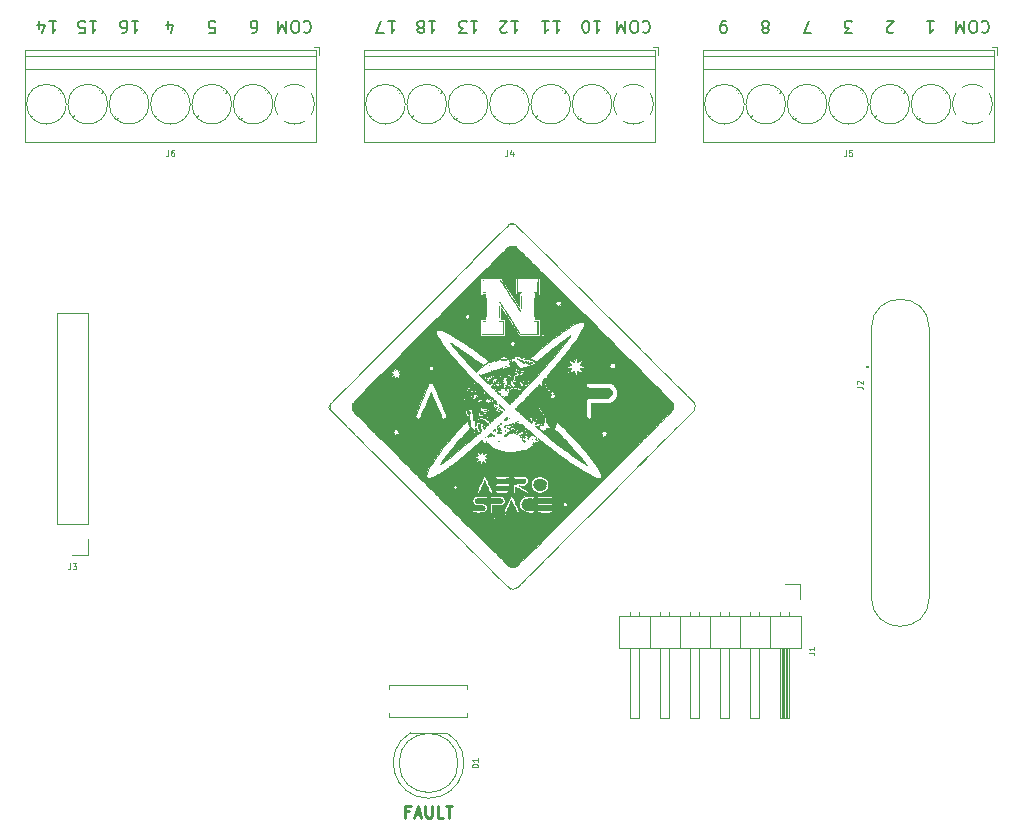
<source format=gbr>
%TF.GenerationSoftware,KiCad,Pcbnew,(5.1.10)-1*%
%TF.CreationDate,2022-12-02T20:43:51-06:00*%
%TF.ProjectId,expansion_board,65787061-6e73-4696-9f6e-5f626f617264,rev?*%
%TF.SameCoordinates,Original*%
%TF.FileFunction,Legend,Top*%
%TF.FilePolarity,Positive*%
%FSLAX46Y46*%
G04 Gerber Fmt 4.6, Leading zero omitted, Abs format (unit mm)*
G04 Created by KiCad (PCBNEW (5.1.10)-1) date 2022-12-02 20:43:51*
%MOMM*%
%LPD*%
G01*
G04 APERTURE LIST*
%ADD10C,0.200000*%
%ADD11C,0.010000*%
%ADD12C,0.120000*%
%ADD13C,0.100000*%
%ADD14C,0.254000*%
%ADD15C,0.250000*%
G04 APERTURE END LIST*
D10*
X199286714Y-67587857D02*
X199334333Y-67540238D01*
X199477190Y-67492619D01*
X199572428Y-67492619D01*
X199715285Y-67540238D01*
X199810523Y-67635476D01*
X199858142Y-67730714D01*
X199905761Y-67921190D01*
X199905761Y-68064047D01*
X199858142Y-68254523D01*
X199810523Y-68349761D01*
X199715285Y-68445000D01*
X199572428Y-68492619D01*
X199477190Y-68492619D01*
X199334333Y-68445000D01*
X199286714Y-68397380D01*
X198667666Y-68492619D02*
X198477190Y-68492619D01*
X198381952Y-68445000D01*
X198286714Y-68349761D01*
X198239095Y-68159285D01*
X198239095Y-67825952D01*
X198286714Y-67635476D01*
X198381952Y-67540238D01*
X198477190Y-67492619D01*
X198667666Y-67492619D01*
X198762904Y-67540238D01*
X198858142Y-67635476D01*
X198905761Y-67825952D01*
X198905761Y-68159285D01*
X198858142Y-68349761D01*
X198762904Y-68445000D01*
X198667666Y-68492619D01*
X197810523Y-67492619D02*
X197810523Y-68492619D01*
X197477190Y-67778333D01*
X197143857Y-68492619D01*
X197143857Y-67492619D01*
X194659285Y-67492619D02*
X195230714Y-67492619D01*
X194945000Y-67492619D02*
X194945000Y-68492619D01*
X195040238Y-68349761D01*
X195135476Y-68254523D01*
X195230714Y-68206904D01*
X191801714Y-68397380D02*
X191754095Y-68445000D01*
X191658857Y-68492619D01*
X191420761Y-68492619D01*
X191325523Y-68445000D01*
X191277904Y-68397380D01*
X191230285Y-68302142D01*
X191230285Y-68206904D01*
X191277904Y-68064047D01*
X191849333Y-67492619D01*
X191230285Y-67492619D01*
X188293333Y-68492619D02*
X187674285Y-68492619D01*
X188007619Y-68111666D01*
X187864761Y-68111666D01*
X187769523Y-68064047D01*
X187721904Y-68016428D01*
X187674285Y-67921190D01*
X187674285Y-67683095D01*
X187721904Y-67587857D01*
X187769523Y-67540238D01*
X187864761Y-67492619D01*
X188150476Y-67492619D01*
X188245714Y-67540238D01*
X188293333Y-67587857D01*
X184864333Y-68492619D02*
X184197666Y-68492619D01*
X184626238Y-67492619D01*
X181070238Y-68064047D02*
X181165476Y-68111666D01*
X181213095Y-68159285D01*
X181260714Y-68254523D01*
X181260714Y-68302142D01*
X181213095Y-68397380D01*
X181165476Y-68445000D01*
X181070238Y-68492619D01*
X180879761Y-68492619D01*
X180784523Y-68445000D01*
X180736904Y-68397380D01*
X180689285Y-68302142D01*
X180689285Y-68254523D01*
X180736904Y-68159285D01*
X180784523Y-68111666D01*
X180879761Y-68064047D01*
X181070238Y-68064047D01*
X181165476Y-68016428D01*
X181213095Y-67968809D01*
X181260714Y-67873571D01*
X181260714Y-67683095D01*
X181213095Y-67587857D01*
X181165476Y-67540238D01*
X181070238Y-67492619D01*
X180879761Y-67492619D01*
X180784523Y-67540238D01*
X180736904Y-67587857D01*
X180689285Y-67683095D01*
X180689285Y-67873571D01*
X180736904Y-67968809D01*
X180784523Y-68016428D01*
X180879761Y-68064047D01*
X177609476Y-67492619D02*
X177419000Y-67492619D01*
X177323761Y-67540238D01*
X177276142Y-67587857D01*
X177180904Y-67730714D01*
X177133285Y-67921190D01*
X177133285Y-68302142D01*
X177180904Y-68397380D01*
X177228523Y-68445000D01*
X177323761Y-68492619D01*
X177514238Y-68492619D01*
X177609476Y-68445000D01*
X177657095Y-68397380D01*
X177704714Y-68302142D01*
X177704714Y-68064047D01*
X177657095Y-67968809D01*
X177609476Y-67921190D01*
X177514238Y-67873571D01*
X177323761Y-67873571D01*
X177228523Y-67921190D01*
X177180904Y-67968809D01*
X177133285Y-68064047D01*
X170584714Y-67587857D02*
X170632333Y-67540238D01*
X170775190Y-67492619D01*
X170870428Y-67492619D01*
X171013285Y-67540238D01*
X171108523Y-67635476D01*
X171156142Y-67730714D01*
X171203761Y-67921190D01*
X171203761Y-68064047D01*
X171156142Y-68254523D01*
X171108523Y-68349761D01*
X171013285Y-68445000D01*
X170870428Y-68492619D01*
X170775190Y-68492619D01*
X170632333Y-68445000D01*
X170584714Y-68397380D01*
X169965666Y-68492619D02*
X169775190Y-68492619D01*
X169679952Y-68445000D01*
X169584714Y-68349761D01*
X169537095Y-68159285D01*
X169537095Y-67825952D01*
X169584714Y-67635476D01*
X169679952Y-67540238D01*
X169775190Y-67492619D01*
X169965666Y-67492619D01*
X170060904Y-67540238D01*
X170156142Y-67635476D01*
X170203761Y-67825952D01*
X170203761Y-68159285D01*
X170156142Y-68349761D01*
X170060904Y-68445000D01*
X169965666Y-68492619D01*
X169108523Y-67492619D02*
X169108523Y-68492619D01*
X168775190Y-67778333D01*
X168441857Y-68492619D01*
X168441857Y-67492619D01*
X166433476Y-67492619D02*
X167004904Y-67492619D01*
X166719190Y-67492619D02*
X166719190Y-68492619D01*
X166814428Y-68349761D01*
X166909666Y-68254523D01*
X167004904Y-68206904D01*
X165814428Y-68492619D02*
X165719190Y-68492619D01*
X165623952Y-68445000D01*
X165576333Y-68397380D01*
X165528714Y-68302142D01*
X165481095Y-68111666D01*
X165481095Y-67873571D01*
X165528714Y-67683095D01*
X165576333Y-67587857D01*
X165623952Y-67540238D01*
X165719190Y-67492619D01*
X165814428Y-67492619D01*
X165909666Y-67540238D01*
X165957285Y-67587857D01*
X166004904Y-67683095D01*
X166052523Y-67873571D01*
X166052523Y-68111666D01*
X166004904Y-68302142D01*
X165957285Y-68397380D01*
X165909666Y-68445000D01*
X165814428Y-68492619D01*
X163004476Y-67492619D02*
X163575904Y-67492619D01*
X163290190Y-67492619D02*
X163290190Y-68492619D01*
X163385428Y-68349761D01*
X163480666Y-68254523D01*
X163575904Y-68206904D01*
X162052095Y-67492619D02*
X162623523Y-67492619D01*
X162337809Y-67492619D02*
X162337809Y-68492619D01*
X162433047Y-68349761D01*
X162528285Y-68254523D01*
X162623523Y-68206904D01*
X159448476Y-67492619D02*
X160019904Y-67492619D01*
X159734190Y-67492619D02*
X159734190Y-68492619D01*
X159829428Y-68349761D01*
X159924666Y-68254523D01*
X160019904Y-68206904D01*
X159067523Y-68397380D02*
X159019904Y-68445000D01*
X158924666Y-68492619D01*
X158686571Y-68492619D01*
X158591333Y-68445000D01*
X158543714Y-68397380D01*
X158496095Y-68302142D01*
X158496095Y-68206904D01*
X158543714Y-68064047D01*
X159115142Y-67492619D01*
X158496095Y-67492619D01*
X156019476Y-67492619D02*
X156590904Y-67492619D01*
X156305190Y-67492619D02*
X156305190Y-68492619D01*
X156400428Y-68349761D01*
X156495666Y-68254523D01*
X156590904Y-68206904D01*
X155686142Y-68492619D02*
X155067095Y-68492619D01*
X155400428Y-68111666D01*
X155257571Y-68111666D01*
X155162333Y-68064047D01*
X155114714Y-68016428D01*
X155067095Y-67921190D01*
X155067095Y-67683095D01*
X155114714Y-67587857D01*
X155162333Y-67540238D01*
X155257571Y-67492619D01*
X155543285Y-67492619D01*
X155638523Y-67540238D01*
X155686142Y-67587857D01*
X152463476Y-67492619D02*
X153034904Y-67492619D01*
X152749190Y-67492619D02*
X152749190Y-68492619D01*
X152844428Y-68349761D01*
X152939666Y-68254523D01*
X153034904Y-68206904D01*
X151892047Y-68064047D02*
X151987285Y-68111666D01*
X152034904Y-68159285D01*
X152082523Y-68254523D01*
X152082523Y-68302142D01*
X152034904Y-68397380D01*
X151987285Y-68445000D01*
X151892047Y-68492619D01*
X151701571Y-68492619D01*
X151606333Y-68445000D01*
X151558714Y-68397380D01*
X151511095Y-68302142D01*
X151511095Y-68254523D01*
X151558714Y-68159285D01*
X151606333Y-68111666D01*
X151701571Y-68064047D01*
X151892047Y-68064047D01*
X151987285Y-68016428D01*
X152034904Y-67968809D01*
X152082523Y-67873571D01*
X152082523Y-67683095D01*
X152034904Y-67587857D01*
X151987285Y-67540238D01*
X151892047Y-67492619D01*
X151701571Y-67492619D01*
X151606333Y-67540238D01*
X151558714Y-67587857D01*
X151511095Y-67683095D01*
X151511095Y-67873571D01*
X151558714Y-67968809D01*
X151606333Y-68016428D01*
X151701571Y-68064047D01*
X149034476Y-67492619D02*
X149605904Y-67492619D01*
X149320190Y-67492619D02*
X149320190Y-68492619D01*
X149415428Y-68349761D01*
X149510666Y-68254523D01*
X149605904Y-68206904D01*
X148701142Y-68492619D02*
X148034476Y-68492619D01*
X148463047Y-67492619D01*
X141882714Y-67587857D02*
X141930333Y-67540238D01*
X142073190Y-67492619D01*
X142168428Y-67492619D01*
X142311285Y-67540238D01*
X142406523Y-67635476D01*
X142454142Y-67730714D01*
X142501761Y-67921190D01*
X142501761Y-68064047D01*
X142454142Y-68254523D01*
X142406523Y-68349761D01*
X142311285Y-68445000D01*
X142168428Y-68492619D01*
X142073190Y-68492619D01*
X141930333Y-68445000D01*
X141882714Y-68397380D01*
X141263666Y-68492619D02*
X141073190Y-68492619D01*
X140977952Y-68445000D01*
X140882714Y-68349761D01*
X140835095Y-68159285D01*
X140835095Y-67825952D01*
X140882714Y-67635476D01*
X140977952Y-67540238D01*
X141073190Y-67492619D01*
X141263666Y-67492619D01*
X141358904Y-67540238D01*
X141454142Y-67635476D01*
X141501761Y-67825952D01*
X141501761Y-68159285D01*
X141454142Y-68349761D01*
X141358904Y-68445000D01*
X141263666Y-68492619D01*
X140406523Y-67492619D02*
X140406523Y-68492619D01*
X140073190Y-67778333D01*
X139739857Y-68492619D01*
X139739857Y-67492619D01*
X137477523Y-68492619D02*
X137668000Y-68492619D01*
X137763238Y-68445000D01*
X137810857Y-68397380D01*
X137906095Y-68254523D01*
X137953714Y-68064047D01*
X137953714Y-67683095D01*
X137906095Y-67587857D01*
X137858476Y-67540238D01*
X137763238Y-67492619D01*
X137572761Y-67492619D01*
X137477523Y-67540238D01*
X137429904Y-67587857D01*
X137382285Y-67683095D01*
X137382285Y-67921190D01*
X137429904Y-68016428D01*
X137477523Y-68064047D01*
X137572761Y-68111666D01*
X137763238Y-68111666D01*
X137858476Y-68064047D01*
X137906095Y-68016428D01*
X137953714Y-67921190D01*
X133873904Y-68492619D02*
X134350095Y-68492619D01*
X134397714Y-68016428D01*
X134350095Y-68064047D01*
X134254857Y-68111666D01*
X134016761Y-68111666D01*
X133921523Y-68064047D01*
X133873904Y-68016428D01*
X133826285Y-67921190D01*
X133826285Y-67683095D01*
X133873904Y-67587857D01*
X133921523Y-67540238D01*
X134016761Y-67492619D01*
X134254857Y-67492619D01*
X134350095Y-67540238D01*
X134397714Y-67587857D01*
X130365523Y-68159285D02*
X130365523Y-67492619D01*
X130603619Y-68540238D02*
X130841714Y-67825952D01*
X130222666Y-67825952D01*
X127317476Y-67492619D02*
X127888904Y-67492619D01*
X127603190Y-67492619D02*
X127603190Y-68492619D01*
X127698428Y-68349761D01*
X127793666Y-68254523D01*
X127888904Y-68206904D01*
X126460333Y-68492619D02*
X126650809Y-68492619D01*
X126746047Y-68445000D01*
X126793666Y-68397380D01*
X126888904Y-68254523D01*
X126936523Y-68064047D01*
X126936523Y-67683095D01*
X126888904Y-67587857D01*
X126841285Y-67540238D01*
X126746047Y-67492619D01*
X126555571Y-67492619D01*
X126460333Y-67540238D01*
X126412714Y-67587857D01*
X126365095Y-67683095D01*
X126365095Y-67921190D01*
X126412714Y-68016428D01*
X126460333Y-68064047D01*
X126555571Y-68111666D01*
X126746047Y-68111666D01*
X126841285Y-68064047D01*
X126888904Y-68016428D01*
X126936523Y-67921190D01*
X123761476Y-67492619D02*
X124332904Y-67492619D01*
X124047190Y-67492619D02*
X124047190Y-68492619D01*
X124142428Y-68349761D01*
X124237666Y-68254523D01*
X124332904Y-68206904D01*
X122856714Y-68492619D02*
X123332904Y-68492619D01*
X123380523Y-68016428D01*
X123332904Y-68064047D01*
X123237666Y-68111666D01*
X122999571Y-68111666D01*
X122904333Y-68064047D01*
X122856714Y-68016428D01*
X122809095Y-67921190D01*
X122809095Y-67683095D01*
X122856714Y-67587857D01*
X122904333Y-67540238D01*
X122999571Y-67492619D01*
X123237666Y-67492619D01*
X123332904Y-67540238D01*
X123380523Y-67587857D01*
X120332476Y-67492619D02*
X120903904Y-67492619D01*
X120618190Y-67492619D02*
X120618190Y-68492619D01*
X120713428Y-68349761D01*
X120808666Y-68254523D01*
X120903904Y-68206904D01*
X119475333Y-68159285D02*
X119475333Y-67492619D01*
X119713428Y-68540238D02*
X119951523Y-67825952D01*
X119332476Y-67825952D01*
D11*
%TO.C,G\u002A\u002A\u002A*%
G36*
X144244793Y-100553479D02*
G01*
X144314027Y-100621064D01*
X144426589Y-100731872D01*
X144580164Y-100883600D01*
X144772438Y-101073942D01*
X145001096Y-101300595D01*
X145263823Y-101561252D01*
X145558307Y-101853610D01*
X145882231Y-102175365D01*
X146233281Y-102524211D01*
X146609144Y-102897843D01*
X147007504Y-103293958D01*
X147426048Y-103710251D01*
X147862460Y-104144417D01*
X148314427Y-104594151D01*
X148779634Y-105057150D01*
X149255766Y-105531107D01*
X149740510Y-106013719D01*
X150231550Y-106502682D01*
X150726572Y-106995689D01*
X151223262Y-107490438D01*
X151719306Y-107984623D01*
X152212389Y-108475939D01*
X152700196Y-108962083D01*
X153180413Y-109440749D01*
X153650726Y-109909633D01*
X154108821Y-110366430D01*
X154552382Y-110808835D01*
X154979095Y-111234545D01*
X155386647Y-111641254D01*
X155772722Y-112026658D01*
X156135007Y-112388452D01*
X156471186Y-112724332D01*
X156778945Y-113031992D01*
X157055970Y-113309130D01*
X157299947Y-113553438D01*
X157480000Y-113733956D01*
X157762692Y-114017056D01*
X158033444Y-114287185D01*
X158288157Y-114540318D01*
X158522735Y-114772431D01*
X158733079Y-114979497D01*
X158915090Y-115157491D01*
X159064672Y-115302387D01*
X159177725Y-115410161D01*
X159250153Y-115476787D01*
X159274934Y-115497076D01*
X159329377Y-115538176D01*
X159337959Y-115560226D01*
X159331233Y-115561407D01*
X159303934Y-115537794D01*
X159230519Y-115468142D01*
X159112812Y-115354259D01*
X158952639Y-115197952D01*
X158751823Y-115001029D01*
X158512191Y-114765299D01*
X158235566Y-114492570D01*
X157923775Y-114184649D01*
X157578641Y-113843345D01*
X157201991Y-113470466D01*
X156795648Y-113067819D01*
X156361438Y-112637213D01*
X155901186Y-112180456D01*
X155416717Y-111699356D01*
X154909856Y-111195720D01*
X154382427Y-110671358D01*
X153836256Y-110128076D01*
X153273168Y-109567683D01*
X152694987Y-108991987D01*
X152103538Y-108402797D01*
X151753566Y-108054028D01*
X151155504Y-107457892D01*
X150569918Y-106874099D01*
X149998621Y-106304458D01*
X149443425Y-105750781D01*
X148906144Y-105214877D01*
X148388591Y-104698558D01*
X147892578Y-104203634D01*
X147419918Y-103731914D01*
X146972424Y-103285211D01*
X146551908Y-102865334D01*
X146160185Y-102474093D01*
X145799065Y-102113300D01*
X145470363Y-101784765D01*
X145175891Y-101490297D01*
X144917462Y-101231709D01*
X144696889Y-101010809D01*
X144515985Y-100829410D01*
X144376562Y-100689320D01*
X144280433Y-100592351D01*
X144229412Y-100540313D01*
X144221201Y-100531422D01*
X144244793Y-100553479D01*
G37*
X144244793Y-100553479D02*
X144314027Y-100621064D01*
X144426589Y-100731872D01*
X144580164Y-100883600D01*
X144772438Y-101073942D01*
X145001096Y-101300595D01*
X145263823Y-101561252D01*
X145558307Y-101853610D01*
X145882231Y-102175365D01*
X146233281Y-102524211D01*
X146609144Y-102897843D01*
X147007504Y-103293958D01*
X147426048Y-103710251D01*
X147862460Y-104144417D01*
X148314427Y-104594151D01*
X148779634Y-105057150D01*
X149255766Y-105531107D01*
X149740510Y-106013719D01*
X150231550Y-106502682D01*
X150726572Y-106995689D01*
X151223262Y-107490438D01*
X151719306Y-107984623D01*
X152212389Y-108475939D01*
X152700196Y-108962083D01*
X153180413Y-109440749D01*
X153650726Y-109909633D01*
X154108821Y-110366430D01*
X154552382Y-110808835D01*
X154979095Y-111234545D01*
X155386647Y-111641254D01*
X155772722Y-112026658D01*
X156135007Y-112388452D01*
X156471186Y-112724332D01*
X156778945Y-113031992D01*
X157055970Y-113309130D01*
X157299947Y-113553438D01*
X157480000Y-113733956D01*
X157762692Y-114017056D01*
X158033444Y-114287185D01*
X158288157Y-114540318D01*
X158522735Y-114772431D01*
X158733079Y-114979497D01*
X158915090Y-115157491D01*
X159064672Y-115302387D01*
X159177725Y-115410161D01*
X159250153Y-115476787D01*
X159274934Y-115497076D01*
X159329377Y-115538176D01*
X159337959Y-115560226D01*
X159331233Y-115561407D01*
X159303934Y-115537794D01*
X159230519Y-115468142D01*
X159112812Y-115354259D01*
X158952639Y-115197952D01*
X158751823Y-115001029D01*
X158512191Y-114765299D01*
X158235566Y-114492570D01*
X157923775Y-114184649D01*
X157578641Y-113843345D01*
X157201991Y-113470466D01*
X156795648Y-113067819D01*
X156361438Y-112637213D01*
X155901186Y-112180456D01*
X155416717Y-111699356D01*
X154909856Y-111195720D01*
X154382427Y-110671358D01*
X153836256Y-110128076D01*
X153273168Y-109567683D01*
X152694987Y-108991987D01*
X152103538Y-108402797D01*
X151753566Y-108054028D01*
X151155504Y-107457892D01*
X150569918Y-106874099D01*
X149998621Y-106304458D01*
X149443425Y-105750781D01*
X148906144Y-105214877D01*
X148388591Y-104698558D01*
X147892578Y-104203634D01*
X147419918Y-103731914D01*
X146972424Y-103285211D01*
X146551908Y-102865334D01*
X146160185Y-102474093D01*
X145799065Y-102113300D01*
X145470363Y-101784765D01*
X145175891Y-101490297D01*
X144917462Y-101231709D01*
X144696889Y-101010809D01*
X144515985Y-100829410D01*
X144376562Y-100689320D01*
X144280433Y-100592351D01*
X144229412Y-100540313D01*
X144221201Y-100531422D01*
X144244793Y-100553479D01*
G36*
X159890842Y-115481809D02*
G01*
X159884534Y-115493800D01*
X159852624Y-115526143D01*
X159846670Y-115527666D01*
X159844359Y-115505790D01*
X159850667Y-115493800D01*
X159882577Y-115461457D01*
X159888531Y-115459933D01*
X159890842Y-115481809D01*
G37*
X159890842Y-115481809D02*
X159884534Y-115493800D01*
X159852624Y-115526143D01*
X159846670Y-115527666D01*
X159844359Y-115505790D01*
X159850667Y-115493800D01*
X159882577Y-115461457D01*
X159888531Y-115459933D01*
X159890842Y-115481809D01*
G36*
X173473622Y-101878426D02*
G01*
X173394967Y-101958420D01*
X173275186Y-102079673D01*
X173115614Y-102240839D01*
X172917588Y-102440575D01*
X172682444Y-102677535D01*
X172411518Y-102950375D01*
X172106146Y-103257749D01*
X171767664Y-103598314D01*
X171397407Y-103970723D01*
X170996713Y-104373633D01*
X170566916Y-104805699D01*
X170109354Y-105265575D01*
X169625362Y-105751918D01*
X169116276Y-106263381D01*
X168583432Y-106798621D01*
X168028167Y-107356293D01*
X167451816Y-107935051D01*
X167436928Y-107950000D01*
X166842038Y-108547278D01*
X166259486Y-109132073D01*
X165691087Y-109702567D01*
X165138651Y-110256944D01*
X164603993Y-110793386D01*
X164088926Y-111310079D01*
X163595261Y-111805204D01*
X163124813Y-112276945D01*
X162679394Y-112723486D01*
X162260817Y-113143010D01*
X161870895Y-113533700D01*
X161511441Y-113893740D01*
X161184268Y-114221314D01*
X160891188Y-114514603D01*
X160634015Y-114771793D01*
X160414561Y-114991066D01*
X160234640Y-115170606D01*
X160096065Y-115308595D01*
X160000648Y-115403219D01*
X159950202Y-115452659D01*
X159942279Y-115459933D01*
X159964464Y-115436285D01*
X160032438Y-115366701D01*
X160144174Y-115253220D01*
X160297649Y-115097879D01*
X160490836Y-114902718D01*
X160721710Y-114669776D01*
X160988244Y-114401092D01*
X161288415Y-114098703D01*
X161620196Y-113764650D01*
X161981562Y-113400970D01*
X162370487Y-113009702D01*
X162784946Y-112592885D01*
X163222914Y-112152559D01*
X163682364Y-111690761D01*
X164161272Y-111209530D01*
X164657612Y-110710906D01*
X165169359Y-110196926D01*
X165694486Y-109669630D01*
X165855609Y-109507867D01*
X166407101Y-108954260D01*
X166957910Y-108401456D01*
X167505224Y-107852271D01*
X168046234Y-107309523D01*
X168578127Y-106776028D01*
X169098093Y-106254602D01*
X169603322Y-105748062D01*
X170091001Y-105259226D01*
X170558320Y-104790909D01*
X171002468Y-104345929D01*
X171420634Y-103927101D01*
X171810008Y-103537243D01*
X172167777Y-103179172D01*
X172491132Y-102855704D01*
X172777261Y-102569655D01*
X173023354Y-102323843D01*
X173226599Y-102121084D01*
X173350258Y-101997933D01*
X173449468Y-101899444D01*
X173502209Y-101847593D01*
X173509815Y-101841035D01*
X173473622Y-101878426D01*
G37*
X173473622Y-101878426D02*
X173394967Y-101958420D01*
X173275186Y-102079673D01*
X173115614Y-102240839D01*
X172917588Y-102440575D01*
X172682444Y-102677535D01*
X172411518Y-102950375D01*
X172106146Y-103257749D01*
X171767664Y-103598314D01*
X171397407Y-103970723D01*
X170996713Y-104373633D01*
X170566916Y-104805699D01*
X170109354Y-105265575D01*
X169625362Y-105751918D01*
X169116276Y-106263381D01*
X168583432Y-106798621D01*
X168028167Y-107356293D01*
X167451816Y-107935051D01*
X167436928Y-107950000D01*
X166842038Y-108547278D01*
X166259486Y-109132073D01*
X165691087Y-109702567D01*
X165138651Y-110256944D01*
X164603993Y-110793386D01*
X164088926Y-111310079D01*
X163595261Y-111805204D01*
X163124813Y-112276945D01*
X162679394Y-112723486D01*
X162260817Y-113143010D01*
X161870895Y-113533700D01*
X161511441Y-113893740D01*
X161184268Y-114221314D01*
X160891188Y-114514603D01*
X160634015Y-114771793D01*
X160414561Y-114991066D01*
X160234640Y-115170606D01*
X160096065Y-115308595D01*
X160000648Y-115403219D01*
X159950202Y-115452659D01*
X159942279Y-115459933D01*
X159964464Y-115436285D01*
X160032438Y-115366701D01*
X160144174Y-115253220D01*
X160297649Y-115097879D01*
X160490836Y-114902718D01*
X160721710Y-114669776D01*
X160988244Y-114401092D01*
X161288415Y-114098703D01*
X161620196Y-113764650D01*
X161981562Y-113400970D01*
X162370487Y-113009702D01*
X162784946Y-112592885D01*
X163222914Y-112152559D01*
X163682364Y-111690761D01*
X164161272Y-111209530D01*
X164657612Y-110710906D01*
X165169359Y-110196926D01*
X165694486Y-109669630D01*
X165855609Y-109507867D01*
X166407101Y-108954260D01*
X166957910Y-108401456D01*
X167505224Y-107852271D01*
X168046234Y-107309523D01*
X168578127Y-106776028D01*
X169098093Y-106254602D01*
X169603322Y-105748062D01*
X170091001Y-105259226D01*
X170558320Y-104790909D01*
X171002468Y-104345929D01*
X171420634Y-103927101D01*
X171810008Y-103537243D01*
X172167777Y-103179172D01*
X172491132Y-102855704D01*
X172777261Y-102569655D01*
X173023354Y-102323843D01*
X173226599Y-102121084D01*
X173350258Y-101997933D01*
X173449468Y-101899444D01*
X173502209Y-101847593D01*
X173509815Y-101841035D01*
X173473622Y-101878426D01*
G36*
X159678092Y-86548706D02*
G01*
X159819468Y-86587532D01*
X159853447Y-86615470D01*
X159932895Y-86688969D01*
X160055427Y-86805655D01*
X160218658Y-86963155D01*
X160420203Y-87159093D01*
X160657676Y-87391096D01*
X160928694Y-87656789D01*
X161230870Y-87953799D01*
X161561820Y-88279751D01*
X161919159Y-88632271D01*
X162300501Y-89008986D01*
X162703462Y-89407520D01*
X163125657Y-89825500D01*
X163564700Y-90260552D01*
X164018206Y-90710302D01*
X164483791Y-91172375D01*
X164959070Y-91644397D01*
X165441657Y-92123994D01*
X165929167Y-92608793D01*
X166419215Y-93096418D01*
X166909417Y-93584497D01*
X167397387Y-94070654D01*
X167880740Y-94552515D01*
X168357091Y-95027707D01*
X168824056Y-95493856D01*
X169279248Y-95948586D01*
X169720284Y-96389525D01*
X170144777Y-96814297D01*
X170550344Y-97220530D01*
X170934598Y-97605848D01*
X171295155Y-97967877D01*
X171629630Y-98304244D01*
X171935638Y-98612575D01*
X172210794Y-98890494D01*
X172452712Y-99135629D01*
X172659008Y-99345605D01*
X172827297Y-99518047D01*
X172955193Y-99650582D01*
X173040312Y-99740836D01*
X173080268Y-99786434D01*
X173082648Y-99790019D01*
X173126265Y-99923752D01*
X173142058Y-100090529D01*
X173130144Y-100261696D01*
X173090637Y-100408594D01*
X173080059Y-100431322D01*
X173050242Y-100467075D01*
X172974857Y-100548271D01*
X172856285Y-100672517D01*
X172696912Y-100837420D01*
X172499121Y-101040588D01*
X172265297Y-101279628D01*
X171997822Y-101552147D01*
X171699080Y-101855752D01*
X171371457Y-102188050D01*
X171017335Y-102546649D01*
X170639098Y-102929155D01*
X170239130Y-103333176D01*
X169819816Y-103756318D01*
X169383539Y-104196190D01*
X168932682Y-104650398D01*
X168469630Y-105116549D01*
X167996767Y-105592251D01*
X167516476Y-106075110D01*
X167031141Y-106562735D01*
X166543147Y-107052731D01*
X166054876Y-107542706D01*
X165568714Y-108030267D01*
X165087043Y-108513022D01*
X164612248Y-108988578D01*
X164146712Y-109454541D01*
X163692820Y-109908519D01*
X163252955Y-110348119D01*
X162829501Y-110770949D01*
X162424842Y-111174614D01*
X162041362Y-111556724D01*
X161681444Y-111914883D01*
X161347474Y-112246701D01*
X161041833Y-112549784D01*
X160766907Y-112821739D01*
X160525079Y-113060173D01*
X160318733Y-113262693D01*
X160150254Y-113426907D01*
X160022023Y-113550422D01*
X159936427Y-113630845D01*
X159895848Y-113665782D01*
X159894350Y-113666687D01*
X159740831Y-113717315D01*
X159559141Y-113733025D01*
X159379228Y-113713685D01*
X159249949Y-113669528D01*
X159214158Y-113639693D01*
X159132924Y-113564288D01*
X159008639Y-113445697D01*
X158843697Y-113286306D01*
X158640490Y-113088497D01*
X158401412Y-112854655D01*
X158128855Y-112587163D01*
X157825213Y-112288405D01*
X157492879Y-111960766D01*
X157134244Y-111606629D01*
X156751704Y-111228378D01*
X156347649Y-110828397D01*
X155924474Y-110409070D01*
X155484571Y-109972780D01*
X155030333Y-109521913D01*
X154991910Y-109483746D01*
X156311627Y-109483746D01*
X156339796Y-109571863D01*
X156413102Y-109669358D01*
X156514654Y-109758399D01*
X156627560Y-109821158D01*
X156633334Y-109823335D01*
X156768224Y-109852883D01*
X156951939Y-109864931D01*
X157168114Y-109860354D01*
X157400380Y-109840031D01*
X157632372Y-109804836D01*
X157835600Y-109758967D01*
X158303828Y-109609849D01*
X158806812Y-109406491D01*
X159346409Y-109148142D01*
X159348829Y-109146903D01*
X159528617Y-109055154D01*
X159657288Y-108991462D01*
X159743899Y-108952782D01*
X159797505Y-108936074D01*
X159827162Y-108938294D01*
X159841926Y-108956402D01*
X159848768Y-108978958D01*
X159895131Y-109064484D01*
X159968260Y-109102206D01*
X160049365Y-109083190D01*
X160056994Y-109077968D01*
X160095670Y-109043609D01*
X160101494Y-109005075D01*
X160075321Y-108937678D01*
X160062769Y-108911099D01*
X160028051Y-108831801D01*
X160025880Y-108787722D01*
X160058503Y-108753505D01*
X160077970Y-108739577D01*
X160130139Y-108710305D01*
X160166539Y-108723504D01*
X160210985Y-108787816D01*
X160211017Y-108787869D01*
X160336058Y-108928933D01*
X160515552Y-109032934D01*
X160746506Y-109098696D01*
X161025928Y-109125042D01*
X161069867Y-109125520D01*
X161228165Y-109120422D01*
X161328110Y-109102409D01*
X161378398Y-109068146D01*
X161384881Y-109030729D01*
X161604659Y-109030729D01*
X161625035Y-109067535D01*
X161681581Y-109093978D01*
X161781234Y-109111577D01*
X161930932Y-109121854D01*
X162137614Y-109126328D01*
X162274460Y-109126867D01*
X162491228Y-109125806D01*
X162649690Y-109122106D01*
X162759246Y-109114985D01*
X162829298Y-109103664D01*
X162869246Y-109087361D01*
X162881376Y-109076498D01*
X162907520Y-109010022D01*
X162903519Y-108974898D01*
X162887179Y-108956463D01*
X162848475Y-108942925D01*
X162778568Y-108933581D01*
X162668621Y-108927728D01*
X162509796Y-108924661D01*
X162293254Y-108923678D01*
X162259887Y-108923667D01*
X162038137Y-108924222D01*
X161874837Y-108926446D01*
X161760708Y-108931177D01*
X161686470Y-108939253D01*
X161642845Y-108951512D01*
X161620555Y-108968792D01*
X161613514Y-108982040D01*
X161604659Y-109030729D01*
X161384881Y-109030729D01*
X161387728Y-109014299D01*
X161386123Y-109004275D01*
X161372895Y-108974549D01*
X161338398Y-108954140D01*
X161270186Y-108940144D01*
X161155813Y-108929658D01*
X161035657Y-108922534D01*
X160825457Y-108904706D01*
X160668833Y-108873573D01*
X160552117Y-108823961D01*
X160461643Y-108750698D01*
X160408443Y-108685161D01*
X160363745Y-108616358D01*
X160345533Y-108575820D01*
X160346506Y-108572468D01*
X160378009Y-108550522D01*
X160451516Y-108499455D01*
X160553374Y-108428748D01*
X160567318Y-108419072D01*
X161603579Y-108419072D01*
X161628667Y-108466467D01*
X161679240Y-108487132D01*
X161783493Y-108503088D01*
X161927543Y-108514328D01*
X162097508Y-108520849D01*
X162279503Y-108522645D01*
X162459646Y-108519712D01*
X162624052Y-108512045D01*
X162758839Y-108499640D01*
X162850123Y-108482490D01*
X162881376Y-108466898D01*
X162893743Y-108435451D01*
X163732799Y-108435451D01*
X163750249Y-108447089D01*
X163789949Y-108448456D01*
X163846425Y-108460872D01*
X163850447Y-108505596D01*
X163847825Y-108514460D01*
X163843775Y-108561970D01*
X163886225Y-108563905D01*
X163891672Y-108562531D01*
X163958330Y-108573629D01*
X163983689Y-108607671D01*
X164005545Y-108646643D01*
X164018451Y-108624858D01*
X164024774Y-108591993D01*
X164049054Y-108535746D01*
X164101934Y-108534522D01*
X164103269Y-108534941D01*
X164149782Y-108539802D01*
X164147847Y-108502431D01*
X164147273Y-108500921D01*
X164155119Y-108436679D01*
X164189819Y-108398183D01*
X164232002Y-108362016D01*
X164214552Y-108350377D01*
X164174852Y-108349010D01*
X164118494Y-108336910D01*
X164114359Y-108292179D01*
X164117800Y-108280413D01*
X164123884Y-108232122D01*
X164088957Y-108232234D01*
X164084588Y-108233861D01*
X164020347Y-108226014D01*
X163981850Y-108191314D01*
X163945683Y-108149132D01*
X163934044Y-108166582D01*
X163932678Y-108206282D01*
X163920577Y-108262640D01*
X163875847Y-108266775D01*
X163864080Y-108263334D01*
X163815789Y-108257250D01*
X163815902Y-108292176D01*
X163817528Y-108296546D01*
X163809682Y-108360787D01*
X163774982Y-108399283D01*
X163732799Y-108435451D01*
X162893743Y-108435451D01*
X162907520Y-108400422D01*
X162903519Y-108365298D01*
X162863290Y-108345023D01*
X162768633Y-108329174D01*
X162632710Y-108317753D01*
X162468684Y-108310766D01*
X162289714Y-108308217D01*
X162108963Y-108310111D01*
X161939592Y-108316451D01*
X161794764Y-108327243D01*
X161687638Y-108342490D01*
X161631378Y-108362198D01*
X161628667Y-108364867D01*
X161603579Y-108419072D01*
X160567318Y-108419072D01*
X160595734Y-108399354D01*
X160742807Y-108294983D01*
X160902584Y-108178013D01*
X161041024Y-108073374D01*
X161043740Y-108071270D01*
X161150265Y-107993577D01*
X161241499Y-107935865D01*
X161300642Y-107908561D01*
X161307298Y-107907667D01*
X161363036Y-107880067D01*
X161384225Y-107848390D01*
X161411367Y-107809472D01*
X161603579Y-107809472D01*
X161628667Y-107856867D01*
X161677931Y-107877111D01*
X161779641Y-107892894D01*
X161920635Y-107904221D01*
X162087753Y-107911096D01*
X162267832Y-107913523D01*
X162447712Y-107911508D01*
X162614229Y-107905054D01*
X162754224Y-107894166D01*
X162854534Y-107878848D01*
X162901998Y-107859105D01*
X162903519Y-107856435D01*
X162900616Y-107789633D01*
X162881376Y-107754835D01*
X162830813Y-107734204D01*
X162726568Y-107718321D01*
X162582522Y-107707179D01*
X162412561Y-107700775D01*
X162230566Y-107699104D01*
X162050422Y-107702161D01*
X161886012Y-107709942D01*
X161751219Y-107722440D01*
X161659927Y-107739653D01*
X161628667Y-107755267D01*
X161603579Y-107809472D01*
X161411367Y-107809472D01*
X161419833Y-107797334D01*
X161491401Y-107717249D01*
X161584393Y-107624249D01*
X161598073Y-107611324D01*
X161703731Y-107517131D01*
X161782383Y-107462830D01*
X161852535Y-107438151D01*
X161919806Y-107432789D01*
X162116238Y-107400055D01*
X162292052Y-107311480D01*
X162437550Y-107178069D01*
X162543031Y-107010831D01*
X162598797Y-106820771D01*
X162601095Y-106659677D01*
X162597522Y-106540958D01*
X162624085Y-106452374D01*
X162653685Y-106404869D01*
X162750926Y-106235595D01*
X162827260Y-106040200D01*
X162872682Y-105847655D01*
X162880930Y-105746985D01*
X162858605Y-105552825D01*
X162789203Y-105406390D01*
X162698390Y-105321896D01*
X162627240Y-105278145D01*
X162604635Y-105273170D01*
X162631096Y-105309156D01*
X162707142Y-105388287D01*
X162716385Y-105397549D01*
X162793887Y-105481646D01*
X162832851Y-105552343D01*
X162846101Y-105640388D01*
X162847063Y-105710816D01*
X162826206Y-105879806D01*
X162771158Y-106072524D01*
X162691245Y-106260792D01*
X162629061Y-106369461D01*
X162572400Y-106455936D01*
X162429618Y-106302611D01*
X162270394Y-106161793D01*
X162101600Y-106079358D01*
X161903584Y-106046710D01*
X161841422Y-106045318D01*
X161697729Y-106055456D01*
X161575093Y-106092537D01*
X161467844Y-106147578D01*
X161288211Y-106283034D01*
X161166115Y-106443836D01*
X161100998Y-106620504D01*
X161092301Y-106803562D01*
X161139467Y-106983530D01*
X161241936Y-107150931D01*
X161399150Y-107296286D01*
X161540421Y-107379335D01*
X161695813Y-107454227D01*
X161563486Y-107583441D01*
X161431160Y-107712654D01*
X161075428Y-107706972D01*
X160875391Y-107708117D01*
X160728809Y-107719840D01*
X160622037Y-107743489D01*
X160591804Y-107754726D01*
X160383491Y-107870934D01*
X160232426Y-108020222D01*
X160140468Y-108199803D01*
X160109478Y-108406889D01*
X160112285Y-108473203D01*
X160117654Y-108583422D01*
X160107394Y-108646557D01*
X160076869Y-108682361D01*
X160060960Y-108691866D01*
X160031563Y-108706873D01*
X160007168Y-108710626D01*
X159982643Y-108695185D01*
X159952852Y-108652610D01*
X159912661Y-108574962D01*
X159856937Y-108454302D01*
X159780546Y-108282690D01*
X159746202Y-108205113D01*
X159656584Y-108007285D01*
X159586593Y-107865686D01*
X159531319Y-107773415D01*
X159485849Y-107723568D01*
X159445272Y-107709243D01*
X159404677Y-107723537D01*
X159403896Y-107724026D01*
X159373381Y-107764597D01*
X159321558Y-107856316D01*
X159254098Y-107988207D01*
X159176671Y-108149289D01*
X159116278Y-108280863D01*
X159011619Y-108513196D01*
X158931705Y-108691372D01*
X158873827Y-108823152D01*
X158835276Y-108916298D01*
X158813343Y-108978571D01*
X158805320Y-109017736D01*
X158808496Y-109041552D01*
X158820165Y-109057782D01*
X158837615Y-109074189D01*
X158838951Y-109075512D01*
X158876339Y-109103495D01*
X158914088Y-109107309D01*
X158955515Y-109081699D01*
X159003940Y-109021409D01*
X159062682Y-108921186D01*
X159135060Y-108775772D01*
X159224394Y-108579913D01*
X159334003Y-108328354D01*
X159382761Y-108214485D01*
X159446940Y-108064103D01*
X159620879Y-108451552D01*
X159689490Y-108601150D01*
X159736326Y-108710883D01*
X159756086Y-108791601D01*
X159743472Y-108854154D01*
X159693183Y-108909391D01*
X159599919Y-108968164D01*
X159458380Y-109041321D01*
X159291867Y-109125103D01*
X158811577Y-109355631D01*
X158360934Y-109541901D01*
X157924507Y-109690213D01*
X157859974Y-109709383D01*
X157679121Y-109759669D01*
X157533294Y-109792164D01*
X157395808Y-109810645D01*
X157239980Y-109818886D01*
X157073600Y-109820661D01*
X156856302Y-109816227D01*
X156694342Y-109799260D01*
X156575787Y-109765131D01*
X156488706Y-109709212D01*
X156421166Y-109626873D01*
X156379257Y-109551303D01*
X156336633Y-109475318D01*
X156314960Y-109462522D01*
X156311627Y-109483746D01*
X154991910Y-109483746D01*
X154871290Y-109363933D01*
X156277734Y-109363933D01*
X156290125Y-109391809D01*
X156300312Y-109386511D01*
X156304365Y-109346319D01*
X156300312Y-109341355D01*
X156280178Y-109346004D01*
X156277734Y-109363933D01*
X154871290Y-109363933D01*
X154715023Y-109208711D01*
X156314274Y-109208711D01*
X156320501Y-109252637D01*
X156332062Y-109253161D01*
X156340146Y-109207834D01*
X156334735Y-109188250D01*
X156319697Y-109175422D01*
X156314274Y-109208711D01*
X154715023Y-109208711D01*
X154564154Y-109058851D01*
X154540735Y-109035572D01*
X156111294Y-109035572D01*
X156142373Y-109076493D01*
X156218162Y-109103664D01*
X156344816Y-109118624D01*
X156528491Y-109122911D01*
X156684134Y-109120636D01*
X156878442Y-109114468D01*
X157017795Y-109105761D01*
X157114968Y-109092775D01*
X157182735Y-109073771D01*
X157233870Y-109047007D01*
X157236198Y-109045449D01*
X157356014Y-108930634D01*
X157380394Y-108875144D01*
X157638652Y-108875144D01*
X157647852Y-109007805D01*
X157667022Y-109076668D01*
X157669190Y-109079589D01*
X157706600Y-109119386D01*
X157742409Y-109120790D01*
X157782031Y-109106310D01*
X157809425Y-109082321D01*
X157825939Y-109027487D01*
X157833877Y-108928826D01*
X157835600Y-108804272D01*
X157835600Y-108522791D01*
X158261621Y-108511562D01*
X158687641Y-108500333D01*
X158803487Y-108373831D01*
X158895320Y-108232928D01*
X158920242Y-108085589D01*
X158877880Y-107934835D01*
X158861555Y-107904972D01*
X158807104Y-107829926D01*
X158738678Y-107775743D01*
X158645555Y-107739644D01*
X158517010Y-107718852D01*
X158342319Y-107710591D01*
X158116317Y-107711969D01*
X157649334Y-107721400D01*
X157649334Y-107890733D01*
X158134764Y-107907667D01*
X158328353Y-107915314D01*
X158465471Y-107923681D01*
X158557372Y-107934513D01*
X158615308Y-107949554D01*
X158650536Y-107970547D01*
X158668164Y-107990339D01*
X158706435Y-108064640D01*
X158716134Y-108110867D01*
X158697000Y-108180798D01*
X158668164Y-108231394D01*
X158642322Y-108257756D01*
X158601879Y-108276909D01*
X158535578Y-108290597D01*
X158432167Y-108300565D01*
X158280392Y-108308555D01*
X158134764Y-108314067D01*
X157649334Y-108331000D01*
X157639644Y-108681655D01*
X157638652Y-108875144D01*
X157380394Y-108875144D01*
X157415816Y-108794523D01*
X157413041Y-108647612D01*
X157362838Y-108527377D01*
X157285261Y-108429131D01*
X157185642Y-108363702D01*
X157050889Y-108326117D01*
X156867913Y-108311405D01*
X156792412Y-108310730D01*
X156603173Y-108304480D01*
X156472214Y-108281638D01*
X156404587Y-108245602D01*
X156857058Y-108245602D01*
X156858594Y-108246333D01*
X156890805Y-108224172D01*
X156947171Y-108169985D01*
X156955067Y-108161667D01*
X157003387Y-108105705D01*
X157019210Y-108077731D01*
X157017674Y-108077000D01*
X156985463Y-108099161D01*
X156929097Y-108153348D01*
X156921200Y-108161667D01*
X156872881Y-108217628D01*
X156857058Y-108245602D01*
X156404587Y-108245602D01*
X156391324Y-108238535D01*
X156352291Y-108171498D01*
X156345467Y-108110867D01*
X156354728Y-108040928D01*
X157031104Y-108040928D01*
X157035736Y-108043133D01*
X157066643Y-108019292D01*
X157073600Y-108009267D01*
X157082230Y-107977605D01*
X157077598Y-107975400D01*
X157046692Y-107999241D01*
X157039734Y-108009267D01*
X157031104Y-108040928D01*
X156354728Y-108040928D01*
X156355605Y-108034312D01*
X156391755Y-107979031D01*
X156462518Y-107942020D01*
X156576496Y-107920273D01*
X156742294Y-107910786D01*
X156920488Y-107910026D01*
X157127043Y-107908378D01*
X157273177Y-107897840D01*
X157365865Y-107876293D01*
X157412082Y-107841617D01*
X157418801Y-107791692D01*
X157409888Y-107761279D01*
X157393073Y-107738040D01*
X157356355Y-107722045D01*
X157288907Y-107712003D01*
X157179900Y-107706624D01*
X157018507Y-107704615D01*
X156933423Y-107704467D01*
X156700401Y-107708075D01*
X156524093Y-107720883D01*
X156393763Y-107745865D01*
X156298678Y-107785996D01*
X156228104Y-107844251D01*
X156177002Y-107914095D01*
X156117981Y-108053949D01*
X156122466Y-108186725D01*
X156177002Y-108307638D01*
X156261656Y-108406859D01*
X156379686Y-108473103D01*
X156540951Y-108509838D01*
X156755309Y-108520533D01*
X156781382Y-108520286D01*
X156959851Y-108524918D01*
X157080979Y-108547713D01*
X157153766Y-108593152D01*
X157187209Y-108665720D01*
X157192134Y-108724935D01*
X157175160Y-108810947D01*
X157119267Y-108870401D01*
X157016996Y-108906496D01*
X156860888Y-108922432D01*
X156729209Y-108923528D01*
X156516338Y-108920932D01*
X156361434Y-108920845D01*
X156254750Y-108924159D01*
X156186538Y-108931765D01*
X156147050Y-108944555D01*
X156126541Y-108963419D01*
X156118768Y-108979364D01*
X156111294Y-109035572D01*
X154540735Y-109035572D01*
X154359337Y-108855263D01*
X156460664Y-108855263D01*
X156462261Y-108855933D01*
X156487547Y-108829137D01*
X156526826Y-108763686D01*
X156531734Y-108754333D01*
X156562429Y-108686578D01*
X156568937Y-108653403D01*
X156567340Y-108652733D01*
X156542054Y-108679529D01*
X156502775Y-108744980D01*
X156497867Y-108754333D01*
X156467172Y-108822088D01*
X156460664Y-108855263D01*
X154359337Y-108855263D01*
X154104476Y-108601933D01*
X156582534Y-108601933D01*
X156599467Y-108618867D01*
X156616400Y-108601933D01*
X156599467Y-108585000D01*
X156582534Y-108601933D01*
X154104476Y-108601933D01*
X154088425Y-108585979D01*
X153605541Y-108105680D01*
X153151381Y-107653667D01*
X157395334Y-107653667D01*
X157412267Y-107670600D01*
X157429200Y-107653667D01*
X157412267Y-107636733D01*
X157395334Y-107653667D01*
X153151381Y-107653667D01*
X153117894Y-107620339D01*
X153098135Y-107600661D01*
X157471371Y-107600661D01*
X157476003Y-107602867D01*
X157506909Y-107579025D01*
X157513867Y-107569000D01*
X157522497Y-107537338D01*
X157517865Y-107535133D01*
X157486958Y-107558975D01*
X157480000Y-107569000D01*
X157471371Y-107600661D01*
X153098135Y-107600661D01*
X152981327Y-107484333D01*
X157598534Y-107484333D01*
X157615467Y-107501267D01*
X157632400Y-107484333D01*
X157615467Y-107467400D01*
X157598534Y-107484333D01*
X152981327Y-107484333D01*
X152882631Y-107386044D01*
X156528318Y-107386044D01*
X156572596Y-107422967D01*
X156627283Y-107433533D01*
X156664810Y-107426300D01*
X156700653Y-107397987D01*
X156741380Y-107338674D01*
X156793555Y-107238442D01*
X156863745Y-107087370D01*
X156879464Y-107052533D01*
X156952055Y-106890617D01*
X157020092Y-106737799D01*
X157075574Y-106612113D01*
X157108601Y-106536067D01*
X157166297Y-106400600D01*
X157228542Y-106536067D01*
X157267343Y-106621917D01*
X157325028Y-106751275D01*
X157393354Y-106905590D01*
X157454315Y-107044067D01*
X157526105Y-107204081D01*
X157579568Y-107311766D01*
X157621641Y-107377638D01*
X157659262Y-107412212D01*
X157699365Y-107426005D01*
X157706926Y-107427040D01*
X157781390Y-107416381D01*
X157808282Y-107360484D01*
X157806978Y-107353959D01*
X158017018Y-107353959D01*
X158023647Y-107375160D01*
X158037587Y-107395954D01*
X158067306Y-107411181D01*
X158122118Y-107421688D01*
X158211339Y-107428323D01*
X158344284Y-107431933D01*
X158530268Y-107433366D01*
X158665334Y-107433533D01*
X158886155Y-107432971D01*
X159048562Y-107430721D01*
X159161872Y-107425934D01*
X159235399Y-107417764D01*
X159278458Y-107405364D01*
X159300364Y-107387885D01*
X159307020Y-107375160D01*
X159315695Y-107325828D01*
X159294160Y-107288680D01*
X159235484Y-107262153D01*
X159132734Y-107244681D01*
X158978978Y-107234700D01*
X158767284Y-107230646D01*
X158665334Y-107230333D01*
X158428644Y-107232463D01*
X158252651Y-107239897D01*
X158130425Y-107254199D01*
X158055032Y-107276934D01*
X158019540Y-107309666D01*
X158017018Y-107353959D01*
X157806978Y-107353959D01*
X157787805Y-107258038D01*
X157785017Y-107251413D01*
X157869467Y-107251413D01*
X157885941Y-107261550D01*
X157930962Y-107218045D01*
X157941520Y-107204933D01*
X157970810Y-107164818D01*
X157953272Y-107173228D01*
X157928734Y-107192147D01*
X157881830Y-107233924D01*
X157869467Y-107251413D01*
X157785017Y-107251413D01*
X157747636Y-107162600D01*
X158011369Y-107162600D01*
X158044033Y-107140344D01*
X158089600Y-107094867D01*
X158128711Y-107045806D01*
X158133965Y-107027133D01*
X158101302Y-107049389D01*
X158055734Y-107094867D01*
X158016623Y-107143927D01*
X158011369Y-107162600D01*
X157747636Y-107162600D01*
X157706768Y-107074569D01*
X157668880Y-106991061D01*
X158216437Y-106991061D01*
X158221070Y-106993267D01*
X158251976Y-106969425D01*
X158258934Y-106959400D01*
X158267564Y-106927738D01*
X158262931Y-106925533D01*
X158232025Y-106949375D01*
X158225067Y-106959400D01*
X158216437Y-106991061D01*
X157668880Y-106991061D01*
X157646269Y-106941226D01*
X157631643Y-106908600D01*
X158309734Y-106908600D01*
X158326667Y-106925533D01*
X158343600Y-106908600D01*
X158326667Y-106891667D01*
X158309734Y-106908600D01*
X157631643Y-106908600D01*
X157573677Y-106779307D01*
X157566044Y-106762116D01*
X158015082Y-106762116D01*
X158037423Y-106797566D01*
X158096836Y-106823057D01*
X158200325Y-106840136D01*
X158354898Y-106850347D01*
X158567560Y-106855235D01*
X158661240Y-106855999D01*
X158891588Y-106855433D01*
X159061421Y-106850545D01*
X159177847Y-106840858D01*
X159247975Y-106825895D01*
X159269489Y-106815169D01*
X159311146Y-106754578D01*
X159307946Y-106715385D01*
X159260238Y-106682848D01*
X159146144Y-106659710D01*
X158966365Y-106646022D01*
X158721600Y-106641832D01*
X158412549Y-106647193D01*
X158376071Y-106648323D01*
X158217832Y-106655378D01*
X158115068Y-106665878D01*
X158055527Y-106682141D01*
X158026961Y-106706484D01*
X158022807Y-106715162D01*
X158015082Y-106762116D01*
X157566044Y-106762116D01*
X157496524Y-106605547D01*
X157480806Y-106569933D01*
X157465652Y-106536067D01*
X158817734Y-106536067D01*
X158834667Y-106553000D01*
X158851600Y-106536067D01*
X158834667Y-106519133D01*
X158817734Y-106536067D01*
X157465652Y-106536067D01*
X157450498Y-106502200D01*
X158885467Y-106502200D01*
X158902400Y-106519133D01*
X158919334Y-106502200D01*
X158902400Y-106485267D01*
X158885467Y-106502200D01*
X157450498Y-106502200D01*
X157441934Y-106483061D01*
X158961504Y-106483061D01*
X158966136Y-106485267D01*
X158997043Y-106461425D01*
X159004000Y-106451400D01*
X159012630Y-106419738D01*
X159007998Y-106417533D01*
X158977092Y-106441375D01*
X158970134Y-106451400D01*
X158961504Y-106483061D01*
X157441934Y-106483061D01*
X157408388Y-106408097D01*
X157389290Y-106366733D01*
X159088667Y-106366733D01*
X159105600Y-106383667D01*
X159122534Y-106366733D01*
X159105600Y-106349800D01*
X159088667Y-106366733D01*
X157389290Y-106366733D01*
X157373654Y-106332867D01*
X159156400Y-106332867D01*
X159173334Y-106349800D01*
X159190267Y-106332867D01*
X159173334Y-106315933D01*
X159156400Y-106332867D01*
X157373654Y-106332867D01*
X157343144Y-106266787D01*
X157291004Y-106158524D01*
X157286847Y-106150651D01*
X158012760Y-106150651D01*
X158025481Y-106188426D01*
X158070564Y-106215206D01*
X158155502Y-106232776D01*
X158287791Y-106242924D01*
X158474924Y-106247437D01*
X158646074Y-106248200D01*
X158883439Y-106246310D01*
X159059321Y-106240355D01*
X159179873Y-106229909D01*
X159251250Y-106214546D01*
X159256062Y-106212128D01*
X159401771Y-106212128D01*
X159406403Y-106214333D01*
X159437309Y-106190492D01*
X159444267Y-106180467D01*
X159452897Y-106148805D01*
X159448265Y-106146600D01*
X159417358Y-106170441D01*
X159410400Y-106180467D01*
X159401771Y-106212128D01*
X159256062Y-106212128D01*
X159270304Y-106204973D01*
X159311558Y-106143106D01*
X159308323Y-106114780D01*
X159585304Y-106114780D01*
X159589779Y-106146600D01*
X159609372Y-106186462D01*
X159644178Y-106214263D01*
X159705151Y-106232146D01*
X159803244Y-106242252D01*
X159949412Y-106246723D01*
X160106661Y-106247681D01*
X160313551Y-106250718D01*
X160462019Y-106261294D01*
X160561226Y-106282484D01*
X160620337Y-106317363D01*
X160648515Y-106369004D01*
X160655001Y-106431665D01*
X160648336Y-106506069D01*
X160622227Y-106560687D01*
X160567497Y-106599065D01*
X160474970Y-106624749D01*
X160335473Y-106641285D01*
X160139829Y-106652221D01*
X160078194Y-106654600D01*
X159613600Y-106671533D01*
X159603834Y-107007789D01*
X159600266Y-107186867D01*
X159603480Y-107308477D01*
X159615957Y-107382750D01*
X159640177Y-107419815D01*
X159678621Y-107429801D01*
X159706582Y-107427442D01*
X159747607Y-107415395D01*
X159771853Y-107383411D01*
X159784953Y-107315874D01*
X159792542Y-107197165D01*
X159792948Y-107188000D01*
X159800485Y-107073500D01*
X159810695Y-106991489D01*
X159821393Y-106959412D01*
X159821589Y-106959400D01*
X159856459Y-106974553D01*
X159939998Y-107016272D01*
X160061275Y-107078945D01*
X160209357Y-107156962D01*
X160283483Y-107196467D01*
X160480948Y-107300027D01*
X160628073Y-107371426D01*
X160732721Y-107413146D01*
X160802752Y-107427673D01*
X160846030Y-107417490D01*
X160870414Y-107385084D01*
X160871519Y-107382302D01*
X160878435Y-107342988D01*
X160861859Y-107304200D01*
X160813784Y-107259627D01*
X160726204Y-107202961D01*
X160591113Y-107127893D01*
X160463466Y-107060743D01*
X160289926Y-106967485D01*
X160172866Y-106897780D01*
X160113558Y-106852634D01*
X160113273Y-106833054D01*
X160173280Y-106840048D01*
X160189948Y-106844047D01*
X160334209Y-106856539D01*
X160497056Y-106835334D01*
X160648822Y-106786588D01*
X160746365Y-106728590D01*
X160823997Y-106646552D01*
X160862969Y-106549494D01*
X160873890Y-106480236D01*
X160879916Y-106381729D01*
X160863311Y-106311477D01*
X160813493Y-106239696D01*
X160771767Y-106192770D01*
X160651990Y-106061933D01*
X160172595Y-106045000D01*
X159947098Y-106039725D01*
X159782280Y-106042904D01*
X159671482Y-106055699D01*
X159608043Y-106079271D01*
X159585304Y-106114780D01*
X159308323Y-106114780D01*
X159307020Y-106103373D01*
X159293080Y-106082579D01*
X159263362Y-106067352D01*
X159208549Y-106056845D01*
X159119328Y-106050210D01*
X158986383Y-106046600D01*
X158800400Y-106045167D01*
X158665334Y-106045000D01*
X158443413Y-106045647D01*
X158280054Y-106048113D01*
X158166092Y-106053186D01*
X158092364Y-106061656D01*
X158049705Y-106074310D01*
X158028951Y-106091936D01*
X158024906Y-106100092D01*
X158012760Y-106150651D01*
X157286847Y-106150651D01*
X157257898Y-106095825D01*
X157252214Y-106087333D01*
X157184792Y-106043840D01*
X157113695Y-106062000D01*
X157050371Y-106137444D01*
X157034705Y-106170344D01*
X157003102Y-106243405D01*
X156949487Y-106364606D01*
X156879888Y-106520430D01*
X156800334Y-106697361D01*
X156746214Y-106817122D01*
X156669041Y-106992523D01*
X156604636Y-107148527D01*
X156557287Y-107273941D01*
X156531280Y-107357574D01*
X156528318Y-107386044D01*
X152882631Y-107386044D01*
X152627877Y-107132339D01*
X152509411Y-107014288D01*
X154453924Y-107014288D01*
X154478328Y-107024957D01*
X154510483Y-107026056D01*
X154566739Y-107037834D01*
X154570925Y-107082661D01*
X154566545Y-107097773D01*
X154557092Y-107146862D01*
X154586471Y-107144999D01*
X154611677Y-107132260D01*
X154669489Y-107114801D01*
X154703353Y-107150082D01*
X154705507Y-107154753D01*
X154726605Y-107189577D01*
X154739902Y-107163865D01*
X154745308Y-107135727D01*
X154768850Y-107079739D01*
X154821491Y-107078025D01*
X154827615Y-107079884D01*
X154875440Y-107088406D01*
X154871329Y-107057711D01*
X154862106Y-107040438D01*
X154848681Y-106978533D01*
X154883907Y-106936490D01*
X154918077Y-106904512D01*
X154893673Y-106893842D01*
X154861518Y-106892744D01*
X154805280Y-106881030D01*
X154801093Y-106836170D01*
X154805676Y-106820334D01*
X154815165Y-106770756D01*
X154786570Y-106772958D01*
X154767038Y-106783294D01*
X154705133Y-106796719D01*
X154663091Y-106761493D01*
X154631113Y-106727323D01*
X154620443Y-106751727D01*
X154619344Y-106783882D01*
X154607631Y-106840121D01*
X154562771Y-106844308D01*
X154546935Y-106839724D01*
X154497357Y-106830235D01*
X154499558Y-106858831D01*
X154509895Y-106878362D01*
X154523320Y-106940267D01*
X154488094Y-106982309D01*
X154453924Y-107014288D01*
X152509411Y-107014288D01*
X152137883Y-106644064D01*
X151650305Y-106157898D01*
X151434539Y-105942622D01*
X152260678Y-105942622D01*
X152265130Y-106068894D01*
X152316563Y-106148891D01*
X152414248Y-106182716D01*
X152557453Y-106170472D01*
X152745448Y-106112261D01*
X152977504Y-106008186D01*
X153127695Y-105926467D01*
X159867600Y-105926467D01*
X159884534Y-105943400D01*
X159901467Y-105926467D01*
X159884534Y-105909533D01*
X159867600Y-105926467D01*
X153127695Y-105926467D01*
X153189939Y-105892600D01*
X159935334Y-105892600D01*
X159952267Y-105909533D01*
X159969200Y-105892600D01*
X159952267Y-105875667D01*
X159935334Y-105892600D01*
X153189939Y-105892600D01*
X153252889Y-105858349D01*
X153307349Y-105824867D01*
X160070801Y-105824867D01*
X160087734Y-105841800D01*
X160104667Y-105824867D01*
X160087734Y-105807933D01*
X160070801Y-105824867D01*
X153307349Y-105824867D01*
X153417522Y-105757133D01*
X160206267Y-105757133D01*
X160223201Y-105774067D01*
X160240134Y-105757133D01*
X160223201Y-105740200D01*
X160206267Y-105757133D01*
X153417522Y-105757133D01*
X153472607Y-105723267D01*
X160274001Y-105723267D01*
X160290934Y-105740200D01*
X160307867Y-105723267D01*
X160290934Y-105706333D01*
X160274001Y-105723267D01*
X153472607Y-105723267D01*
X153570874Y-105662853D01*
X153581801Y-105655533D01*
X160443334Y-105655533D01*
X160460267Y-105672467D01*
X160477201Y-105655533D01*
X160460267Y-105638600D01*
X160443334Y-105655533D01*
X153581801Y-105655533D01*
X153682915Y-105587800D01*
X160612667Y-105587800D01*
X160629601Y-105604733D01*
X160646534Y-105587800D01*
X160629601Y-105570867D01*
X160612667Y-105587800D01*
X153682915Y-105587800D01*
X153733473Y-105553933D01*
X160680401Y-105553933D01*
X160697334Y-105570867D01*
X160714267Y-105553933D01*
X160697334Y-105537000D01*
X160680401Y-105553933D01*
X153733473Y-105553933D01*
X153834587Y-105486200D01*
X160849734Y-105486200D01*
X160866667Y-105503133D01*
X160883601Y-105486200D01*
X160866667Y-105469267D01*
X160849734Y-105486200D01*
X153834587Y-105486200D01*
X153930727Y-105421800D01*
X153983729Y-105384600D01*
X161154534Y-105384600D01*
X161171467Y-105401533D01*
X161188401Y-105384600D01*
X161171467Y-105367667D01*
X161154534Y-105384600D01*
X153983729Y-105384600D01*
X154080234Y-105316867D01*
X161425467Y-105316867D01*
X161442401Y-105333800D01*
X161459334Y-105316867D01*
X161442401Y-105299933D01*
X161425467Y-105316867D01*
X154080234Y-105316867D01*
X154084381Y-105313957D01*
X154181015Y-105243489D01*
X161741556Y-105243489D01*
X161746205Y-105263622D01*
X161764134Y-105266067D01*
X161792010Y-105253675D01*
X161786712Y-105243489D01*
X161746520Y-105239436D01*
X161741556Y-105243489D01*
X154181015Y-105243489D01*
X154215048Y-105218671D01*
X161897527Y-105218671D01*
X161944356Y-105224015D01*
X161967334Y-105224343D01*
X162028948Y-105220812D01*
X162035150Y-105213303D01*
X162256955Y-105213303D01*
X162316910Y-105227351D01*
X162339867Y-105232200D01*
X162452476Y-105252968D01*
X162515373Y-105258251D01*
X162522509Y-105248049D01*
X162492267Y-105232200D01*
X162407722Y-105211200D01*
X162322934Y-105205172D01*
X162259897Y-105207401D01*
X162256955Y-105213303D01*
X162035150Y-105213303D01*
X162036209Y-105212021D01*
X162026601Y-105208855D01*
X161940707Y-105203588D01*
X161908067Y-105208855D01*
X161897527Y-105218671D01*
X154215048Y-105218671D01*
X154394742Y-105087635D01*
X154740092Y-104825414D01*
X155106563Y-104538310D01*
X155282050Y-104396984D01*
X156260800Y-104396984D01*
X156439260Y-104475554D01*
X156617719Y-104554124D01*
X156538476Y-104681495D01*
X156484129Y-104769308D01*
X156443116Y-104836377D01*
X156434868Y-104850148D01*
X156446142Y-104863048D01*
X156506354Y-104846279D01*
X156555785Y-104825492D01*
X156650439Y-104785916D01*
X156722037Y-104761976D01*
X156740023Y-104758810D01*
X156768871Y-104788417D01*
X156801684Y-104865385D01*
X156821948Y-104935867D01*
X156864918Y-105113667D01*
X156943488Y-104935207D01*
X157022058Y-104756748D01*
X157149429Y-104835991D01*
X157237155Y-104890285D01*
X157304060Y-104931196D01*
X157317786Y-104939416D01*
X157327225Y-104925022D01*
X157310940Y-104863418D01*
X157278010Y-104780982D01*
X157197248Y-104598367D01*
X157581600Y-104510705D01*
X157224682Y-104352409D01*
X157303925Y-104225038D01*
X157358219Y-104137312D01*
X157399130Y-104070407D01*
X157407350Y-104056681D01*
X157392956Y-104047242D01*
X157331352Y-104063527D01*
X157248916Y-104096457D01*
X157066301Y-104177219D01*
X156978639Y-103792867D01*
X156820343Y-104149785D01*
X156692972Y-104070542D01*
X156605159Y-104016195D01*
X156538090Y-103975182D01*
X156524319Y-103966934D01*
X156511419Y-103978208D01*
X156528188Y-104038420D01*
X156548975Y-104087851D01*
X156588551Y-104182505D01*
X156612491Y-104254103D01*
X156615657Y-104272089D01*
X156586050Y-104300937D01*
X156509082Y-104333750D01*
X156438600Y-104354014D01*
X156260800Y-104396984D01*
X155282050Y-104396984D01*
X155480287Y-104237337D01*
X155847396Y-103933511D01*
X156187308Y-103643671D01*
X156423021Y-103439623D01*
X156611521Y-103277329D01*
X156756436Y-103153788D01*
X156861392Y-103065998D01*
X156930016Y-103010956D01*
X156965934Y-102985661D01*
X156972775Y-102987112D01*
X156962457Y-103002112D01*
X156943418Y-103041591D01*
X156961790Y-103082180D01*
X157026399Y-103139932D01*
X157047123Y-103156094D01*
X157160981Y-103239190D01*
X157301280Y-103334995D01*
X157445534Y-103428749D01*
X157571254Y-103505690D01*
X157628021Y-103537425D01*
X157682425Y-103561755D01*
X157689070Y-103549538D01*
X157682573Y-103537852D01*
X157678607Y-103509211D01*
X157703886Y-103513306D01*
X157741305Y-103549798D01*
X157742467Y-103568500D01*
X157754721Y-103601874D01*
X157819779Y-103604172D01*
X157823347Y-103603707D01*
X157860147Y-103623839D01*
X157865681Y-103630891D01*
X157923748Y-103674933D01*
X158036162Y-103726852D01*
X158190542Y-103782900D01*
X158374505Y-103839328D01*
X158575672Y-103892386D01*
X158781661Y-103938326D01*
X158980090Y-103973399D01*
X159012037Y-103977991D01*
X159153828Y-103993491D01*
X159307694Y-104003692D01*
X159459954Y-104008587D01*
X159596925Y-104008170D01*
X159704925Y-104002433D01*
X159770272Y-103991372D01*
X159782458Y-103978364D01*
X159804815Y-103962946D01*
X159876712Y-103945762D01*
X159980103Y-103929499D01*
X160096941Y-103916844D01*
X160209182Y-103910485D01*
X160240134Y-103910211D01*
X160293374Y-103904400D01*
X160283205Y-103884301D01*
X160279052Y-103881556D01*
X160282469Y-103861896D01*
X160335121Y-103840353D01*
X160418760Y-103820884D01*
X160515141Y-103807448D01*
X160606017Y-103804001D01*
X160629601Y-103805518D01*
X160692535Y-103791604D01*
X160788717Y-103748744D01*
X160882675Y-103695106D01*
X160982440Y-103637745D01*
X161061118Y-103602798D01*
X161099574Y-103597561D01*
X161114601Y-103594242D01*
X161106820Y-103577727D01*
X161098514Y-103549882D01*
X161123240Y-103528453D01*
X161193653Y-103506580D01*
X161271301Y-103488568D01*
X161334366Y-103468413D01*
X161335998Y-103446236D01*
X161323050Y-103436761D01*
X161294953Y-103409592D01*
X161330084Y-103389329D01*
X161333283Y-103388288D01*
X161430863Y-103352104D01*
X161529184Y-103302147D01*
X161560934Y-103284037D01*
X161615420Y-103249637D01*
X161613231Y-103236579D01*
X161576174Y-103234566D01*
X161501285Y-103250824D01*
X161470233Y-103270581D01*
X161412325Y-103293601D01*
X161336460Y-103295517D01*
X161239201Y-103283938D01*
X161347585Y-103225136D01*
X161449444Y-103184010D01*
X161547130Y-103165220D01*
X161550785Y-103165133D01*
X161654448Y-103146647D01*
X161730267Y-103115533D01*
X161784574Y-103081298D01*
X161782140Y-103067319D01*
X161747201Y-103063787D01*
X161703309Y-103058828D01*
X161719378Y-103044991D01*
X161755667Y-103029811D01*
X161811193Y-103003043D01*
X161824382Y-102973879D01*
X161792341Y-102927708D01*
X161721801Y-102858943D01*
X161698766Y-102835293D01*
X161708893Y-102838361D01*
X161754648Y-102870025D01*
X161838499Y-102932158D01*
X161962914Y-103026638D01*
X162130361Y-103155340D01*
X162343307Y-103320139D01*
X162604221Y-103522912D01*
X162915570Y-103765534D01*
X162954670Y-103796035D01*
X163442437Y-104170697D01*
X163911640Y-104519452D01*
X164359327Y-104840512D01*
X164782544Y-105132087D01*
X165178338Y-105392387D01*
X165543756Y-105619624D01*
X165875846Y-105812008D01*
X166171654Y-105967750D01*
X166428228Y-106085059D01*
X166642614Y-106162147D01*
X166811860Y-106197224D01*
X166911867Y-106194021D01*
X166994963Y-106158726D01*
X167039843Y-106120005D01*
X167065960Y-106031314D01*
X167045614Y-105898184D01*
X166980490Y-105723816D01*
X166872275Y-105511408D01*
X166722656Y-105264160D01*
X166533320Y-104985271D01*
X166305953Y-104677939D01*
X166223629Y-104571800D01*
X166014172Y-104311076D01*
X165772380Y-104020744D01*
X165513659Y-103718625D01*
X165253413Y-103422542D01*
X165007047Y-103150317D01*
X164847831Y-102980067D01*
X164693724Y-102819135D01*
X164523838Y-102643370D01*
X164344452Y-102459105D01*
X164166230Y-102277154D01*
X166962667Y-102277154D01*
X167040113Y-102361186D01*
X167117559Y-102445217D01*
X167040113Y-102499199D01*
X166962667Y-102553180D01*
X167071887Y-102554957D01*
X167145311Y-102561118D01*
X167169370Y-102590314D01*
X167160736Y-102663676D01*
X167160142Y-102666800D01*
X167139177Y-102776867D01*
X167308351Y-102621975D01*
X167362333Y-102699421D01*
X167416314Y-102776867D01*
X167418091Y-102672665D01*
X167425087Y-102602267D01*
X167456860Y-102578512D01*
X167529934Y-102583855D01*
X167640001Y-102599246D01*
X167485109Y-102431182D01*
X167562555Y-102377201D01*
X167640001Y-102323219D01*
X167530780Y-102321443D01*
X167457356Y-102315282D01*
X167433298Y-102286085D01*
X167441932Y-102212724D01*
X167442526Y-102209600D01*
X167463491Y-102099533D01*
X167378903Y-102176979D01*
X167294316Y-102254425D01*
X167240335Y-102176979D01*
X167186353Y-102099533D01*
X167184577Y-102203734D01*
X167177581Y-102274133D01*
X167145807Y-102297887D01*
X167072734Y-102292545D01*
X166962667Y-102277154D01*
X164166230Y-102277154D01*
X164161843Y-102272676D01*
X163982291Y-102090417D01*
X163812073Y-101918661D01*
X163657466Y-101763744D01*
X163524750Y-101631999D01*
X163420202Y-101529762D01*
X163350100Y-101463365D01*
X163320722Y-101439144D01*
X163320587Y-101439133D01*
X163299866Y-101468243D01*
X163266368Y-101543364D01*
X163238628Y-101616933D01*
X163194830Y-101729801D01*
X163151349Y-101824671D01*
X163130338Y-101861535D01*
X163094037Y-101935928D01*
X163084934Y-101980646D01*
X163107970Y-102021486D01*
X163171514Y-102099807D01*
X163267224Y-102206174D01*
X163386754Y-102331153D01*
X163460135Y-102404911D01*
X163643557Y-102589595D01*
X163843638Y-102796081D01*
X164055718Y-103019144D01*
X164275139Y-103253556D01*
X164497244Y-103494091D01*
X164717375Y-103735522D01*
X164930874Y-103972624D01*
X165133082Y-104200169D01*
X165319342Y-104412931D01*
X165484996Y-104605684D01*
X165625385Y-104773201D01*
X165735853Y-104910255D01*
X165811740Y-105011620D01*
X165848390Y-105072070D01*
X165849850Y-105086306D01*
X165812152Y-105078241D01*
X165725943Y-105033665D01*
X165597040Y-104956518D01*
X165431261Y-104850741D01*
X165234423Y-104720271D01*
X165012344Y-104569048D01*
X164770842Y-104401011D01*
X164515734Y-104220100D01*
X164252837Y-104030254D01*
X163987970Y-103835413D01*
X163846934Y-103730081D01*
X163674120Y-103599060D01*
X163479122Y-103449141D01*
X163269902Y-103286644D01*
X163054421Y-103117887D01*
X162840641Y-102949189D01*
X162636522Y-102786870D01*
X162450027Y-102637250D01*
X162289116Y-102506646D01*
X162161751Y-102401379D01*
X162075893Y-102327767D01*
X162049997Y-102303805D01*
X161987329Y-102248322D01*
X161971819Y-102235700D01*
X162040012Y-102235700D01*
X162050231Y-102265523D01*
X162088286Y-102300314D01*
X162144482Y-102330813D01*
X162170427Y-102331062D01*
X162160208Y-102301239D01*
X162122153Y-102266447D01*
X162065957Y-102235948D01*
X162040012Y-102235700D01*
X161971819Y-102235700D01*
X161891281Y-102170163D01*
X161787531Y-102089969D01*
X161692060Y-102011293D01*
X161623126Y-101941450D01*
X161594891Y-101894897D01*
X161594801Y-101893237D01*
X161579160Y-101858293D01*
X161563274Y-101861020D01*
X161520450Y-101855681D01*
X161507241Y-101840853D01*
X161502681Y-101817101D01*
X161521834Y-101825366D01*
X161556905Y-101831729D01*
X161560955Y-101822132D01*
X161590640Y-101803311D01*
X161663007Y-101793987D01*
X161672276Y-101793816D01*
X161747417Y-101799014D01*
X161777481Y-101830145D01*
X161782329Y-101907938D01*
X161782321Y-101908671D01*
X161786654Y-101973172D01*
X161810168Y-102021227D01*
X161866107Y-102067847D01*
X161967717Y-102128043D01*
X161983796Y-102136995D01*
X162186524Y-102249548D01*
X162235804Y-102168331D01*
X162297119Y-102100387D01*
X162354809Y-102067924D01*
X162399465Y-102046811D01*
X162381039Y-102020631D01*
X162380597Y-102020345D01*
X162355949Y-101988900D01*
X162389064Y-101948464D01*
X162432050Y-101924680D01*
X162441467Y-101943632D01*
X162468934Y-101967541D01*
X162520180Y-101962535D01*
X162606991Y-101968080D01*
X162642860Y-101995756D01*
X162705653Y-102046898D01*
X162750417Y-102041830D01*
X162763109Y-101985466D01*
X162757652Y-101955600D01*
X162741209Y-101860867D01*
X162738574Y-101795160D01*
X162735635Y-101753436D01*
X162715135Y-101773376D01*
X162681785Y-101794690D01*
X162655399Y-101768561D01*
X162650700Y-101714829D01*
X162656461Y-101694314D01*
X162646654Y-101643844D01*
X162625595Y-101629265D01*
X162583447Y-101632384D01*
X162576934Y-101649041D01*
X162570210Y-101681417D01*
X162554379Y-101662599D01*
X162535952Y-101607297D01*
X162521442Y-101530225D01*
X162520390Y-101521281D01*
X162517850Y-101510300D01*
X162654261Y-101510300D01*
X162661367Y-101544235D01*
X162663778Y-101550660D01*
X162690607Y-101592132D01*
X162705860Y-101592429D01*
X162702174Y-101557667D01*
X162915601Y-101557667D01*
X162932534Y-101574600D01*
X162949467Y-101557667D01*
X162932534Y-101540733D01*
X162915601Y-101557667D01*
X162702174Y-101557667D01*
X162702061Y-101556603D01*
X162682736Y-101531702D01*
X162654261Y-101510300D01*
X162517850Y-101510300D01*
X162498077Y-101424836D01*
X162496735Y-101422200D01*
X162644667Y-101422200D01*
X162661601Y-101439133D01*
X162678534Y-101422200D01*
X162661601Y-101405267D01*
X162644667Y-101422200D01*
X162496735Y-101422200D01*
X162461673Y-101353335D01*
X162457204Y-101348432D01*
X162415946Y-101289651D01*
X162415125Y-101286733D01*
X162509201Y-101286733D01*
X162526134Y-101303667D01*
X162543067Y-101286733D01*
X162526134Y-101269800D01*
X162509201Y-101286733D01*
X162415125Y-101286733D01*
X162407291Y-101258914D01*
X162393020Y-101208103D01*
X162369583Y-101151267D01*
X162983334Y-101151267D01*
X163000267Y-101168200D01*
X163017201Y-101151267D01*
X163000267Y-101134333D01*
X162983334Y-101151267D01*
X162369583Y-101151267D01*
X162356640Y-101119883D01*
X162355475Y-101117400D01*
X162847867Y-101117400D01*
X162864801Y-101134333D01*
X162881734Y-101117400D01*
X162864801Y-101100467D01*
X162847867Y-101117400D01*
X162355475Y-101117400D01*
X162323683Y-101049667D01*
X162300106Y-100998867D01*
X162373734Y-100998867D01*
X162399506Y-101031749D01*
X162407601Y-101032733D01*
X162440483Y-101006961D01*
X162441467Y-100998867D01*
X162423772Y-100976289D01*
X162689823Y-100976289D01*
X162694472Y-100996422D01*
X162712401Y-100998867D01*
X162740277Y-100986475D01*
X162737915Y-100981933D01*
X163084934Y-100981933D01*
X163101867Y-100998867D01*
X163118801Y-100981933D01*
X163101867Y-100965000D01*
X163084934Y-100981933D01*
X162737915Y-100981933D01*
X162734978Y-100976289D01*
X162694786Y-100972236D01*
X162689823Y-100976289D01*
X162423772Y-100976289D01*
X162415695Y-100965984D01*
X162407601Y-100965000D01*
X162374718Y-100990772D01*
X162373734Y-100998867D01*
X162300106Y-100998867D01*
X162277364Y-100949867D01*
X162263128Y-100914200D01*
X162780134Y-100914200D01*
X162797067Y-100931133D01*
X162814001Y-100914200D01*
X162797067Y-100897267D01*
X162780134Y-100914200D01*
X162263128Y-100914200D01*
X162246655Y-100872932D01*
X162239777Y-100846467D01*
X162644667Y-100846467D01*
X162661601Y-100863400D01*
X162678534Y-100846467D01*
X162661601Y-100829533D01*
X162644667Y-100846467D01*
X162239777Y-100846467D01*
X162239326Y-100844734D01*
X162220856Y-100795913D01*
X162192115Y-100744867D01*
X162644667Y-100744867D01*
X162661601Y-100761800D01*
X162678534Y-100744867D01*
X162661601Y-100727933D01*
X162644667Y-100744867D01*
X162192115Y-100744867D01*
X162174661Y-100713868D01*
X162140546Y-100660200D01*
X162610801Y-100660200D01*
X162636572Y-100693082D01*
X162644667Y-100694067D01*
X162677550Y-100668295D01*
X162678534Y-100660200D01*
X163017201Y-100660200D01*
X163029592Y-100688076D01*
X163039778Y-100682778D01*
X163043831Y-100642586D01*
X163039778Y-100637622D01*
X163019645Y-100642271D01*
X163017201Y-100660200D01*
X162678534Y-100660200D01*
X162652762Y-100627317D01*
X162644667Y-100626333D01*
X162611785Y-100652105D01*
X162610801Y-100660200D01*
X162140546Y-100660200D01*
X162112201Y-100615611D01*
X162096227Y-100592466D01*
X162915601Y-100592466D01*
X162927992Y-100620343D01*
X162938178Y-100615044D01*
X162942231Y-100574852D01*
X162938178Y-100569889D01*
X162918045Y-100574538D01*
X162915601Y-100592466D01*
X162096227Y-100592466D01*
X162061165Y-100541666D01*
X162678534Y-100541666D01*
X162695467Y-100558600D01*
X162712401Y-100541666D01*
X162695467Y-100524733D01*
X162678534Y-100541666D01*
X162061165Y-100541666D01*
X162044932Y-100518148D01*
X161984311Y-100438491D01*
X161941797Y-100393647D01*
X161932522Y-100389266D01*
X161902348Y-100362276D01*
X161899601Y-100344370D01*
X161876354Y-100293178D01*
X161819399Y-100226685D01*
X161809473Y-100217370D01*
X161757988Y-100175036D01*
X161740642Y-100170611D01*
X161743738Y-100177600D01*
X161747332Y-100214812D01*
X161734114Y-100219933D01*
X161695298Y-100191617D01*
X161644634Y-100119681D01*
X161594792Y-100023648D01*
X161586509Y-100003284D01*
X161911570Y-100003284D01*
X161943349Y-100086689D01*
X162002149Y-100190815D01*
X162080143Y-100299723D01*
X162087835Y-100309213D01*
X162153001Y-100395041D01*
X162195308Y-100462857D01*
X162204401Y-100488099D01*
X162223779Y-100522365D01*
X162269922Y-100508228D01*
X162305643Y-100474364D01*
X162331603Y-100415804D01*
X162330471Y-100406200D01*
X163118801Y-100406200D01*
X163135734Y-100423133D01*
X163152667Y-100406200D01*
X163135734Y-100389266D01*
X163118801Y-100406200D01*
X162330471Y-100406200D01*
X162325357Y-100362819D01*
X162295040Y-100337604D01*
X162260442Y-100351050D01*
X162209448Y-100358010D01*
X162154457Y-100318488D01*
X162113153Y-100253800D01*
X162644667Y-100253800D01*
X162656222Y-100286786D01*
X162659602Y-100287666D01*
X162688516Y-100263935D01*
X162695467Y-100253800D01*
X162780134Y-100253800D01*
X162805906Y-100286682D01*
X162814001Y-100287666D01*
X162846883Y-100261895D01*
X162847867Y-100253800D01*
X163186534Y-100253800D01*
X163198925Y-100281676D01*
X163209112Y-100276378D01*
X163213165Y-100236186D01*
X163209112Y-100231222D01*
X163188978Y-100235871D01*
X163186534Y-100253800D01*
X162847867Y-100253800D01*
X162822095Y-100220917D01*
X162814001Y-100219933D01*
X162781118Y-100245705D01*
X162780134Y-100253800D01*
X162695467Y-100253800D01*
X162692782Y-100222592D01*
X162680533Y-100219933D01*
X162646045Y-100244517D01*
X162644667Y-100253800D01*
X162113153Y-100253800D01*
X162111231Y-100250791D01*
X162095531Y-100173225D01*
X162096667Y-100160834D01*
X162095287Y-100132822D01*
X162757695Y-100132822D01*
X162779360Y-100151005D01*
X162840319Y-100156602D01*
X162899118Y-100119833D01*
X162930010Y-100061768D01*
X162926627Y-100030485D01*
X162889147Y-99986149D01*
X162847103Y-100001812D01*
X162823813Y-100050600D01*
X162793373Y-100105825D01*
X162767717Y-100118852D01*
X162757695Y-100132822D01*
X162095287Y-100132822D01*
X162093981Y-100106351D01*
X162057099Y-100104150D01*
X162054805Y-100105010D01*
X162004243Y-100095963D01*
X161966857Y-100032412D01*
X161959132Y-100016733D01*
X162136667Y-100016733D01*
X162149058Y-100044609D01*
X162159245Y-100039311D01*
X162163298Y-99999119D01*
X162159245Y-99994155D01*
X162139111Y-99998804D01*
X162136667Y-100016733D01*
X161959132Y-100016733D01*
X161937137Y-99972095D01*
X161920372Y-99960289D01*
X162520489Y-99960289D01*
X162525138Y-99980422D01*
X162543067Y-99982866D01*
X162570943Y-99970475D01*
X162568581Y-99965933D01*
X163186534Y-99965933D01*
X163203467Y-99982866D01*
X163220401Y-99965933D01*
X163203467Y-99949000D01*
X163186534Y-99965933D01*
X162568581Y-99965933D01*
X162565645Y-99960289D01*
X162525453Y-99956236D01*
X162520489Y-99960289D01*
X161920372Y-99960289D01*
X161914811Y-99956373D01*
X161914639Y-99956539D01*
X161911570Y-100003284D01*
X161586509Y-100003284D01*
X161574760Y-99974400D01*
X161544396Y-99920367D01*
X161520664Y-99928863D01*
X161508892Y-99994693D01*
X161508811Y-100038659D01*
X161531822Y-100149438D01*
X161590900Y-100216459D01*
X161694434Y-100300807D01*
X161810199Y-100413988D01*
X161923391Y-100539290D01*
X162019206Y-100660000D01*
X162082840Y-100759405D01*
X162094272Y-100784734D01*
X162158646Y-100958657D01*
X162200527Y-101081337D01*
X162222952Y-101164270D01*
X162228955Y-101218954D01*
X162221573Y-101256884D01*
X162219963Y-101260785D01*
X162200823Y-101341597D01*
X162200816Y-101376866D01*
X162188313Y-101437640D01*
X162172154Y-101455065D01*
X162139795Y-101453879D01*
X162136667Y-101441132D01*
X162110139Y-101407510D01*
X162096027Y-101405267D01*
X162072465Y-101415263D01*
X162096027Y-101445907D01*
X162133408Y-101506869D01*
X162122223Y-101551936D01*
X162085867Y-101563311D01*
X162040795Y-101545233D01*
X162035067Y-101529840D01*
X162014439Y-101524513D01*
X161967334Y-101557667D01*
X161918837Y-101590779D01*
X161899601Y-101583472D01*
X161926655Y-101541637D01*
X161949878Y-101528686D01*
X161980813Y-101495995D01*
X161991799Y-101420756D01*
X161989306Y-101337584D01*
X161977006Y-101232313D01*
X161957705Y-101154872D01*
X161945832Y-101133151D01*
X161925894Y-101135980D01*
X161925009Y-101200294D01*
X161926593Y-101215175D01*
X161922965Y-101320054D01*
X161895661Y-101409877D01*
X161865485Y-101479514D01*
X161859924Y-101519488D01*
X161842274Y-101534407D01*
X161812026Y-101527370D01*
X161743993Y-101523426D01*
X161717508Y-101535235D01*
X161655634Y-101569254D01*
X161572356Y-101600202D01*
X161494428Y-101619836D01*
X161448606Y-101619914D01*
X161446892Y-101618603D01*
X161450201Y-101584098D01*
X161491442Y-101541253D01*
X161547418Y-101510899D01*
X161571301Y-101506867D01*
X161626023Y-101486664D01*
X161672927Y-101441789D01*
X161690681Y-101395837D01*
X161687249Y-101388333D01*
X161764134Y-101388333D01*
X161781067Y-101405267D01*
X161798001Y-101388333D01*
X161781067Y-101371400D01*
X161764134Y-101388333D01*
X161687249Y-101388333D01*
X161684293Y-101381870D01*
X161664252Y-101385993D01*
X161662534Y-101399622D01*
X161637999Y-101433249D01*
X161586845Y-101434845D01*
X161543084Y-101403783D01*
X161543238Y-101351282D01*
X161560823Y-101320733D01*
X161594611Y-101253035D01*
X161610475Y-101170015D01*
X161604737Y-101101683D01*
X161592186Y-101083533D01*
X161967334Y-101083533D01*
X161984267Y-101100467D01*
X162001201Y-101083533D01*
X161984267Y-101066600D01*
X161967334Y-101083533D01*
X161592186Y-101083533D01*
X161590234Y-101080711D01*
X161562070Y-101044387D01*
X161570630Y-101015335D01*
X161603267Y-101019231D01*
X161631524Y-101030459D01*
X161628667Y-101024052D01*
X161613066Y-101015800D01*
X161933467Y-101015800D01*
X161950401Y-101032733D01*
X161967334Y-101015800D01*
X161950401Y-100998867D01*
X161933467Y-101015800D01*
X161613066Y-101015800D01*
X161582847Y-100999816D01*
X161577867Y-100998809D01*
X161509615Y-100964321D01*
X161478663Y-100904995D01*
X161482528Y-100876230D01*
X161473703Y-100819380D01*
X161438182Y-100778183D01*
X161370350Y-100736123D01*
X161339748Y-100734877D01*
X161355072Y-100772052D01*
X161374667Y-100795667D01*
X161410668Y-100846888D01*
X161392573Y-100863393D01*
X161391601Y-100863400D01*
X161369910Y-100876841D01*
X161400782Y-100922551D01*
X161403285Y-100925333D01*
X161452036Y-100991004D01*
X161445028Y-101024305D01*
X161389602Y-101032733D01*
X161341577Y-101046407D01*
X161343516Y-101070993D01*
X161343613Y-101096324D01*
X161320115Y-101092160D01*
X161281099Y-101060232D01*
X161278741Y-101045345D01*
X161253047Y-101024839D01*
X161182584Y-101013262D01*
X161168674Y-101012693D01*
X161091472Y-101017756D01*
X161053692Y-101034009D01*
X161052934Y-101037118D01*
X161027865Y-101051000D01*
X161001750Y-101044833D01*
X160966492Y-101043669D01*
X160973140Y-101088229D01*
X161008221Y-101162885D01*
X161027000Y-101191827D01*
X161037811Y-101256526D01*
X161022772Y-101293427D01*
X160995105Y-101334550D01*
X160986339Y-101313670D01*
X160985153Y-101286733D01*
X160962741Y-101207653D01*
X160928767Y-101151267D01*
X160874488Y-101083533D01*
X160900347Y-101151267D01*
X160924703Y-101231830D01*
X160931907Y-101270395D01*
X160963897Y-101357840D01*
X161028897Y-101390374D01*
X161118537Y-101366709D01*
X161197075Y-101311157D01*
X161253338Y-101271716D01*
X161272442Y-101278535D01*
X161254972Y-101321634D01*
X161201513Y-101391033D01*
X161191766Y-101401664D01*
X161091539Y-101508957D01*
X160974429Y-101406134D01*
X160904710Y-101332031D01*
X160865430Y-101265028D01*
X160861993Y-101244222D01*
X160839840Y-101194086D01*
X160798893Y-101183873D01*
X160714074Y-101168013D01*
X160666668Y-101131662D01*
X160668147Y-101092894D01*
X160669997Y-101072416D01*
X160648840Y-101082108D01*
X160597556Y-101078722D01*
X160529884Y-101034124D01*
X160462949Y-100965963D01*
X160443850Y-100937132D01*
X160479634Y-100937132D01*
X160504252Y-100960545D01*
X160511067Y-100965000D01*
X160573117Y-100994917D01*
X160602733Y-100989944D01*
X160595734Y-100965000D01*
X160558703Y-100942422D01*
X160725556Y-100942422D01*
X160730205Y-100962556D01*
X160748134Y-100965000D01*
X160776010Y-100952609D01*
X160770712Y-100942422D01*
X160730520Y-100938369D01*
X160725556Y-100942422D01*
X160558703Y-100942422D01*
X160547402Y-100935532D01*
X160517535Y-100931652D01*
X160479634Y-100937132D01*
X160443850Y-100937132D01*
X160417441Y-100897267D01*
X160832801Y-100897267D01*
X160835486Y-100928474D01*
X160847735Y-100931133D01*
X160882222Y-100906549D01*
X160883601Y-100897267D01*
X160872046Y-100864280D01*
X160868666Y-100863400D01*
X160839752Y-100887131D01*
X160832801Y-100897267D01*
X160417441Y-100897267D01*
X160413877Y-100891888D01*
X160405779Y-100856051D01*
X160959428Y-100856051D01*
X160976602Y-100878837D01*
X161032073Y-100883535D01*
X161099366Y-100871857D01*
X161152002Y-100845515D01*
X161154166Y-100843455D01*
X161148965Y-100822586D01*
X161086534Y-100815623D01*
X161078404Y-100815801D01*
X161000625Y-100828558D01*
X160959833Y-100854968D01*
X160959428Y-100856051D01*
X160405779Y-100856051D01*
X160399790Y-100829550D01*
X160400531Y-100826181D01*
X160400980Y-100812600D01*
X161256134Y-100812600D01*
X161273067Y-100829533D01*
X161290001Y-100812600D01*
X161273067Y-100795667D01*
X161256134Y-100812600D01*
X160400980Y-100812600D01*
X160402081Y-100779336D01*
X160362487Y-100781954D01*
X160296573Y-100779831D01*
X160220673Y-100746324D01*
X160178961Y-100711000D01*
X160206267Y-100711000D01*
X160223201Y-100727933D01*
X160240134Y-100711000D01*
X160307867Y-100711000D01*
X160324801Y-100727933D01*
X160341734Y-100711000D01*
X160324801Y-100694067D01*
X160307867Y-100711000D01*
X160240134Y-100711000D01*
X160223201Y-100694067D01*
X160206267Y-100711000D01*
X160178961Y-100711000D01*
X160163677Y-100698057D01*
X160162507Y-100657137D01*
X160169613Y-100647081D01*
X160590442Y-100647081D01*
X160595734Y-100660200D01*
X160626167Y-100692508D01*
X160631599Y-100694067D01*
X160641000Y-100677133D01*
X160748134Y-100677133D01*
X160765067Y-100694067D01*
X160782001Y-100677133D01*
X160849734Y-100677133D01*
X160866667Y-100694067D01*
X160883601Y-100677133D01*
X160877957Y-100671489D01*
X160962623Y-100671489D01*
X160967272Y-100691622D01*
X160985201Y-100694067D01*
X161052934Y-100694067D01*
X161065325Y-100721943D01*
X161075512Y-100716644D01*
X161079496Y-100677133D01*
X161188401Y-100677133D01*
X161205334Y-100694067D01*
X161222267Y-100677133D01*
X161211693Y-100666559D01*
X161330372Y-100666559D01*
X161342637Y-100679810D01*
X161374667Y-100694067D01*
X161432118Y-100718252D01*
X161450867Y-100725553D01*
X161459097Y-100701937D01*
X161459334Y-100694067D01*
X161430725Y-100668560D01*
X161383134Y-100662580D01*
X161330372Y-100666559D01*
X161211693Y-100666559D01*
X161205334Y-100660200D01*
X161188401Y-100677133D01*
X161079496Y-100677133D01*
X161079565Y-100676452D01*
X161075512Y-100671489D01*
X161055378Y-100676138D01*
X161052934Y-100694067D01*
X160985201Y-100694067D01*
X161013077Y-100681675D01*
X161007778Y-100671489D01*
X160967586Y-100667436D01*
X160962623Y-100671489D01*
X160877957Y-100671489D01*
X160866667Y-100660200D01*
X160849734Y-100677133D01*
X160782001Y-100677133D01*
X160765067Y-100660200D01*
X160748134Y-100677133D01*
X160641000Y-100677133D01*
X160646146Y-100667864D01*
X160646534Y-100660200D01*
X160620499Y-100627635D01*
X160610668Y-100626333D01*
X160590442Y-100647081D01*
X160169613Y-100647081D01*
X160171779Y-100644016D01*
X160187293Y-100594433D01*
X160157411Y-100569889D01*
X160793289Y-100569889D01*
X160797938Y-100590022D01*
X160815867Y-100592466D01*
X160843743Y-100580075D01*
X160838445Y-100569889D01*
X160798253Y-100565836D01*
X160793289Y-100569889D01*
X160157411Y-100569889D01*
X160152692Y-100566013D01*
X160085123Y-100571929D01*
X160080278Y-100573708D01*
X160016220Y-100562700D01*
X159922418Y-100493472D01*
X159901696Y-100473933D01*
X161645601Y-100473933D01*
X161727704Y-100567066D01*
X161793894Y-100637837D01*
X161826033Y-100659810D01*
X161831867Y-100649170D01*
X161809149Y-100621943D01*
X161753069Y-100568806D01*
X161738734Y-100556037D01*
X161645601Y-100473933D01*
X159901696Y-100473933D01*
X159895041Y-100467659D01*
X159861004Y-100434422D01*
X160115956Y-100434422D01*
X160120605Y-100454556D01*
X160138534Y-100457000D01*
X160166410Y-100444609D01*
X160161112Y-100434422D01*
X160120920Y-100430369D01*
X160115956Y-100434422D01*
X159861004Y-100434422D01*
X159764818Y-100340499D01*
X159772481Y-100332822D01*
X160962623Y-100332822D01*
X160967272Y-100352956D01*
X160985201Y-100355400D01*
X161013077Y-100343009D01*
X161007778Y-100332822D01*
X160967586Y-100328769D01*
X160962623Y-100332822D01*
X159772481Y-100332822D01*
X159806287Y-100298955D01*
X160691689Y-100298955D01*
X160696338Y-100319089D01*
X160714267Y-100321533D01*
X160742143Y-100309142D01*
X160736845Y-100298955D01*
X160696653Y-100294902D01*
X160691689Y-100298955D01*
X159806287Y-100298955D01*
X159868265Y-100236866D01*
X161449577Y-100236866D01*
X161513722Y-100326683D01*
X161561274Y-100383746D01*
X161591480Y-100402831D01*
X161592919Y-100401942D01*
X161581746Y-100371627D01*
X161534300Y-100317448D01*
X161528774Y-100312126D01*
X161449577Y-100236866D01*
X159868265Y-100236866D01*
X159935877Y-100169133D01*
X161357734Y-100169133D01*
X161374667Y-100186066D01*
X161391601Y-100169133D01*
X161374667Y-100152200D01*
X161357734Y-100169133D01*
X159935877Y-100169133D01*
X160230872Y-99873611D01*
X160935197Y-99873611D01*
X160968267Y-99879793D01*
X161048543Y-99899408D01*
X161120667Y-99932066D01*
X161204286Y-99973008D01*
X161245348Y-99977846D01*
X161240728Y-99951471D01*
X161192322Y-99916720D01*
X161107182Y-99883098D01*
X161015792Y-99860065D01*
X160948636Y-99857083D01*
X160942572Y-99858936D01*
X160935197Y-99873611D01*
X160230872Y-99873611D01*
X160245528Y-99858929D01*
X160279573Y-99824822D01*
X160657823Y-99824822D01*
X160662472Y-99844956D01*
X160680401Y-99847400D01*
X160708277Y-99835009D01*
X160702978Y-99824822D01*
X160687300Y-99823241D01*
X161464793Y-99823241D01*
X161473033Y-99842167D01*
X161507133Y-99878525D01*
X161526738Y-99871066D01*
X161527067Y-99866332D01*
X161525389Y-99864333D01*
X162001201Y-99864333D01*
X162018134Y-99881266D01*
X162035067Y-99864333D01*
X162018134Y-99847400D01*
X162001201Y-99864333D01*
X161525389Y-99864333D01*
X161503012Y-99837687D01*
X161487968Y-99827233D01*
X161464793Y-99823241D01*
X160687300Y-99823241D01*
X160662786Y-99820769D01*
X160657823Y-99824822D01*
X160279573Y-99824822D01*
X160313380Y-99790955D01*
X160556223Y-99790955D01*
X160560872Y-99811089D01*
X160578801Y-99813533D01*
X160606677Y-99801142D01*
X160601378Y-99790955D01*
X160561186Y-99786902D01*
X160556223Y-99790955D01*
X160313380Y-99790955D01*
X160324648Y-99779666D01*
X161967334Y-99779666D01*
X161978889Y-99812653D01*
X161982268Y-99813533D01*
X162002899Y-99796600D01*
X162576934Y-99796600D01*
X162593867Y-99813533D01*
X162610801Y-99796600D01*
X162593867Y-99779666D01*
X162576934Y-99796600D01*
X162002899Y-99796600D01*
X162011183Y-99789802D01*
X162018134Y-99779666D01*
X162015449Y-99748459D01*
X162003199Y-99745800D01*
X161968712Y-99770384D01*
X161967334Y-99779666D01*
X160324648Y-99779666D01*
X160442348Y-99661757D01*
X161229993Y-99661757D01*
X161251814Y-99689455D01*
X161302384Y-99733662D01*
X161344958Y-99746768D01*
X161357734Y-99730058D01*
X161339348Y-99711933D01*
X161493201Y-99711933D01*
X161505592Y-99739809D01*
X161515778Y-99734511D01*
X161516347Y-99728866D01*
X162576934Y-99728866D01*
X162593867Y-99745800D01*
X162610801Y-99728866D01*
X162593867Y-99711933D01*
X162576934Y-99728866D01*
X161516347Y-99728866D01*
X161519831Y-99694319D01*
X161515778Y-99689355D01*
X161495645Y-99694004D01*
X161493201Y-99711933D01*
X161339348Y-99711933D01*
X161331580Y-99704276D01*
X161281534Y-99673713D01*
X161230067Y-99648879D01*
X161229993Y-99661757D01*
X160442348Y-99661757D01*
X160459873Y-99644200D01*
X162576934Y-99644200D01*
X162589325Y-99672076D01*
X162599512Y-99666778D01*
X162599879Y-99663132D01*
X163322001Y-99663132D01*
X163338419Y-99698186D01*
X163355867Y-99695000D01*
X163388442Y-99651703D01*
X163389734Y-99642201D01*
X163363902Y-99611245D01*
X163355867Y-99610333D01*
X163326145Y-99637899D01*
X163322001Y-99663132D01*
X162599879Y-99663132D01*
X162603565Y-99626586D01*
X162599512Y-99621622D01*
X162579378Y-99626271D01*
X162576934Y-99644200D01*
X160459873Y-99644200D01*
X160544389Y-99559533D01*
X161594801Y-99559533D01*
X161611734Y-99576466D01*
X161628667Y-99559533D01*
X161611734Y-99542600D01*
X161594801Y-99559533D01*
X160544389Y-99559533D01*
X160612002Y-99491800D01*
X161391601Y-99491800D01*
X161408534Y-99508733D01*
X161967334Y-99508733D01*
X161979725Y-99536609D01*
X161989912Y-99531311D01*
X161993511Y-99495614D01*
X162520842Y-99495614D01*
X162526134Y-99508733D01*
X162556567Y-99541041D01*
X162561999Y-99542600D01*
X162576546Y-99516397D01*
X162576934Y-99508733D01*
X162550899Y-99476168D01*
X162541068Y-99474866D01*
X162520842Y-99495614D01*
X161993511Y-99495614D01*
X161993965Y-99491119D01*
X161989912Y-99486155D01*
X161969778Y-99490804D01*
X161967334Y-99508733D01*
X161408534Y-99508733D01*
X161425467Y-99491800D01*
X161408534Y-99474866D01*
X161391601Y-99491800D01*
X160612002Y-99491800D01*
X160726239Y-99377360D01*
X160838786Y-99424385D01*
X160911684Y-99447142D01*
X160949744Y-99443990D01*
X160951334Y-99439272D01*
X160924185Y-99410094D01*
X160910900Y-99408077D01*
X161061168Y-99408077D01*
X161072676Y-99445545D01*
X161098647Y-99471188D01*
X161106346Y-99457933D01*
X162238267Y-99457933D01*
X162255201Y-99474866D01*
X162272134Y-99457933D01*
X162255201Y-99441000D01*
X162373734Y-99441000D01*
X162386125Y-99468876D01*
X162396312Y-99463578D01*
X162400365Y-99423386D01*
X162396312Y-99418422D01*
X162376178Y-99423071D01*
X162373734Y-99441000D01*
X162255201Y-99441000D01*
X162238267Y-99457933D01*
X161106346Y-99457933D01*
X161113462Y-99445682D01*
X161113716Y-99392811D01*
X161107262Y-99382439D01*
X161074691Y-99374548D01*
X161061168Y-99408077D01*
X160910900Y-99408077D01*
X160904681Y-99407133D01*
X160840211Y-99385238D01*
X160819490Y-99354419D01*
X161278182Y-99354419D01*
X161299420Y-99403006D01*
X161350599Y-99438794D01*
X161371237Y-99414316D01*
X161366023Y-99356333D01*
X161344899Y-99292768D01*
X161323542Y-99271666D01*
X161287330Y-99298134D01*
X161278182Y-99354419D01*
X160819490Y-99354419D01*
X160807024Y-99335880D01*
X160819673Y-99283555D01*
X160827032Y-99276454D01*
X160876187Y-99254291D01*
X160894365Y-99259853D01*
X160933821Y-99258910D01*
X160969052Y-99237149D01*
X161002448Y-99196126D01*
X160984788Y-99173500D01*
X161976928Y-99173500D01*
X161984034Y-99207435D01*
X161986445Y-99213860D01*
X162013274Y-99255332D01*
X162028527Y-99255629D01*
X162024728Y-99219803D01*
X162005403Y-99194902D01*
X161976928Y-99173500D01*
X160984788Y-99173500D01*
X160979224Y-99166373D01*
X160961117Y-99134680D01*
X160971293Y-99117229D01*
X162112281Y-99117229D01*
X162150094Y-99160567D01*
X162213653Y-99187387D01*
X162236391Y-99189419D01*
X162292476Y-99178523D01*
X162306001Y-99162809D01*
X162277698Y-99140867D01*
X162241089Y-99136200D01*
X162179892Y-99116964D01*
X162161059Y-99093866D01*
X162132501Y-99069668D01*
X162119544Y-99076115D01*
X162112281Y-99117229D01*
X160971293Y-99117229D01*
X160992052Y-99081633D01*
X161016411Y-99054361D01*
X161078789Y-99002757D01*
X161126488Y-98988246D01*
X161130823Y-98990076D01*
X161151008Y-98991476D01*
X161149661Y-98988315D01*
X162238267Y-98988315D01*
X162254965Y-99037973D01*
X162288424Y-99057316D01*
X162300921Y-99050969D01*
X162296247Y-99016175D01*
X162278343Y-98993395D01*
X162244246Y-98974303D01*
X162238267Y-98988315D01*
X161149661Y-98988315D01*
X161146357Y-98980566D01*
X161161968Y-98946681D01*
X161211216Y-98882200D01*
X161256134Y-98882200D01*
X161273067Y-98899133D01*
X161290001Y-98882200D01*
X161273067Y-98865266D01*
X161256134Y-98882200D01*
X161211216Y-98882200D01*
X161217457Y-98874029D01*
X161297587Y-98780600D01*
X161854240Y-98780600D01*
X161919253Y-98872669D01*
X161973715Y-98937447D01*
X162017178Y-98968736D01*
X162035066Y-98956068D01*
X162035067Y-98955837D01*
X162033510Y-98953919D01*
X162348353Y-98953919D01*
X162354539Y-99040779D01*
X162376951Y-99094871D01*
X162391603Y-99102333D01*
X162397414Y-99080997D01*
X162392455Y-99071359D01*
X162398171Y-99034126D01*
X162408562Y-99028635D01*
X162412784Y-99017666D01*
X162610801Y-99017666D01*
X162627734Y-99034600D01*
X162644667Y-99017666D01*
X162627734Y-99000733D01*
X162610801Y-99017666D01*
X162412784Y-99017666D01*
X162420900Y-98996583D01*
X162397484Y-98953528D01*
X162381000Y-98933000D01*
X162712401Y-98933000D01*
X162724792Y-98960876D01*
X162734978Y-98955578D01*
X162739031Y-98915386D01*
X162734978Y-98910422D01*
X162714845Y-98915071D01*
X162712401Y-98933000D01*
X162381000Y-98933000D01*
X162362206Y-98909596D01*
X162350533Y-98920960D01*
X162348353Y-98953919D01*
X162033510Y-98953919D01*
X162012661Y-98928242D01*
X162000168Y-98916066D01*
X162136667Y-98916066D01*
X162153601Y-98933000D01*
X162170534Y-98916066D01*
X162153601Y-98899133D01*
X162136667Y-98916066D01*
X162000168Y-98916066D01*
X161957469Y-98874452D01*
X161944653Y-98862703D01*
X161854240Y-98780600D01*
X162001201Y-98780600D01*
X162018134Y-98797533D01*
X162035067Y-98780600D01*
X162018134Y-98763666D01*
X162001201Y-98780600D01*
X161854240Y-98780600D01*
X161297587Y-98780600D01*
X161305014Y-98771941D01*
X161328080Y-98746733D01*
X161594801Y-98746733D01*
X161611734Y-98763666D01*
X161628667Y-98746733D01*
X161611734Y-98729800D01*
X161594801Y-98746733D01*
X161328080Y-98746733D01*
X161359069Y-98712866D01*
X162035067Y-98712866D01*
X162052001Y-98729800D01*
X162068934Y-98712866D01*
X162052001Y-98695933D01*
X162035067Y-98712866D01*
X161359069Y-98712866D01*
X161407381Y-98660068D01*
X161493201Y-98660068D01*
X161517785Y-98694555D01*
X161527067Y-98695933D01*
X161560053Y-98684378D01*
X161560934Y-98680999D01*
X161559294Y-98679000D01*
X161628667Y-98679000D01*
X161645601Y-98695933D01*
X161662534Y-98679000D01*
X161967334Y-98679000D01*
X161984267Y-98695933D01*
X162001201Y-98679000D01*
X162102801Y-98679000D01*
X162119734Y-98695933D01*
X162136667Y-98679000D01*
X162119734Y-98662066D01*
X162102801Y-98679000D01*
X162001201Y-98679000D01*
X161984267Y-98662066D01*
X161967334Y-98679000D01*
X161662534Y-98679000D01*
X161645601Y-98662066D01*
X161628667Y-98679000D01*
X161559294Y-98679000D01*
X161537202Y-98652084D01*
X161527067Y-98645133D01*
X161495860Y-98647818D01*
X161493201Y-98660068D01*
X161407381Y-98660068D01*
X161416825Y-98649748D01*
X161471324Y-98592402D01*
X161551153Y-98509666D01*
X161831867Y-98509666D01*
X161848801Y-98526600D01*
X161865734Y-98509666D01*
X161848801Y-98492733D01*
X161831867Y-98509666D01*
X161551153Y-98509666D01*
X161589603Y-98469816D01*
X161600267Y-98458866D01*
X162204401Y-98458866D01*
X162215955Y-98491853D01*
X162219335Y-98492733D01*
X162248249Y-98469002D01*
X162255201Y-98458866D01*
X162252515Y-98427659D01*
X162240266Y-98425000D01*
X162205779Y-98449584D01*
X162204401Y-98458866D01*
X161600267Y-98458866D01*
X161686848Y-98369967D01*
X161755665Y-98300369D01*
X161788661Y-98268537D01*
X161789534Y-98268975D01*
X161765097Y-98327326D01*
X161795879Y-98352733D01*
X161825257Y-98351169D01*
X161895021Y-98361634D01*
X161978596Y-98401248D01*
X161980595Y-98402546D01*
X162049674Y-98439152D01*
X162092464Y-98446074D01*
X162094450Y-98444639D01*
X162088177Y-98426499D01*
X162074578Y-98425000D01*
X162036116Y-98409241D01*
X162046414Y-98373152D01*
X162097573Y-98333512D01*
X162123006Y-98322156D01*
X162196312Y-98307292D01*
X162258725Y-98336875D01*
X162289938Y-98364751D01*
X162341510Y-98429214D01*
X162338308Y-98476939D01*
X162333153Y-98483890D01*
X162322927Y-98526935D01*
X162366500Y-98580538D01*
X162388770Y-98598891D01*
X162448138Y-98658425D01*
X162449058Y-98701054D01*
X162443883Y-98707064D01*
X162403986Y-98772045D01*
X162423868Y-98814402D01*
X162496356Y-98821786D01*
X162509201Y-98819547D01*
X162580879Y-98814538D01*
X162610784Y-98831627D01*
X162610801Y-98832247D01*
X162638789Y-98860505D01*
X162670067Y-98865785D01*
X162748097Y-98882068D01*
X162774170Y-98894730D01*
X162799374Y-98926109D01*
X162771568Y-98970405D01*
X162763284Y-98978878D01*
X162726131Y-99020857D01*
X162739135Y-99033777D01*
X162764405Y-99034600D01*
X162803956Y-99051505D01*
X162797163Y-99093866D01*
X162752581Y-99216584D01*
X162740606Y-99305398D01*
X162762916Y-99386664D01*
X162821187Y-99486735D01*
X162822275Y-99488408D01*
X162880828Y-99571491D01*
X162925160Y-99621737D01*
X162941774Y-99629315D01*
X162937393Y-99592507D01*
X162913615Y-99547516D01*
X165794267Y-99547516D01*
X165794267Y-100290125D01*
X165794610Y-100533909D01*
X165796146Y-100719098D01*
X165799640Y-100854827D01*
X165805856Y-100950234D01*
X165815557Y-101014454D01*
X165829506Y-101056623D01*
X165848468Y-101085878D01*
X165862001Y-101100467D01*
X165942682Y-101151704D01*
X166014401Y-101168200D01*
X166102002Y-101144645D01*
X166166801Y-101100467D01*
X166191744Y-101070721D01*
X166209710Y-101031979D01*
X166221829Y-100973555D01*
X166229232Y-100884764D01*
X166233051Y-100754920D01*
X166234417Y-100573337D01*
X166234534Y-100460675D01*
X166234534Y-99888616D01*
X166988067Y-99874457D01*
X167263048Y-99868255D01*
X167480204Y-99859724D01*
X167649446Y-99846657D01*
X167780681Y-99826848D01*
X167883818Y-99798091D01*
X167968768Y-99758179D01*
X168045438Y-99704907D01*
X168123738Y-99636067D01*
X168143703Y-99617146D01*
X168288299Y-99442220D01*
X168374035Y-99245247D01*
X168405811Y-99014349D01*
X168406234Y-98980729D01*
X168380104Y-98746218D01*
X168298557Y-98545831D01*
X168156861Y-98368755D01*
X168125348Y-98339195D01*
X168055182Y-98277564D01*
X167990560Y-98228732D01*
X167922740Y-98191211D01*
X167842977Y-98163513D01*
X167742528Y-98144147D01*
X167612652Y-98131626D01*
X167444604Y-98124460D01*
X167229642Y-98121160D01*
X166959022Y-98120237D01*
X166839422Y-98120200D01*
X166561423Y-98120607D01*
X166343306Y-98122127D01*
X166177221Y-98125208D01*
X166055321Y-98130296D01*
X165969755Y-98137839D01*
X165912676Y-98148285D01*
X165876234Y-98162081D01*
X165856201Y-98176249D01*
X165803759Y-98264583D01*
X165801663Y-98371321D01*
X165848918Y-98470688D01*
X165868386Y-98491414D01*
X165893967Y-98512408D01*
X165925679Y-98528658D01*
X165971874Y-98540770D01*
X166040901Y-98549348D01*
X166141111Y-98554999D01*
X166280854Y-98558328D01*
X166468480Y-98559940D01*
X166712339Y-98560441D01*
X166820637Y-98560466D01*
X167698769Y-98560466D01*
X167830251Y-98691949D01*
X167910434Y-98781093D01*
X167949797Y-98856886D01*
X167961536Y-98946846D01*
X167961734Y-98966123D01*
X167932792Y-99137879D01*
X167849641Y-99276726D01*
X167757185Y-99351743D01*
X167719075Y-99369272D01*
X167665842Y-99382761D01*
X167588995Y-99392709D01*
X167480044Y-99399618D01*
X167330498Y-99403988D01*
X167131867Y-99406320D01*
X166875661Y-99407115D01*
X166818076Y-99407133D01*
X166556196Y-99407396D01*
X166353359Y-99408618D01*
X166200871Y-99411453D01*
X166090044Y-99416553D01*
X166012184Y-99424572D01*
X165958602Y-99436162D01*
X165920606Y-99451975D01*
X165889505Y-99472665D01*
X165883501Y-99477325D01*
X165794267Y-99547516D01*
X162913615Y-99547516D01*
X162903255Y-99527915D01*
X162858970Y-99454634D01*
X162859587Y-99424026D01*
X162911001Y-99423391D01*
X162949166Y-99429007D01*
X163017921Y-99434318D01*
X163036115Y-99413423D01*
X163028539Y-99383719D01*
X163030476Y-99364068D01*
X163065455Y-99395816D01*
X163082098Y-99415600D01*
X163152977Y-99488088D01*
X163200728Y-99505297D01*
X163220205Y-99465652D01*
X163220401Y-99457933D01*
X163254267Y-99457933D01*
X163271201Y-99474866D01*
X163288134Y-99457933D01*
X163271201Y-99441000D01*
X163254267Y-99457933D01*
X163220401Y-99457933D01*
X163200200Y-99412895D01*
X163182910Y-99407133D01*
X163160265Y-99382498D01*
X163164914Y-99356333D01*
X163163635Y-99312828D01*
X163147371Y-99305533D01*
X163125283Y-99276373D01*
X163130654Y-99203933D01*
X163133996Y-99124935D01*
X163095503Y-99095802D01*
X163034134Y-99101145D01*
X163018145Y-99091741D01*
X163024324Y-99083920D01*
X163030086Y-99036072D01*
X163004721Y-98956979D01*
X162958806Y-98868772D01*
X162902914Y-98793581D01*
X162872592Y-98766383D01*
X162767105Y-98713896D01*
X162632190Y-98693532D01*
X162602334Y-98692662D01*
X162552033Y-98676849D01*
X162543067Y-98659962D01*
X162569956Y-98630617D01*
X162586549Y-98628200D01*
X162606484Y-98611266D01*
X162746267Y-98611266D01*
X162763201Y-98628200D01*
X162780134Y-98611266D01*
X162763201Y-98594333D01*
X162746267Y-98611266D01*
X162606484Y-98611266D01*
X162618779Y-98600823D01*
X162630535Y-98537509D01*
X162624027Y-98475800D01*
X162814001Y-98475800D01*
X162830934Y-98492733D01*
X162847867Y-98475800D01*
X162830934Y-98458866D01*
X162814001Y-98475800D01*
X162624027Y-98475800D01*
X162623044Y-98466485D01*
X162597535Y-98415976D01*
X162576934Y-98407171D01*
X162501912Y-98389134D01*
X162483801Y-98379773D01*
X162426850Y-98367074D01*
X162409941Y-98372754D01*
X162369331Y-98380191D01*
X162359098Y-98346702D01*
X162379367Y-98291965D01*
X162409187Y-98254080D01*
X162456328Y-98200910D01*
X162469823Y-98172887D01*
X162469689Y-98172765D01*
X162466835Y-98171000D01*
X162543067Y-98171000D01*
X162560001Y-98187933D01*
X162576934Y-98171000D01*
X162563316Y-98157381D01*
X162643368Y-98157381D01*
X162657963Y-98178205D01*
X162697108Y-98249987D01*
X162699962Y-98306964D01*
X162696600Y-98343047D01*
X162710448Y-98341540D01*
X162753589Y-98346019D01*
X162762859Y-98356714D01*
X162802616Y-98387767D01*
X162840247Y-98383181D01*
X162843798Y-98374200D01*
X162983334Y-98374200D01*
X163000267Y-98391133D01*
X163017201Y-98374200D01*
X163000267Y-98357266D01*
X162983334Y-98374200D01*
X162843798Y-98374200D01*
X162847867Y-98363910D01*
X162824949Y-98327136D01*
X162766405Y-98263178D01*
X162721589Y-98219977D01*
X162663483Y-98168976D01*
X162643368Y-98157381D01*
X162563316Y-98157381D01*
X162560001Y-98154066D01*
X162543067Y-98171000D01*
X162466835Y-98171000D01*
X162411221Y-98136615D01*
X162341029Y-98107737D01*
X162288971Y-98097533D01*
X162280522Y-98100523D01*
X162285871Y-98119062D01*
X162296733Y-98120200D01*
X162338706Y-98147318D01*
X162352415Y-98171783D01*
X162357246Y-98205402D01*
X162320633Y-98195506D01*
X162305238Y-98187525D01*
X162253555Y-98169110D01*
X162238400Y-98197118D01*
X162238267Y-98203675D01*
X162216092Y-98240441D01*
X162142283Y-98254620D01*
X162111267Y-98255148D01*
X162035833Y-98249106D01*
X162020451Y-98233098D01*
X162027913Y-98226938D01*
X162054300Y-98186363D01*
X162038467Y-98112239D01*
X162037218Y-98108923D01*
X162017282Y-98037551D01*
X162033762Y-98023250D01*
X162087028Y-98065748D01*
X162090705Y-98069400D01*
X162155072Y-98115057D01*
X162195454Y-98105714D01*
X162204401Y-98067401D01*
X162189700Y-98031135D01*
X162174371Y-98033162D01*
X162131450Y-98026207D01*
X162101238Y-97999784D01*
X162083311Y-97961835D01*
X162099529Y-97916081D01*
X162117591Y-97894422D01*
X162554356Y-97894422D01*
X162559005Y-97914556D01*
X162576934Y-97917000D01*
X162604810Y-97904609D01*
X162599512Y-97894422D01*
X162559320Y-97890369D01*
X162554356Y-97894422D01*
X162117591Y-97894422D01*
X162157191Y-97846938D01*
X162187717Y-97815144D01*
X162263648Y-97740944D01*
X162309395Y-97710645D01*
X162339961Y-97717690D01*
X162359447Y-97740080D01*
X162386363Y-97800655D01*
X162372835Y-97835339D01*
X162329060Y-97827917D01*
X162307412Y-97821475D01*
X162322934Y-97840666D01*
X162377517Y-97860545D01*
X162461940Y-97859457D01*
X162463517Y-97859215D01*
X162537767Y-97838703D01*
X162562328Y-97797836D01*
X162561226Y-97760503D01*
X162531218Y-97670760D01*
X162492169Y-97612091D01*
X162453164Y-97554043D01*
X162465197Y-97506733D01*
X162474497Y-97494675D01*
X162524610Y-97462114D01*
X162552137Y-97465405D01*
X162572919Y-97467323D01*
X162568019Y-97455841D01*
X162580647Y-97418710D01*
X162630253Y-97343905D01*
X162708117Y-97243747D01*
X162769469Y-97171208D01*
X163118892Y-96765533D01*
X164067067Y-96765533D01*
X164097130Y-96786920D01*
X164175965Y-96817720D01*
X164286544Y-96851288D01*
X164287201Y-96851466D01*
X164397773Y-96883422D01*
X164476802Y-96910127D01*
X164507331Y-96925845D01*
X164507334Y-96925924D01*
X164491989Y-96960536D01*
X164451458Y-97038287D01*
X164393998Y-97143413D01*
X164384412Y-97160600D01*
X164261489Y-97380405D01*
X164501588Y-97259494D01*
X164741686Y-97138582D01*
X164812211Y-97375391D01*
X164848231Y-97490185D01*
X164878125Y-97574325D01*
X164896084Y-97611633D01*
X164897260Y-97612200D01*
X164913368Y-97582368D01*
X164942439Y-97503651D01*
X164978569Y-97392215D01*
X164983466Y-97376205D01*
X165055147Y-97140210D01*
X165293629Y-97260307D01*
X165532112Y-97380405D01*
X165409189Y-97160600D01*
X165349899Y-97052722D01*
X165306297Y-96969851D01*
X165286640Y-96927750D01*
X165286267Y-96925924D01*
X165316252Y-96910338D01*
X165394900Y-96883710D01*
X165505251Y-96851777D01*
X165506401Y-96851466D01*
X165617106Y-96817901D01*
X165696159Y-96787068D01*
X165726533Y-96765612D01*
X165726534Y-96765533D01*
X165719645Y-96760632D01*
X167689349Y-96760632D01*
X167766275Y-96771549D01*
X167824497Y-96797151D01*
X167841850Y-96863508D01*
X167841865Y-96875600D01*
X167846180Y-96949310D01*
X167870496Y-96961764D01*
X167927310Y-96918425D01*
X167931389Y-96914746D01*
X167979497Y-96880577D01*
X168013282Y-96899131D01*
X168035656Y-96932427D01*
X168080267Y-97004096D01*
X168099195Y-96927148D01*
X168135152Y-96867078D01*
X168209262Y-96851535D01*
X168283307Y-96843142D01*
X168293476Y-96813009D01*
X168246123Y-96762647D01*
X168212665Y-96725252D01*
X168228324Y-96690238D01*
X168263782Y-96659351D01*
X168335718Y-96601101D01*
X168258793Y-96590184D01*
X168200571Y-96564582D01*
X168183217Y-96498225D01*
X168183202Y-96486133D01*
X168175001Y-96410911D01*
X168145369Y-96399568D01*
X168094315Y-96447277D01*
X168056920Y-96480735D01*
X168021905Y-96465077D01*
X167991019Y-96429618D01*
X167932768Y-96357682D01*
X167921851Y-96434608D01*
X167896249Y-96492830D01*
X167829892Y-96510183D01*
X167817801Y-96510198D01*
X167742579Y-96518399D01*
X167731236Y-96548031D01*
X167778944Y-96599086D01*
X167812402Y-96636481D01*
X167796744Y-96671495D01*
X167761285Y-96702382D01*
X167689349Y-96760632D01*
X165719645Y-96760632D01*
X165696471Y-96744147D01*
X165617636Y-96713346D01*
X165507057Y-96679779D01*
X165506401Y-96679601D01*
X165395828Y-96647645D01*
X165316799Y-96620940D01*
X165286270Y-96605221D01*
X165286267Y-96605143D01*
X165301612Y-96570530D01*
X165342143Y-96492780D01*
X165399603Y-96387654D01*
X165409189Y-96370467D01*
X165532112Y-96150661D01*
X165292013Y-96271573D01*
X165051915Y-96392484D01*
X164981390Y-96155675D01*
X164945430Y-96040887D01*
X164915690Y-95956749D01*
X164897946Y-95919435D01*
X164896801Y-95918867D01*
X164881085Y-95948744D01*
X164852605Y-96027594D01*
X164817138Y-96139243D01*
X164812211Y-96155675D01*
X164741686Y-96392484D01*
X164501588Y-96271573D01*
X164261489Y-96150661D01*
X164384412Y-96370467D01*
X164443702Y-96478344D01*
X164487304Y-96561215D01*
X164506961Y-96603316D01*
X164507334Y-96605143D01*
X164477349Y-96620729D01*
X164398701Y-96647356D01*
X164288350Y-96679289D01*
X164287201Y-96679601D01*
X164176495Y-96713165D01*
X164097442Y-96743999D01*
X164067068Y-96765454D01*
X164067067Y-96765533D01*
X163118892Y-96765533D01*
X163242433Y-96622104D01*
X163675055Y-96106130D01*
X164066408Y-95624596D01*
X164415564Y-95178809D01*
X164721597Y-94770080D01*
X164983578Y-94399716D01*
X165200581Y-94069027D01*
X165371678Y-93779322D01*
X165495942Y-93531909D01*
X165572446Y-93328098D01*
X165600057Y-93175688D01*
X165589975Y-93056079D01*
X165541876Y-92988401D01*
X165446767Y-92963386D01*
X165393920Y-92963234D01*
X165229322Y-92993066D01*
X165019484Y-93070565D01*
X164766188Y-93194645D01*
X164471219Y-93364225D01*
X164136361Y-93578219D01*
X163763397Y-93835546D01*
X163354111Y-94135121D01*
X162932534Y-94458439D01*
X162743617Y-94608020D01*
X162539306Y-94772915D01*
X162325996Y-94947669D01*
X162110083Y-95126825D01*
X161897964Y-95304925D01*
X161696033Y-95476513D01*
X161510688Y-95636132D01*
X161348324Y-95778326D01*
X161215338Y-95897638D01*
X161118124Y-95988611D01*
X161063081Y-96045789D01*
X161052934Y-96061994D01*
X161081312Y-96095142D01*
X161125834Y-96113605D01*
X161194968Y-96139680D01*
X161297317Y-96187091D01*
X161379194Y-96228967D01*
X161480024Y-96280273D01*
X161557640Y-96315206D01*
X161589925Y-96325267D01*
X161624582Y-96304225D01*
X161700999Y-96246047D01*
X161809921Y-96158149D01*
X161942093Y-96047949D01*
X162039298Y-95965116D01*
X162250398Y-95785912D01*
X162478507Y-95596166D01*
X162717839Y-95400358D01*
X162962609Y-95202970D01*
X163207029Y-95008482D01*
X163445313Y-94821375D01*
X163671676Y-94646129D01*
X163880329Y-94487226D01*
X164065488Y-94349145D01*
X164221366Y-94236368D01*
X164342175Y-94153375D01*
X164422131Y-94104647D01*
X164455186Y-94094363D01*
X164443401Y-94128404D01*
X164393409Y-94208542D01*
X164309970Y-94328511D01*
X164197843Y-94482047D01*
X164061786Y-94662884D01*
X163906558Y-94864755D01*
X163736918Y-95081397D01*
X163557624Y-95306544D01*
X163373436Y-95533929D01*
X163223745Y-95715667D01*
X163040007Y-95936152D01*
X162875291Y-96131788D01*
X162719448Y-96314219D01*
X162562327Y-96495087D01*
X162393780Y-96686038D01*
X162203658Y-96898714D01*
X161981811Y-97144760D01*
X161880585Y-97256600D01*
X161700698Y-97454467D01*
X161559650Y-97607307D01*
X161451348Y-97720778D01*
X161369701Y-97800537D01*
X161308614Y-97852242D01*
X161261997Y-97881551D01*
X161223757Y-97894121D01*
X161192256Y-97895833D01*
X161088669Y-97890318D01*
X161038648Y-97881804D01*
X161028034Y-97866073D01*
X161036001Y-97849266D01*
X161045490Y-97817195D01*
X161020972Y-97821898D01*
X160980543Y-97856869D01*
X160966593Y-97874217D01*
X160931910Y-97911704D01*
X160896297Y-97905565D01*
X160847607Y-97866200D01*
X160917467Y-97866200D01*
X160934401Y-97883133D01*
X160951334Y-97866200D01*
X160934401Y-97849266D01*
X160917467Y-97866200D01*
X160847607Y-97866200D01*
X160847050Y-97865750D01*
X160794316Y-97820998D01*
X160781738Y-97821096D01*
X160798629Y-97866144D01*
X160798652Y-97866200D01*
X160821797Y-97958944D01*
X160825081Y-98007395D01*
X160832720Y-98056413D01*
X160871808Y-98070024D01*
X160933142Y-98063044D01*
X161020147Y-98065218D01*
X161064537Y-98097071D01*
X161057136Y-98145360D01*
X161015688Y-98182184D01*
X160964098Y-98202305D01*
X160951334Y-98188220D01*
X160978117Y-98156139D01*
X160993667Y-98153548D01*
X161011297Y-98141840D01*
X160985201Y-98120200D01*
X160917762Y-98089057D01*
X160889810Y-98104229D01*
X160895848Y-98137133D01*
X160890221Y-98180555D01*
X160861654Y-98187933D01*
X160823016Y-98209495D01*
X160825526Y-98255079D01*
X160829926Y-98301568D01*
X160796696Y-98295382D01*
X160787143Y-98290080D01*
X160696689Y-98235855D01*
X160657147Y-98199470D01*
X160660256Y-98165804D01*
X160660619Y-98165355D01*
X160725556Y-98165355D01*
X160730205Y-98185489D01*
X160748134Y-98187933D01*
X160776010Y-98175542D01*
X160770712Y-98165355D01*
X160730520Y-98161302D01*
X160725556Y-98165355D01*
X160660619Y-98165355D01*
X160695463Y-98122267D01*
X160730913Y-98072712D01*
X160727043Y-98052466D01*
X160674706Y-98080718D01*
X160618131Y-98150162D01*
X160574801Y-98237837D01*
X160567569Y-98261939D01*
X160564381Y-98331406D01*
X160610258Y-98375387D01*
X160631839Y-98385991D01*
X160721373Y-98419154D01*
X160767630Y-98419616D01*
X160765067Y-98391133D01*
X160773993Y-98363193D01*
X160804129Y-98357266D01*
X160822605Y-98371886D01*
X160795600Y-98418951D01*
X160720072Y-98503274D01*
X160696717Y-98527226D01*
X160602472Y-98614030D01*
X160526120Y-98667630D01*
X160482553Y-98679242D01*
X160450442Y-98682381D01*
X160455434Y-98712482D01*
X160450567Y-98756450D01*
X160425338Y-98763666D01*
X160381365Y-98790799D01*
X160375601Y-98814466D01*
X160357624Y-98859894D01*
X160316916Y-98853540D01*
X160280370Y-98810117D01*
X160247284Y-98777731D01*
X160224626Y-98795152D01*
X160221087Y-98844478D01*
X160238568Y-98896207D01*
X160267608Y-98957773D01*
X160260206Y-98995428D01*
X160207304Y-99036605D01*
X160188023Y-99049278D01*
X160130001Y-99085502D01*
X160119060Y-99081642D01*
X160144407Y-99037780D01*
X160168137Y-98973429D01*
X160152288Y-98938653D01*
X160106920Y-98948541D01*
X160081654Y-98995021D01*
X160070808Y-99076191D01*
X160070801Y-99078379D01*
X160064379Y-99127151D01*
X160040464Y-99180939D01*
X159992078Y-99248802D01*
X159912247Y-99339802D01*
X159793993Y-99463001D01*
X159707311Y-99550513D01*
X159578679Y-99677266D01*
X159465146Y-99784867D01*
X159375895Y-99864943D01*
X159320104Y-99909122D01*
X159307555Y-99915133D01*
X159263932Y-99892596D01*
X159195822Y-99835672D01*
X159163004Y-99803413D01*
X159098278Y-99729376D01*
X159079079Y-99681388D01*
X159097094Y-99644180D01*
X159121348Y-99614346D01*
X159099425Y-99627269D01*
X159078112Y-99643247D01*
X159037489Y-99664847D01*
X158995686Y-99655312D01*
X158935838Y-99607118D01*
X158892925Y-99565031D01*
X159126555Y-99565031D01*
X159155209Y-99576466D01*
X159195487Y-99550090D01*
X159222942Y-99510960D01*
X159254735Y-99438635D01*
X159245513Y-99418840D01*
X159196022Y-99452788D01*
X159190267Y-99457933D01*
X159134516Y-99522125D01*
X159126555Y-99565031D01*
X158892925Y-99565031D01*
X158884682Y-99556947D01*
X158810423Y-99479540D01*
X158778042Y-99430968D01*
X158780008Y-99405134D01*
X158817734Y-99405134D01*
X158842318Y-99439622D01*
X158851600Y-99441000D01*
X158884587Y-99429445D01*
X158885467Y-99426065D01*
X158861736Y-99397151D01*
X158851600Y-99390200D01*
X159291867Y-99390200D01*
X159308800Y-99407133D01*
X159325734Y-99390200D01*
X159308800Y-99373266D01*
X159291867Y-99390200D01*
X158851600Y-99390200D01*
X158820393Y-99392885D01*
X158817734Y-99405134D01*
X158780008Y-99405134D01*
X158780951Y-99392748D01*
X158810570Y-99348974D01*
X158818140Y-99343307D01*
X159566024Y-99343307D01*
X159586452Y-99361577D01*
X159613600Y-99372358D01*
X159672357Y-99377136D01*
X159700967Y-99351040D01*
X159695153Y-99337195D01*
X159774304Y-99337195D01*
X159778936Y-99339400D01*
X159809843Y-99315558D01*
X159816800Y-99305533D01*
X159825430Y-99273872D01*
X159820798Y-99271666D01*
X159789892Y-99295508D01*
X159782934Y-99305533D01*
X159774304Y-99337195D01*
X159695153Y-99337195D01*
X159686322Y-99316166D01*
X159643410Y-99311414D01*
X159606594Y-99321918D01*
X159566024Y-99343307D01*
X158818140Y-99343307D01*
X158891843Y-99288136D01*
X159009751Y-99264307D01*
X159098432Y-99254685D01*
X159136673Y-99232755D01*
X159141745Y-99184585D01*
X159139019Y-99160038D01*
X159136879Y-99094561D01*
X159163613Y-99079503D01*
X159200737Y-99088723D01*
X159250820Y-99100256D01*
X159245775Y-99078511D01*
X159229775Y-99058330D01*
X159205424Y-99018764D01*
X159235359Y-99008384D01*
X159263907Y-99009487D01*
X159346220Y-99032234D01*
X159369678Y-99081553D01*
X159335517Y-99144101D01*
X159299847Y-99196168D01*
X159297825Y-99221180D01*
X159326661Y-99208245D01*
X159381043Y-99160921D01*
X159443449Y-99097097D01*
X159496357Y-99034662D01*
X159522051Y-98992266D01*
X159527711Y-98940502D01*
X159528934Y-98895510D01*
X159544910Y-98843190D01*
X159574338Y-98841576D01*
X159642130Y-98841352D01*
X159663367Y-98832038D01*
X159687483Y-98800642D01*
X159675187Y-98744514D01*
X159654425Y-98699705D01*
X159626993Y-98630513D01*
X159626943Y-98595418D01*
X159630503Y-98594333D01*
X159658559Y-98623181D01*
X159691818Y-98694577D01*
X159698968Y-98714990D01*
X159721042Y-98802451D01*
X159710608Y-98859625D01*
X159679412Y-98901257D01*
X159640651Y-98953591D01*
X159648957Y-98964310D01*
X159695577Y-98930163D01*
X159712781Y-98913647D01*
X159752254Y-98841341D01*
X159766000Y-98761247D01*
X159778685Y-98688882D01*
X159808334Y-98663193D01*
X159874800Y-98689763D01*
X159949251Y-98751080D01*
X160004792Y-98823829D01*
X160012118Y-98839866D01*
X160047934Y-98889782D01*
X160070929Y-98899133D01*
X160089049Y-98878643D01*
X160069248Y-98828499D01*
X160046456Y-98760247D01*
X160065789Y-98734979D01*
X160119794Y-98762171D01*
X160120782Y-98762987D01*
X160161356Y-98787547D01*
X160172327Y-98758390D01*
X160172401Y-98751943D01*
X160192169Y-98714355D01*
X160228756Y-98719685D01*
X160267000Y-98724179D01*
X160262070Y-98704029D01*
X160261860Y-98656739D01*
X160273448Y-98645475D01*
X160299974Y-98611266D01*
X160477201Y-98611266D01*
X160494134Y-98628200D01*
X160511067Y-98611266D01*
X160494134Y-98594333D01*
X160477201Y-98611266D01*
X160299974Y-98611266D01*
X160306927Y-98602300D01*
X160280931Y-98569170D01*
X160248601Y-98563588D01*
X160206506Y-98558468D01*
X160341734Y-98558468D01*
X160366318Y-98592955D01*
X160375601Y-98594333D01*
X160408587Y-98582778D01*
X160409467Y-98579399D01*
X160385736Y-98550484D01*
X160375601Y-98543533D01*
X160344393Y-98546218D01*
X160341734Y-98558468D01*
X160206506Y-98558468D01*
X160108091Y-98546498D01*
X159982992Y-98506084D01*
X159912617Y-98462173D01*
X159905594Y-98456868D01*
X160138534Y-98456868D01*
X160163118Y-98491355D01*
X160172401Y-98492733D01*
X160409467Y-98492733D01*
X160435239Y-98525616D01*
X160443334Y-98526600D01*
X160476216Y-98500828D01*
X160477201Y-98492733D01*
X160451429Y-98459851D01*
X160443334Y-98458866D01*
X160410451Y-98484638D01*
X160409467Y-98492733D01*
X160172401Y-98492733D01*
X160205387Y-98481178D01*
X160206267Y-98477799D01*
X160189002Y-98456762D01*
X160240134Y-98456762D01*
X160268250Y-98480365D01*
X160307867Y-98483421D01*
X160363011Y-98468042D01*
X160375601Y-98451660D01*
X160347176Y-98429982D01*
X160307867Y-98425000D01*
X160252821Y-98438310D01*
X160240134Y-98456762D01*
X160189002Y-98456762D01*
X160182536Y-98448884D01*
X160172401Y-98441933D01*
X160141193Y-98444618D01*
X160138534Y-98456868D01*
X159905594Y-98456868D01*
X159837102Y-98405133D01*
X159772178Y-98377461D01*
X159735235Y-98385354D01*
X159732134Y-98397841D01*
X159720836Y-98422357D01*
X159714403Y-98418558D01*
X159707938Y-98373148D01*
X159736249Y-98319116D01*
X159780955Y-98289818D01*
X159785494Y-98289533D01*
X159815853Y-98266742D01*
X159810753Y-98238733D01*
X159867600Y-98238733D01*
X159884534Y-98255666D01*
X159901467Y-98238733D01*
X159884534Y-98221800D01*
X159867600Y-98238733D01*
X159810753Y-98238733D01*
X159809522Y-98231979D01*
X159786368Y-98199660D01*
X159773896Y-98215046D01*
X159740185Y-98253000D01*
X159693465Y-98243177D01*
X159648914Y-98199390D01*
X159632030Y-98159711D01*
X159969655Y-98159711D01*
X159990499Y-98215437D01*
X160039563Y-98288241D01*
X160097827Y-98354169D01*
X160146270Y-98389269D01*
X160152904Y-98390479D01*
X160154384Y-98370166D01*
X160116809Y-98319574D01*
X160109025Y-98311105D01*
X160059624Y-98243443D01*
X160043552Y-98189869D01*
X160043854Y-98188338D01*
X160027348Y-98139625D01*
X160011534Y-98130078D01*
X159973863Y-98141321D01*
X159969655Y-98159711D01*
X159632030Y-98159711D01*
X159621707Y-98135454D01*
X159622044Y-98120200D01*
X159766000Y-98120200D01*
X159777555Y-98153186D01*
X159780935Y-98154066D01*
X159809849Y-98130335D01*
X159816800Y-98120200D01*
X159816073Y-98111749D01*
X160085595Y-98111749D01*
X160099702Y-98159691D01*
X160141356Y-98171137D01*
X160179354Y-98200484D01*
X160190092Y-98252591D01*
X160199177Y-98309538D01*
X160234948Y-98350931D01*
X160312105Y-98388739D01*
X160392534Y-98417438D01*
X160484826Y-98446594D01*
X160529963Y-98453022D01*
X160544223Y-98437734D01*
X160544934Y-98426920D01*
X160520011Y-98385490D01*
X160471808Y-98343755D01*
X160422289Y-98290433D01*
X160430211Y-98248701D01*
X160452989Y-98182770D01*
X160456184Y-98137133D01*
X160511067Y-98137133D01*
X160528001Y-98154066D01*
X160544934Y-98137133D01*
X160528001Y-98120200D01*
X160511067Y-98137133D01*
X160456184Y-98137133D01*
X160457648Y-98116240D01*
X160464292Y-98052965D01*
X160500535Y-98040634D01*
X160515767Y-98043883D01*
X160579706Y-98042405D01*
X160601070Y-98002302D01*
X160580503Y-97937098D01*
X160577954Y-97933933D01*
X160714267Y-97933933D01*
X160731201Y-97950866D01*
X160748134Y-97933933D01*
X160731201Y-97917000D01*
X160714267Y-97933933D01*
X160577954Y-97933933D01*
X160518845Y-97860555D01*
X160657823Y-97860555D01*
X160662472Y-97880689D01*
X160680401Y-97883133D01*
X160708277Y-97870742D01*
X160702978Y-97860555D01*
X160662786Y-97856502D01*
X160657823Y-97860555D01*
X160518845Y-97860555D01*
X160518654Y-97860318D01*
X160506466Y-97849176D01*
X160417645Y-97777187D01*
X160369117Y-97752054D01*
X160363494Y-97774172D01*
X160395648Y-97832333D01*
X160425130Y-97897245D01*
X160407792Y-97916381D01*
X160352663Y-97882287D01*
X160344362Y-97874666D01*
X160317930Y-97854362D01*
X160326045Y-97880967D01*
X160344573Y-97917000D01*
X160379501Y-98013067D01*
X160397870Y-98116033D01*
X160406171Y-98230399D01*
X160290120Y-98099953D01*
X160221108Y-98025133D01*
X160180055Y-97995323D01*
X160150628Y-98004290D01*
X160123581Y-98036387D01*
X160085595Y-98111749D01*
X159816073Y-98111749D01*
X159814115Y-98088992D01*
X159801866Y-98086333D01*
X159767379Y-98110917D01*
X159766000Y-98120200D01*
X159622044Y-98120200D01*
X159622984Y-98077678D01*
X159644854Y-98039586D01*
X159661730Y-98048146D01*
X159707737Y-98064113D01*
X159805059Y-98041616D01*
X159811061Y-98039575D01*
X159889532Y-98006621D01*
X159909150Y-97978851D01*
X159894630Y-97960623D01*
X159827771Y-97937410D01*
X159774467Y-97937978D01*
X159717395Y-97943114D01*
X159706232Y-97928289D01*
X160251423Y-97928289D01*
X160256072Y-97948422D01*
X160274001Y-97950866D01*
X160301877Y-97938475D01*
X160296578Y-97928289D01*
X160256386Y-97924236D01*
X160251423Y-97928289D01*
X159706232Y-97928289D01*
X159705495Y-97927311D01*
X159741040Y-97882470D01*
X159763659Y-97860555D01*
X160217556Y-97860555D01*
X160222205Y-97880689D01*
X160240134Y-97883133D01*
X160268010Y-97870742D01*
X160262712Y-97860555D01*
X160222520Y-97856502D01*
X160217556Y-97860555D01*
X159763659Y-97860555D01*
X159808334Y-97817273D01*
X159864904Y-97756588D01*
X159883796Y-97719424D01*
X159876067Y-97713957D01*
X159836740Y-97691006D01*
X159833734Y-97677651D01*
X159859835Y-97656673D01*
X159896686Y-97661482D01*
X159971174Y-97653459D01*
X160000903Y-97629138D01*
X160930785Y-97629138D01*
X160934401Y-97646066D01*
X160983256Y-97676888D01*
X161006131Y-97679933D01*
X161039616Y-97662995D01*
X161036001Y-97646066D01*
X160987145Y-97615245D01*
X160964270Y-97612200D01*
X160930785Y-97629138D01*
X160000903Y-97629138D01*
X160006752Y-97624353D01*
X160034848Y-97586154D01*
X160015804Y-97588300D01*
X159977667Y-97607847D01*
X159921607Y-97629116D01*
X159901986Y-97621858D01*
X159934655Y-97550729D01*
X160021300Y-97484438D01*
X160025143Y-97482391D01*
X160077238Y-97460799D01*
X160086678Y-97483292D01*
X160080460Y-97511187D01*
X160081794Y-97563415D01*
X160118760Y-97572634D01*
X160181167Y-97545716D01*
X160206299Y-97527533D01*
X161493201Y-97527533D01*
X161510134Y-97544466D01*
X161527067Y-97527533D01*
X161510134Y-97510600D01*
X161493201Y-97527533D01*
X160206299Y-97527533D01*
X160258823Y-97489533D01*
X160341534Y-97410954D01*
X160419109Y-97316850D01*
X160436337Y-97290466D01*
X160815867Y-97290466D01*
X160832801Y-97307400D01*
X160849734Y-97290466D01*
X160832801Y-97273533D01*
X160815867Y-97290466D01*
X160436337Y-97290466D01*
X160458708Y-97256206D01*
X160477310Y-97222733D01*
X161019067Y-97222733D01*
X161036001Y-97239666D01*
X161052934Y-97222733D01*
X161086801Y-97222733D01*
X161103734Y-97239666D01*
X161120667Y-97222733D01*
X161103734Y-97205800D01*
X161086801Y-97222733D01*
X161052934Y-97222733D01*
X161036001Y-97205800D01*
X161019067Y-97222733D01*
X160477310Y-97222733D01*
X160517567Y-97150297D01*
X160540091Y-97081862D01*
X160527377Y-97058133D01*
X161357734Y-97058133D01*
X161380561Y-97090142D01*
X161429541Y-97135212D01*
X161475424Y-97167439D01*
X161485021Y-97170856D01*
X161476598Y-97147475D01*
X161451474Y-97104200D01*
X161406223Y-97050912D01*
X161369302Y-97036123D01*
X161357734Y-97058133D01*
X160527377Y-97058133D01*
X160519125Y-97042734D01*
X160447513Y-97024746D01*
X160318099Y-97019734D01*
X160251322Y-97019533D01*
X160096029Y-97016269D01*
X159998953Y-97005566D01*
X159950850Y-96986061D01*
X159942697Y-96973984D01*
X159938332Y-96968733D01*
X161154534Y-96968733D01*
X161166925Y-96996609D01*
X161177112Y-96991311D01*
X161177681Y-96985666D01*
X161323867Y-96985666D01*
X161340801Y-97002600D01*
X161357734Y-96985666D01*
X161340801Y-96968733D01*
X161323867Y-96985666D01*
X161177681Y-96985666D01*
X161181165Y-96951119D01*
X161177112Y-96946155D01*
X161156978Y-96950804D01*
X161154534Y-96968733D01*
X159938332Y-96968733D01*
X159907190Y-96931271D01*
X159832447Y-96870831D01*
X159772409Y-96830051D01*
X159693097Y-96776562D01*
X159649753Y-96740830D01*
X159648372Y-96731667D01*
X159647809Y-96715767D01*
X159603636Y-96678549D01*
X159554487Y-96629980D01*
X159547060Y-96594271D01*
X159539528Y-96577306D01*
X159514045Y-96583168D01*
X159459804Y-96574341D01*
X159437846Y-96540879D01*
X159397702Y-96477632D01*
X159329503Y-96401847D01*
X159315027Y-96388205D01*
X159256329Y-96318676D01*
X159238855Y-96264557D01*
X159261564Y-96239286D01*
X159323418Y-96256302D01*
X159325148Y-96257220D01*
X159402126Y-96309928D01*
X159444286Y-96347056D01*
X159518825Y-96387791D01*
X159599326Y-96400343D01*
X159676848Y-96412310D01*
X159698267Y-96449688D01*
X159676637Y-96486099D01*
X159647467Y-96482353D01*
X159603859Y-96481649D01*
X159596667Y-96495663D01*
X159623622Y-96525801D01*
X159641131Y-96528467D01*
X159698966Y-96555367D01*
X159774289Y-96625063D01*
X159851861Y-96721051D01*
X159916295Y-96826523D01*
X159971503Y-96906142D01*
X160027092Y-96922821D01*
X160030228Y-96922015D01*
X160090860Y-96908246D01*
X160196215Y-96887372D01*
X160214131Y-96884066D01*
X161188401Y-96884066D01*
X161205334Y-96901000D01*
X161222267Y-96884066D01*
X161205334Y-96867133D01*
X161188401Y-96884066D01*
X160214131Y-96884066D01*
X160324262Y-96863745D01*
X160333267Y-96862142D01*
X160451816Y-96837786D01*
X160538938Y-96813564D01*
X160578088Y-96794199D01*
X160578801Y-96792051D01*
X160609019Y-96775999D01*
X160615144Y-96775241D01*
X162108260Y-96775241D01*
X162116500Y-96794167D01*
X162150600Y-96830525D01*
X162170204Y-96823066D01*
X162170534Y-96818332D01*
X162146479Y-96789687D01*
X162131434Y-96779233D01*
X162108260Y-96775241D01*
X160615144Y-96775241D01*
X160685189Y-96766574D01*
X160725933Y-96765533D01*
X160860690Y-96747069D01*
X160934610Y-96703799D01*
X161597234Y-96703799D01*
X161621852Y-96727212D01*
X161628667Y-96731667D01*
X161690717Y-96761583D01*
X161720333Y-96756611D01*
X161713334Y-96731667D01*
X161665002Y-96702199D01*
X161635135Y-96698318D01*
X161597234Y-96703799D01*
X160934610Y-96703799D01*
X160966914Y-96684890D01*
X160967444Y-96684436D01*
X160979288Y-96673641D01*
X161972793Y-96673641D01*
X161981033Y-96692567D01*
X162015133Y-96728925D01*
X162034738Y-96721466D01*
X162035067Y-96716732D01*
X162011012Y-96688087D01*
X161995968Y-96677633D01*
X161972793Y-96673641D01*
X160979288Y-96673641D01*
X161027303Y-96629880D01*
X161039304Y-96599616D01*
X161007422Y-96574342D01*
X160991871Y-96565903D01*
X160914283Y-96535685D01*
X160870576Y-96528467D01*
X160808981Y-96502378D01*
X160792150Y-96482439D01*
X160747727Y-96448063D01*
X160673466Y-96421154D01*
X160593376Y-96406420D01*
X160531465Y-96408568D01*
X160511067Y-96427331D01*
X160489591Y-96447003D01*
X160470402Y-96439598D01*
X160447609Y-96414014D01*
X160471090Y-96400681D01*
X160476197Y-96375768D01*
X160441939Y-96332933D01*
X160387104Y-96288975D01*
X160330482Y-96260695D01*
X160310992Y-96257533D01*
X160275610Y-96234811D01*
X160274001Y-96225476D01*
X160300884Y-96223112D01*
X160371081Y-96248465D01*
X160461087Y-96291831D01*
X160567456Y-96340734D01*
X160655387Y-96368662D01*
X160699415Y-96370581D01*
X160761022Y-96376294D01*
X160815867Y-96409933D01*
X160895912Y-96450137D01*
X160935480Y-96443800D01*
X160985201Y-96443800D01*
X161002134Y-96460733D01*
X161019067Y-96443800D01*
X161002134Y-96426867D01*
X160985201Y-96443800D01*
X160935480Y-96443800D01*
X160941606Y-96442819D01*
X161039826Y-96409819D01*
X161103716Y-96407214D01*
X161120667Y-96427079D01*
X161094626Y-96459441D01*
X161084802Y-96460733D01*
X161064575Y-96481481D01*
X161069867Y-96494600D01*
X161064299Y-96525228D01*
X161048159Y-96528467D01*
X161022319Y-96539361D01*
X161045216Y-96565014D01*
X161102756Y-96594879D01*
X161163001Y-96614408D01*
X161235614Y-96620914D01*
X161256134Y-96599871D01*
X161283505Y-96566591D01*
X161306934Y-96562333D01*
X161352003Y-96580620D01*
X161357734Y-96596200D01*
X161386099Y-96623716D01*
X161425467Y-96630067D01*
X161481752Y-96608323D01*
X161485240Y-96579267D01*
X161798001Y-96579267D01*
X161814934Y-96596200D01*
X161831867Y-96579267D01*
X161814934Y-96562333D01*
X161798001Y-96579267D01*
X161485240Y-96579267D01*
X161488092Y-96555511D01*
X161452560Y-96501373D01*
X161437601Y-96474474D01*
X161638714Y-96474474D01*
X161662534Y-96494600D01*
X161716572Y-96525060D01*
X161723772Y-96513588D01*
X161713334Y-96494600D01*
X161663874Y-96462400D01*
X161652068Y-96461252D01*
X161638714Y-96474474D01*
X161437601Y-96474474D01*
X161433710Y-96467479D01*
X161445354Y-96460733D01*
X161474342Y-96432111D01*
X161478610Y-96413748D01*
X161538709Y-96413748D01*
X161544001Y-96426867D01*
X161574433Y-96459175D01*
X161579866Y-96460733D01*
X161594412Y-96434531D01*
X161594801Y-96426867D01*
X161568765Y-96394301D01*
X161558935Y-96393000D01*
X161538709Y-96413748D01*
X161478610Y-96413748D01*
X161484107Y-96390100D01*
X161474436Y-96338843D01*
X161438755Y-96338912D01*
X161405412Y-96340531D01*
X161412331Y-96319123D01*
X161413477Y-96294237D01*
X161378464Y-96302190D01*
X161338781Y-96307808D01*
X161344597Y-96285257D01*
X161345743Y-96260371D01*
X161310731Y-96268323D01*
X161271048Y-96273941D01*
X161276864Y-96251390D01*
X161278010Y-96226504D01*
X161242997Y-96234457D01*
X161203464Y-96240253D01*
X161203110Y-96227264D01*
X161181890Y-96203778D01*
X161108194Y-96166294D01*
X160994662Y-96119463D01*
X160853934Y-96067938D01*
X160698647Y-96016372D01*
X160541442Y-95969417D01*
X160409467Y-95935113D01*
X160292612Y-95914327D01*
X160128150Y-95894184D01*
X159936195Y-95876739D01*
X159736858Y-95864051D01*
X159696626Y-95862213D01*
X159269927Y-95860344D01*
X158882920Y-95894699D01*
X158516570Y-95967761D01*
X158233864Y-96052888D01*
X158061954Y-96114538D01*
X157904333Y-96175809D01*
X157772721Y-96231661D01*
X157678839Y-96277057D01*
X157634408Y-96306956D01*
X157632401Y-96311453D01*
X157659591Y-96322282D01*
X157725792Y-96312594D01*
X157807951Y-96288994D01*
X157883015Y-96258088D01*
X157927657Y-96226842D01*
X157960550Y-96199058D01*
X157969990Y-96211053D01*
X157939894Y-96273655D01*
X157847830Y-96316887D01*
X157706355Y-96338497D01*
X157608927Y-96351958D01*
X157516095Y-96383079D01*
X157408717Y-96440276D01*
X157270283Y-96530171D01*
X157038940Y-96695318D01*
X156840297Y-96853165D01*
X156683162Y-96996197D01*
X156576344Y-97116896D01*
X156566374Y-97130902D01*
X156489849Y-97242271D01*
X156000899Y-96724502D01*
X155747829Y-96454317D01*
X155502366Y-96188067D01*
X155268540Y-95930429D01*
X155050377Y-95686081D01*
X154851907Y-95459701D01*
X154677156Y-95255965D01*
X154530154Y-95079553D01*
X154414928Y-94935142D01*
X154335507Y-94827410D01*
X154295919Y-94761034D01*
X154293720Y-94741991D01*
X154330404Y-94751116D01*
X154415838Y-94796814D01*
X154544405Y-94875256D01*
X154710490Y-94982613D01*
X154908478Y-95115056D01*
X155132753Y-95268757D01*
X155377699Y-95439886D01*
X155637702Y-95624616D01*
X155907146Y-95819116D01*
X156180415Y-96019559D01*
X156325071Y-96127038D01*
X156512225Y-96265558D01*
X156682701Y-96389482D01*
X156828664Y-96493295D01*
X156942277Y-96571482D01*
X157015705Y-96618530D01*
X157039868Y-96630067D01*
X157087946Y-96610813D01*
X157167891Y-96561312D01*
X157229597Y-96516893D01*
X157328848Y-96444630D01*
X157418467Y-96384702D01*
X157455549Y-96362794D01*
X157506240Y-96321933D01*
X157513032Y-96290048D01*
X157478529Y-96257783D01*
X157396376Y-96191288D01*
X157273853Y-96095964D01*
X157118240Y-95977210D01*
X156936816Y-95840425D01*
X156736863Y-95691010D01*
X156525659Y-95534363D01*
X156310486Y-95375886D01*
X156098623Y-95220976D01*
X155897349Y-95075035D01*
X155713946Y-94943462D01*
X155635287Y-94887889D01*
X159301247Y-94887889D01*
X159322050Y-94901884D01*
X159356634Y-94902867D01*
X159410806Y-94914566D01*
X159412991Y-94961673D01*
X159409478Y-94973507D01*
X159400041Y-95022613D01*
X159429489Y-95020698D01*
X159454440Y-95008085D01*
X159518995Y-94991428D01*
X159567711Y-95027700D01*
X159603571Y-95062630D01*
X159619566Y-95038339D01*
X159624616Y-95008582D01*
X159646901Y-94954497D01*
X159700978Y-94954552D01*
X159704415Y-94955618D01*
X159752277Y-94964215D01*
X159748017Y-94933294D01*
X159738127Y-94914779D01*
X159723393Y-94847927D01*
X159756710Y-94792821D01*
X159790488Y-94748510D01*
X159769684Y-94734516D01*
X159735101Y-94733533D01*
X159680945Y-94721896D01*
X159678761Y-94674736D01*
X159682476Y-94662201D01*
X159692043Y-94612583D01*
X159663246Y-94614923D01*
X159642446Y-94625940D01*
X159575594Y-94640674D01*
X159520488Y-94607357D01*
X159476178Y-94573579D01*
X159462183Y-94594383D01*
X159461200Y-94628966D01*
X159449564Y-94683122D01*
X159402403Y-94685306D01*
X159389868Y-94681591D01*
X159340250Y-94672024D01*
X159342591Y-94700821D01*
X159353607Y-94721621D01*
X159368342Y-94788473D01*
X159335024Y-94843579D01*
X159301247Y-94887889D01*
X155635287Y-94887889D01*
X155555693Y-94831656D01*
X155431067Y-94745825D01*
X155021918Y-94476467D01*
X154644922Y-94241730D01*
X154302806Y-94042972D01*
X153998296Y-93881553D01*
X153734117Y-93758830D01*
X153512996Y-93676162D01*
X153337659Y-93634909D01*
X153210832Y-93636428D01*
X153207022Y-93637343D01*
X153120681Y-93680686D01*
X153081497Y-93759795D01*
X153087386Y-93881574D01*
X153108013Y-93965579D01*
X153181715Y-94153506D01*
X153304648Y-94382772D01*
X153474621Y-94650634D01*
X153689444Y-94954345D01*
X153946925Y-95291158D01*
X154244876Y-95658328D01*
X154581104Y-96053109D01*
X154953420Y-96472754D01*
X155359632Y-96914518D01*
X155797550Y-97375655D01*
X155971433Y-97555002D01*
X156133933Y-97723407D01*
X156252147Y-97850446D01*
X156330618Y-97941697D01*
X156373891Y-98002734D01*
X156386507Y-98039136D01*
X156377985Y-98054017D01*
X156311049Y-98082136D01*
X156286487Y-98085815D01*
X156237271Y-98112151D01*
X156202141Y-98154066D01*
X156156037Y-98207529D01*
X156125654Y-98222927D01*
X156076538Y-98244257D01*
X156023734Y-98283473D01*
X155960965Y-98343505D01*
X155903517Y-98406163D01*
X155862970Y-98457327D01*
X155850904Y-98482875D01*
X155862867Y-98479623D01*
X155900042Y-98475545D01*
X155905201Y-98488630D01*
X155877114Y-98513844D01*
X155837467Y-98517288D01*
X155782329Y-98507126D01*
X155769734Y-98497912D01*
X155784009Y-98463875D01*
X155822914Y-98381577D01*
X155880570Y-98263229D01*
X155951097Y-98121042D01*
X155953792Y-98115652D01*
X156021804Y-97974895D01*
X156073248Y-97858998D01*
X156103350Y-97779464D01*
X156107334Y-97747794D01*
X156106570Y-97747666D01*
X156075132Y-97777090D01*
X156024807Y-97857085D01*
X155961624Y-97975240D01*
X155891612Y-98119143D01*
X155820801Y-98276382D01*
X155755219Y-98434545D01*
X155700896Y-98581219D01*
X155699095Y-98586517D01*
X155644547Y-98763470D01*
X155590273Y-98965513D01*
X155547441Y-99150884D01*
X155545141Y-99162251D01*
X155511662Y-99392552D01*
X155492292Y-99663135D01*
X155486989Y-99951946D01*
X155495713Y-100236934D01*
X155518422Y-100496045D01*
X155547968Y-100676147D01*
X155582507Y-100823756D01*
X155623704Y-100981003D01*
X155667607Y-101135036D01*
X155710266Y-101272999D01*
X155747731Y-101382040D01*
X155776052Y-101449306D01*
X155790089Y-101463933D01*
X155790405Y-101424924D01*
X155770935Y-101358399D01*
X155815108Y-101358399D01*
X155820534Y-101371400D01*
X155865397Y-101404002D01*
X155875331Y-101405267D01*
X155893693Y-101384400D01*
X155888267Y-101371400D01*
X155843404Y-101338798D01*
X155833470Y-101337533D01*
X155815108Y-101358399D01*
X155770935Y-101358399D01*
X155769953Y-101355044D01*
X155751861Y-101268705D01*
X155760981Y-101247222D01*
X155848756Y-101247222D01*
X155853405Y-101267356D01*
X155871334Y-101269800D01*
X155899210Y-101257409D01*
X155893912Y-101247222D01*
X155853720Y-101243169D01*
X155848756Y-101247222D01*
X155760981Y-101247222D01*
X155777473Y-101208379D01*
X155802685Y-101172056D01*
X155781475Y-101178685D01*
X155778201Y-101180631D01*
X155741963Y-101194296D01*
X155741669Y-101162524D01*
X155756705Y-101119437D01*
X155777693Y-101090530D01*
X155812710Y-101106675D01*
X155858305Y-101152279D01*
X155912627Y-101219297D01*
X155938675Y-101267953D01*
X155939067Y-101271545D01*
X155959446Y-101303037D01*
X155964467Y-101303673D01*
X155980680Y-101334185D01*
X155994583Y-101412324D01*
X156000236Y-101476181D01*
X156000935Y-101581519D01*
X155987542Y-101627764D01*
X155976315Y-101627490D01*
X155956680Y-101582303D01*
X155962036Y-101548115D01*
X155968718Y-101515366D01*
X155944307Y-101534574D01*
X155923925Y-101557667D01*
X155884554Y-101598905D01*
X155878358Y-101587645D01*
X155884023Y-101567218D01*
X155883075Y-101507632D01*
X155867602Y-101487626D01*
X155824981Y-101477026D01*
X155819184Y-101521323D01*
X155850152Y-101621467D01*
X155857757Y-101640847D01*
X155899987Y-101726956D01*
X155931774Y-101749690D01*
X155940582Y-101741483D01*
X155957868Y-101736148D01*
X155961208Y-101789518D01*
X155953903Y-101855678D01*
X155945330Y-101879376D01*
X155927417Y-101850867D01*
X155888798Y-101774771D01*
X155836560Y-101665270D01*
X155814192Y-101616933D01*
X155758618Y-101496845D01*
X155714353Y-101403051D01*
X155688454Y-101350427D01*
X155684911Y-101344338D01*
X155658980Y-101362159D01*
X155597746Y-101420478D01*
X155510883Y-101509150D01*
X155408068Y-101618029D01*
X155298975Y-101736971D01*
X155193280Y-101855830D01*
X155155609Y-101899343D01*
X155078632Y-101988357D01*
X154969686Y-102113411D01*
X154841638Y-102259777D01*
X154707358Y-102412726D01*
X154667385Y-102458143D01*
X154338595Y-102839233D01*
X154017523Y-103226329D01*
X153709115Y-103612699D01*
X153418315Y-103991610D01*
X153150068Y-104356331D01*
X152909320Y-104700129D01*
X152701016Y-105016272D01*
X152530100Y-105298028D01*
X152401518Y-105538665D01*
X152395641Y-105550847D01*
X152303939Y-105769974D01*
X152260678Y-105942622D01*
X151434539Y-105942622D01*
X151167536Y-105676226D01*
X150691969Y-105201430D01*
X150225997Y-104735895D01*
X149772012Y-104282005D01*
X149332409Y-103842144D01*
X148909579Y-103418696D01*
X148505916Y-103014044D01*
X148123812Y-102630572D01*
X147838337Y-102343697D01*
X149359001Y-102343697D01*
X149452542Y-102367175D01*
X149515977Y-102391306D01*
X149533491Y-102434963D01*
X149524831Y-102496916D01*
X149503578Y-102603179D01*
X149587281Y-102524545D01*
X149670984Y-102445910D01*
X149713412Y-102539029D01*
X149755840Y-102632149D01*
X149786489Y-102540201D01*
X149817025Y-102477220D01*
X149866041Y-102461140D01*
X149921059Y-102469038D01*
X150024980Y-102489822D01*
X149947682Y-102407542D01*
X149870383Y-102325262D01*
X149963292Y-102276582D01*
X150056200Y-102227902D01*
X149964151Y-102204800D01*
X149902405Y-102181544D01*
X149885243Y-102139467D01*
X149895401Y-102072882D01*
X149918701Y-101964067D01*
X149832882Y-102043542D01*
X149747062Y-102123017D01*
X149698383Y-102030108D01*
X149649703Y-101937200D01*
X149626600Y-102029249D01*
X149603344Y-102090995D01*
X149561267Y-102108157D01*
X149494682Y-102097999D01*
X149385867Y-102074700D01*
X149465342Y-102160519D01*
X149544818Y-102246338D01*
X149451909Y-102295018D01*
X149359001Y-102343697D01*
X147838337Y-102343697D01*
X147765661Y-102270665D01*
X147433856Y-101936706D01*
X147130790Y-101631080D01*
X146858855Y-101356169D01*
X146620445Y-101114359D01*
X146470844Y-100961926D01*
X151333200Y-100961926D01*
X151362225Y-101058690D01*
X151435606Y-101127787D01*
X151532811Y-101160958D01*
X151633302Y-101149945D01*
X151697686Y-101108514D01*
X151724544Y-101063749D01*
X151773434Y-100964020D01*
X151840890Y-100817114D01*
X151923447Y-100630818D01*
X152017637Y-100412918D01*
X152119997Y-100171202D01*
X152195227Y-99990615D01*
X152299296Y-99741423D01*
X152395873Y-99514615D01*
X152481833Y-99317189D01*
X152554049Y-99156145D01*
X152609396Y-99038481D01*
X152644748Y-98971197D01*
X152656356Y-98958100D01*
X152674465Y-98994520D01*
X152715146Y-99086053D01*
X152775192Y-99225177D01*
X152851399Y-99404370D01*
X152940561Y-99616109D01*
X153039473Y-99852871D01*
X153109917Y-100022517D01*
X153215032Y-100273645D01*
X153314415Y-100506125D01*
X153404566Y-100712147D01*
X153481987Y-100883899D01*
X153543178Y-101013571D01*
X153584638Y-101093353D01*
X153599303Y-101114717D01*
X153694464Y-101162256D01*
X153795958Y-101156050D01*
X153884259Y-101104957D01*
X153939842Y-101017836D01*
X153949401Y-100955880D01*
X153936564Y-100906974D01*
X153900275Y-100803904D01*
X153843867Y-100654719D01*
X153770674Y-100467469D01*
X153684029Y-100250202D01*
X153587264Y-100010968D01*
X153483713Y-99757815D01*
X153376709Y-99498793D01*
X153269585Y-99241950D01*
X153165674Y-98995335D01*
X153068310Y-98766997D01*
X152980825Y-98564985D01*
X152906552Y-98397348D01*
X152848825Y-98272135D01*
X152810977Y-98197396D01*
X152800454Y-98181362D01*
X152715716Y-98130049D01*
X152611812Y-98120793D01*
X152516653Y-98152319D01*
X152471181Y-98196400D01*
X152443091Y-98251210D01*
X152393986Y-98358951D01*
X152327147Y-98511649D01*
X152245855Y-98701333D01*
X152153390Y-98920030D01*
X152053033Y-99159767D01*
X151948065Y-99412572D01*
X151841765Y-99670473D01*
X151737414Y-99925497D01*
X151638294Y-100169672D01*
X151547684Y-100395025D01*
X151468866Y-100593583D01*
X151405119Y-100757375D01*
X151359725Y-100878428D01*
X151335963Y-100948769D01*
X151333200Y-100961926D01*
X146470844Y-100961926D01*
X146417952Y-100908033D01*
X146253769Y-100739574D01*
X146130290Y-100611367D01*
X146049908Y-100525796D01*
X146015014Y-100485245D01*
X146014114Y-100483749D01*
X145966341Y-100338226D01*
X145949171Y-100161860D01*
X145963378Y-99984619D01*
X145998072Y-99861809D01*
X146025991Y-99827871D01*
X146099465Y-99748461D01*
X146216120Y-99625966D01*
X146373581Y-99462773D01*
X146569472Y-99261268D01*
X146801418Y-99023838D01*
X147067043Y-98752870D01*
X147363973Y-98450750D01*
X147689832Y-98119864D01*
X148042245Y-97762600D01*
X148418835Y-97381343D01*
X148575428Y-97222993D01*
X149124392Y-97222993D01*
X149264061Y-97301491D01*
X149403729Y-97379989D01*
X149302601Y-97502675D01*
X149245091Y-97576441D01*
X149213293Y-97625168D01*
X149210908Y-97634796D01*
X149246156Y-97632697D01*
X149322270Y-97615834D01*
X149348614Y-97608813D01*
X149434026Y-97590101D01*
X149487646Y-97587412D01*
X149493490Y-97590001D01*
X149508019Y-97631134D01*
X149524091Y-97713651D01*
X149528641Y-97744870D01*
X149542684Y-97830546D01*
X149555584Y-97879050D01*
X149558971Y-97883133D01*
X149579870Y-97855924D01*
X149619223Y-97787056D01*
X149640890Y-97745661D01*
X149711023Y-97608189D01*
X149831402Y-97713882D01*
X149904141Y-97773304D01*
X149953510Y-97805350D01*
X149964239Y-97807117D01*
X149964042Y-97769846D01*
X149948161Y-97692489D01*
X149941280Y-97666387D01*
X149922149Y-97581483D01*
X149918361Y-97528920D01*
X149920588Y-97523390D01*
X149960165Y-97509134D01*
X150042035Y-97490850D01*
X150079194Y-97484102D01*
X150223075Y-97459540D01*
X149943739Y-97302544D01*
X150044867Y-97179858D01*
X150102377Y-97106092D01*
X150134175Y-97057365D01*
X150136560Y-97047737D01*
X150101312Y-97049836D01*
X150025198Y-97066699D01*
X149998854Y-97073720D01*
X149913950Y-97092851D01*
X149861387Y-97096639D01*
X149855857Y-97094412D01*
X149841601Y-97054835D01*
X149823318Y-96972966D01*
X149816570Y-96935806D01*
X149814276Y-96922367D01*
X152423646Y-96922367D01*
X152426570Y-96956796D01*
X152468379Y-96968733D01*
X152502572Y-96985315D01*
X152501019Y-97044925D01*
X152497175Y-97061866D01*
X152483964Y-97125801D01*
X152498676Y-97131288D01*
X152546623Y-97091123D01*
X152599800Y-97049834D01*
X152626528Y-97054832D01*
X152639984Y-97082657D01*
X152675367Y-97131354D01*
X152709797Y-97128430D01*
X152721734Y-97086621D01*
X152738315Y-97052428D01*
X152797925Y-97053981D01*
X152814867Y-97057826D01*
X152878801Y-97071036D01*
X152884289Y-97056325D01*
X152844124Y-97008377D01*
X152802835Y-96955200D01*
X152807832Y-96928472D01*
X152835657Y-96915016D01*
X152884355Y-96879633D01*
X152881431Y-96845203D01*
X152839622Y-96833267D01*
X152805429Y-96816685D01*
X152806982Y-96757075D01*
X152810826Y-96740133D01*
X152824037Y-96676199D01*
X152809325Y-96670711D01*
X152761378Y-96710876D01*
X152708201Y-96752165D01*
X152681473Y-96747168D01*
X152668017Y-96719343D01*
X152632634Y-96670646D01*
X152598204Y-96673569D01*
X152586267Y-96715378D01*
X152569686Y-96749571D01*
X152510076Y-96748018D01*
X152493134Y-96744174D01*
X152429200Y-96730963D01*
X152423712Y-96745675D01*
X152463877Y-96793623D01*
X152505166Y-96846799D01*
X152500169Y-96873527D01*
X152472344Y-96886984D01*
X152423646Y-96922367D01*
X149814276Y-96922367D01*
X149792007Y-96791925D01*
X149634325Y-97072483D01*
X149515006Y-96967720D01*
X149442605Y-96908633D01*
X149393620Y-96877008D01*
X149383229Y-96875416D01*
X149383425Y-96912687D01*
X149399306Y-96990044D01*
X149406187Y-97016146D01*
X149425319Y-97101050D01*
X149429106Y-97153613D01*
X149426879Y-97159143D01*
X149387303Y-97173399D01*
X149305433Y-97191683D01*
X149268273Y-97198431D01*
X149124392Y-97222993D01*
X148575428Y-97222993D01*
X148817229Y-96978481D01*
X149235051Y-96556399D01*
X149669926Y-96117486D01*
X150119477Y-95664126D01*
X150581331Y-95198707D01*
X151053111Y-94723615D01*
X151532442Y-94241236D01*
X152016949Y-93753959D01*
X152504257Y-93264168D01*
X152991991Y-92774250D01*
X153145457Y-92620191D01*
X155441910Y-92620191D01*
X155456394Y-92632399D01*
X155509906Y-92633800D01*
X155574394Y-92641536D01*
X155588219Y-92678728D01*
X155579526Y-92722113D01*
X155568391Y-92783197D01*
X155590411Y-92790596D01*
X155636682Y-92767974D01*
X155700105Y-92743361D01*
X155738285Y-92763489D01*
X155751335Y-92782356D01*
X155778089Y-92814910D01*
X155791939Y-92789876D01*
X155797391Y-92753349D01*
X155815133Y-92692521D01*
X155861164Y-92682211D01*
X155894170Y-92689108D01*
X155953866Y-92699625D01*
X155959910Y-92676324D01*
X155938425Y-92632601D01*
X155914770Y-92568375D01*
X155938567Y-92525017D01*
X155958186Y-92509481D01*
X155995752Y-92477254D01*
X155977645Y-92465778D01*
X155927962Y-92464467D01*
X155863473Y-92456730D01*
X155849649Y-92419538D01*
X155858342Y-92376154D01*
X155869429Y-92315122D01*
X155847555Y-92307620D01*
X155802401Y-92329642D01*
X155738176Y-92353297D01*
X155694817Y-92329500D01*
X155679282Y-92309881D01*
X155647054Y-92272315D01*
X155635579Y-92290422D01*
X155634267Y-92340105D01*
X155626366Y-92404611D01*
X155589433Y-92418539D01*
X155549601Y-92410640D01*
X155481343Y-92407274D01*
X155468799Y-92440093D01*
X155507267Y-92493840D01*
X155528631Y-92534963D01*
X155494370Y-92577289D01*
X155483861Y-92585280D01*
X155441910Y-92620191D01*
X153145457Y-92620191D01*
X153477774Y-92286593D01*
X153959232Y-91803582D01*
X154433990Y-91327605D01*
X154899672Y-90861047D01*
X155353903Y-90406296D01*
X155794308Y-89965738D01*
X156218510Y-89541759D01*
X156513581Y-89247133D01*
X156836534Y-89247133D01*
X156836534Y-90674820D01*
X157190414Y-90652600D01*
X157199741Y-91714409D01*
X157209067Y-92776218D01*
X157022800Y-92762727D01*
X156836534Y-92749236D01*
X156836534Y-94157800D01*
X158916718Y-94157800D01*
X158926493Y-93453485D01*
X158936267Y-92749170D01*
X158750000Y-92762729D01*
X158563734Y-92776288D01*
X158574014Y-92275181D01*
X158581593Y-91905666D01*
X158614534Y-91905666D01*
X158631467Y-91922600D01*
X158648400Y-91905666D01*
X158631467Y-91888733D01*
X158614534Y-91905666D01*
X158581593Y-91905666D01*
X158584293Y-91774074D01*
X158648285Y-91871624D01*
X158686079Y-91946932D01*
X158693459Y-92001408D01*
X158691843Y-92005154D01*
X158689302Y-92023081D01*
X158699688Y-92015460D01*
X158733561Y-92021412D01*
X158777146Y-92067276D01*
X158814967Y-92130087D01*
X158831548Y-92186880D01*
X158827506Y-92205120D01*
X158829461Y-92221912D01*
X158843930Y-92215207D01*
X158877247Y-92225949D01*
X158909549Y-92276618D01*
X158927198Y-92340598D01*
X158925205Y-92373850D01*
X158939073Y-92386566D01*
X158952361Y-92380318D01*
X158983498Y-92386339D01*
X158993873Y-92441240D01*
X158990239Y-92475450D01*
X159006759Y-92488114D01*
X159020095Y-92481918D01*
X159051138Y-92487618D01*
X159061078Y-92541964D01*
X159055989Y-92583000D01*
X159065330Y-92599055D01*
X159073104Y-92592918D01*
X159104651Y-92600321D01*
X159150037Y-92649416D01*
X159196174Y-92719750D01*
X159229972Y-92790866D01*
X159238341Y-92842307D01*
X159236197Y-92847795D01*
X159230723Y-92869527D01*
X159241555Y-92862127D01*
X159275643Y-92867754D01*
X159319002Y-92913751D01*
X159356530Y-92977292D01*
X159373126Y-93035552D01*
X159369176Y-93055020D01*
X159367052Y-93072505D01*
X159377854Y-93064494D01*
X159407613Y-93077461D01*
X159458348Y-93134744D01*
X159519957Y-93220473D01*
X159582337Y-93318781D01*
X159635388Y-93413799D01*
X159669008Y-93489660D01*
X159673820Y-93529406D01*
X159671882Y-93546649D01*
X159682636Y-93538646D01*
X159713553Y-93549739D01*
X159762702Y-93603895D01*
X159818669Y-93683273D01*
X159870040Y-93770035D01*
X159905402Y-93846341D01*
X159913342Y-93894352D01*
X159912024Y-93897183D01*
X159913227Y-93914788D01*
X159930101Y-93907034D01*
X159964701Y-93910270D01*
X159976104Y-93964716D01*
X159972372Y-93999450D01*
X159988892Y-94012114D01*
X160002228Y-94005918D01*
X160033364Y-94011939D01*
X160043740Y-94066840D01*
X160040105Y-94101050D01*
X160056625Y-94113714D01*
X160069961Y-94107518D01*
X160101769Y-94109418D01*
X160104667Y-94121934D01*
X160135501Y-94134458D01*
X160228821Y-94144249D01*
X160385851Y-94151356D01*
X160607817Y-94155831D01*
X160895944Y-94157724D01*
X160976734Y-94157800D01*
X161848801Y-94157800D01*
X161848801Y-94052370D01*
X162006704Y-94052370D01*
X162019888Y-94136115D01*
X162073304Y-94182522D01*
X162145597Y-94182448D01*
X162206756Y-94138028D01*
X162230293Y-94069324D01*
X162199563Y-94008150D01*
X162127013Y-93973753D01*
X162099109Y-93971533D01*
X162031782Y-93991420D01*
X162006704Y-94052370D01*
X161848801Y-94052370D01*
X161848801Y-92752333D01*
X161493201Y-92775535D01*
X161493201Y-91360846D01*
X163135716Y-91360846D01*
X163178067Y-91388201D01*
X163240458Y-91439468D01*
X163250803Y-91497005D01*
X163220401Y-91533133D01*
X163184068Y-91572690D01*
X163200977Y-91595323D01*
X163256652Y-91582642D01*
X163258574Y-91581628D01*
X163331244Y-91568047D01*
X163377430Y-91614714D01*
X163391507Y-91685533D01*
X163403713Y-91702485D01*
X163431068Y-91660133D01*
X163474833Y-91601803D01*
X163511444Y-91583933D01*
X163566903Y-91606872D01*
X163576001Y-91617800D01*
X163616156Y-91653977D01*
X163639255Y-91636666D01*
X163626426Y-91583233D01*
X163605683Y-91503921D01*
X163643944Y-91457554D01*
X163704999Y-91446174D01*
X163779201Y-91443882D01*
X163703001Y-91407132D01*
X163640610Y-91355865D01*
X163630265Y-91298328D01*
X163660667Y-91262200D01*
X163697000Y-91222643D01*
X163680091Y-91200010D01*
X163624416Y-91212691D01*
X163622494Y-91213705D01*
X163549824Y-91227286D01*
X163503638Y-91180619D01*
X163489560Y-91109800D01*
X163477354Y-91092848D01*
X163450000Y-91135200D01*
X163398732Y-91197591D01*
X163341195Y-91207936D01*
X163305067Y-91177533D01*
X163265510Y-91141201D01*
X163242877Y-91158110D01*
X163255559Y-91213784D01*
X163256572Y-91215707D01*
X163270154Y-91288376D01*
X163223486Y-91334563D01*
X163152667Y-91348640D01*
X163135716Y-91360846D01*
X161493201Y-91360846D01*
X161493201Y-90647027D01*
X161671001Y-90661772D01*
X161848801Y-90676516D01*
X161848801Y-89247133D01*
X159782934Y-89247133D01*
X159782934Y-90676516D01*
X159960734Y-90661772D01*
X160138534Y-90647027D01*
X160138534Y-91151346D01*
X160136620Y-91366201D01*
X160130732Y-91516367D01*
X160120649Y-91604782D01*
X160106149Y-91634386D01*
X160102358Y-91633306D01*
X160081583Y-91587471D01*
X160087215Y-91556140D01*
X160094448Y-91521091D01*
X160085028Y-91524550D01*
X160050729Y-91521082D01*
X160006616Y-91477242D01*
X159968308Y-91415437D01*
X159951424Y-91358072D01*
X159955496Y-91338727D01*
X159962756Y-91314651D01*
X159951779Y-91321739D01*
X159917907Y-91315787D01*
X159874321Y-91269924D01*
X159836500Y-91207113D01*
X159819919Y-91150319D01*
X159823961Y-91132080D01*
X159822006Y-91115288D01*
X159807538Y-91121992D01*
X159773837Y-91111786D01*
X159742310Y-91060737D01*
X159725525Y-90994936D01*
X159728246Y-90957400D01*
X159720991Y-90942063D01*
X159712189Y-90949122D01*
X159681545Y-90939811D01*
X159633970Y-90888834D01*
X159582215Y-90815406D01*
X159539030Y-90738744D01*
X159517166Y-90678065D01*
X159519076Y-90658084D01*
X159517205Y-90641168D01*
X159502738Y-90647859D01*
X159469037Y-90637652D01*
X159437510Y-90586604D01*
X159420725Y-90520803D01*
X159423446Y-90483267D01*
X159416171Y-90467964D01*
X159407305Y-90475073D01*
X159374913Y-90469911D01*
X159332835Y-90424319D01*
X159295810Y-90361042D01*
X159278580Y-90302823D01*
X159282292Y-90282179D01*
X159285060Y-90264010D01*
X159274899Y-90271420D01*
X159241042Y-90264365D01*
X159194061Y-90215398D01*
X159147260Y-90144974D01*
X159113946Y-90073543D01*
X159107421Y-90021561D01*
X159109402Y-90017000D01*
X159116051Y-89993729D01*
X159105113Y-90000939D01*
X159071025Y-89995312D01*
X159027666Y-89949315D01*
X158990137Y-89885774D01*
X158973541Y-89827515D01*
X158977492Y-89808046D01*
X158980032Y-89790119D01*
X158969646Y-89797739D01*
X158935773Y-89791787D01*
X158892188Y-89745924D01*
X158854367Y-89683113D01*
X158837786Y-89626319D01*
X158841828Y-89608080D01*
X158839873Y-89591288D01*
X158825405Y-89597992D01*
X158792087Y-89587251D01*
X158759786Y-89536581D01*
X158742137Y-89472602D01*
X158744130Y-89439349D01*
X158731474Y-89425020D01*
X158723187Y-89429041D01*
X158689093Y-89415218D01*
X158642756Y-89358285D01*
X158635766Y-89346891D01*
X158576838Y-89247133D01*
X156836534Y-89247133D01*
X156513581Y-89247133D01*
X156624136Y-89136746D01*
X157008809Y-88753086D01*
X157370155Y-88393165D01*
X157705798Y-88059370D01*
X158013363Y-87754087D01*
X158290474Y-87479704D01*
X158534756Y-87238606D01*
X158743835Y-87033179D01*
X158915334Y-86865812D01*
X159046878Y-86738890D01*
X159136092Y-86654800D01*
X159180601Y-86615928D01*
X159183012Y-86614300D01*
X159324534Y-86559801D01*
X159498728Y-86537551D01*
X159678092Y-86548706D01*
G37*
X159678092Y-86548706D02*
X159819468Y-86587532D01*
X159853447Y-86615470D01*
X159932895Y-86688969D01*
X160055427Y-86805655D01*
X160218658Y-86963155D01*
X160420203Y-87159093D01*
X160657676Y-87391096D01*
X160928694Y-87656789D01*
X161230870Y-87953799D01*
X161561820Y-88279751D01*
X161919159Y-88632271D01*
X162300501Y-89008986D01*
X162703462Y-89407520D01*
X163125657Y-89825500D01*
X163564700Y-90260552D01*
X164018206Y-90710302D01*
X164483791Y-91172375D01*
X164959070Y-91644397D01*
X165441657Y-92123994D01*
X165929167Y-92608793D01*
X166419215Y-93096418D01*
X166909417Y-93584497D01*
X167397387Y-94070654D01*
X167880740Y-94552515D01*
X168357091Y-95027707D01*
X168824056Y-95493856D01*
X169279248Y-95948586D01*
X169720284Y-96389525D01*
X170144777Y-96814297D01*
X170550344Y-97220530D01*
X170934598Y-97605848D01*
X171295155Y-97967877D01*
X171629630Y-98304244D01*
X171935638Y-98612575D01*
X172210794Y-98890494D01*
X172452712Y-99135629D01*
X172659008Y-99345605D01*
X172827297Y-99518047D01*
X172955193Y-99650582D01*
X173040312Y-99740836D01*
X173080268Y-99786434D01*
X173082648Y-99790019D01*
X173126265Y-99923752D01*
X173142058Y-100090529D01*
X173130144Y-100261696D01*
X173090637Y-100408594D01*
X173080059Y-100431322D01*
X173050242Y-100467075D01*
X172974857Y-100548271D01*
X172856285Y-100672517D01*
X172696912Y-100837420D01*
X172499121Y-101040588D01*
X172265297Y-101279628D01*
X171997822Y-101552147D01*
X171699080Y-101855752D01*
X171371457Y-102188050D01*
X171017335Y-102546649D01*
X170639098Y-102929155D01*
X170239130Y-103333176D01*
X169819816Y-103756318D01*
X169383539Y-104196190D01*
X168932682Y-104650398D01*
X168469630Y-105116549D01*
X167996767Y-105592251D01*
X167516476Y-106075110D01*
X167031141Y-106562735D01*
X166543147Y-107052731D01*
X166054876Y-107542706D01*
X165568714Y-108030267D01*
X165087043Y-108513022D01*
X164612248Y-108988578D01*
X164146712Y-109454541D01*
X163692820Y-109908519D01*
X163252955Y-110348119D01*
X162829501Y-110770949D01*
X162424842Y-111174614D01*
X162041362Y-111556724D01*
X161681444Y-111914883D01*
X161347474Y-112246701D01*
X161041833Y-112549784D01*
X160766907Y-112821739D01*
X160525079Y-113060173D01*
X160318733Y-113262693D01*
X160150254Y-113426907D01*
X160022023Y-113550422D01*
X159936427Y-113630845D01*
X159895848Y-113665782D01*
X159894350Y-113666687D01*
X159740831Y-113717315D01*
X159559141Y-113733025D01*
X159379228Y-113713685D01*
X159249949Y-113669528D01*
X159214158Y-113639693D01*
X159132924Y-113564288D01*
X159008639Y-113445697D01*
X158843697Y-113286306D01*
X158640490Y-113088497D01*
X158401412Y-112854655D01*
X158128855Y-112587163D01*
X157825213Y-112288405D01*
X157492879Y-111960766D01*
X157134244Y-111606629D01*
X156751704Y-111228378D01*
X156347649Y-110828397D01*
X155924474Y-110409070D01*
X155484571Y-109972780D01*
X155030333Y-109521913D01*
X154991910Y-109483746D01*
X156311627Y-109483746D01*
X156339796Y-109571863D01*
X156413102Y-109669358D01*
X156514654Y-109758399D01*
X156627560Y-109821158D01*
X156633334Y-109823335D01*
X156768224Y-109852883D01*
X156951939Y-109864931D01*
X157168114Y-109860354D01*
X157400380Y-109840031D01*
X157632372Y-109804836D01*
X157835600Y-109758967D01*
X158303828Y-109609849D01*
X158806812Y-109406491D01*
X159346409Y-109148142D01*
X159348829Y-109146903D01*
X159528617Y-109055154D01*
X159657288Y-108991462D01*
X159743899Y-108952782D01*
X159797505Y-108936074D01*
X159827162Y-108938294D01*
X159841926Y-108956402D01*
X159848768Y-108978958D01*
X159895131Y-109064484D01*
X159968260Y-109102206D01*
X160049365Y-109083190D01*
X160056994Y-109077968D01*
X160095670Y-109043609D01*
X160101494Y-109005075D01*
X160075321Y-108937678D01*
X160062769Y-108911099D01*
X160028051Y-108831801D01*
X160025880Y-108787722D01*
X160058503Y-108753505D01*
X160077970Y-108739577D01*
X160130139Y-108710305D01*
X160166539Y-108723504D01*
X160210985Y-108787816D01*
X160211017Y-108787869D01*
X160336058Y-108928933D01*
X160515552Y-109032934D01*
X160746506Y-109098696D01*
X161025928Y-109125042D01*
X161069867Y-109125520D01*
X161228165Y-109120422D01*
X161328110Y-109102409D01*
X161378398Y-109068146D01*
X161384881Y-109030729D01*
X161604659Y-109030729D01*
X161625035Y-109067535D01*
X161681581Y-109093978D01*
X161781234Y-109111577D01*
X161930932Y-109121854D01*
X162137614Y-109126328D01*
X162274460Y-109126867D01*
X162491228Y-109125806D01*
X162649690Y-109122106D01*
X162759246Y-109114985D01*
X162829298Y-109103664D01*
X162869246Y-109087361D01*
X162881376Y-109076498D01*
X162907520Y-109010022D01*
X162903519Y-108974898D01*
X162887179Y-108956463D01*
X162848475Y-108942925D01*
X162778568Y-108933581D01*
X162668621Y-108927728D01*
X162509796Y-108924661D01*
X162293254Y-108923678D01*
X162259887Y-108923667D01*
X162038137Y-108924222D01*
X161874837Y-108926446D01*
X161760708Y-108931177D01*
X161686470Y-108939253D01*
X161642845Y-108951512D01*
X161620555Y-108968792D01*
X161613514Y-108982040D01*
X161604659Y-109030729D01*
X161384881Y-109030729D01*
X161387728Y-109014299D01*
X161386123Y-109004275D01*
X161372895Y-108974549D01*
X161338398Y-108954140D01*
X161270186Y-108940144D01*
X161155813Y-108929658D01*
X161035657Y-108922534D01*
X160825457Y-108904706D01*
X160668833Y-108873573D01*
X160552117Y-108823961D01*
X160461643Y-108750698D01*
X160408443Y-108685161D01*
X160363745Y-108616358D01*
X160345533Y-108575820D01*
X160346506Y-108572468D01*
X160378009Y-108550522D01*
X160451516Y-108499455D01*
X160553374Y-108428748D01*
X160567318Y-108419072D01*
X161603579Y-108419072D01*
X161628667Y-108466467D01*
X161679240Y-108487132D01*
X161783493Y-108503088D01*
X161927543Y-108514328D01*
X162097508Y-108520849D01*
X162279503Y-108522645D01*
X162459646Y-108519712D01*
X162624052Y-108512045D01*
X162758839Y-108499640D01*
X162850123Y-108482490D01*
X162881376Y-108466898D01*
X162893743Y-108435451D01*
X163732799Y-108435451D01*
X163750249Y-108447089D01*
X163789949Y-108448456D01*
X163846425Y-108460872D01*
X163850447Y-108505596D01*
X163847825Y-108514460D01*
X163843775Y-108561970D01*
X163886225Y-108563905D01*
X163891672Y-108562531D01*
X163958330Y-108573629D01*
X163983689Y-108607671D01*
X164005545Y-108646643D01*
X164018451Y-108624858D01*
X164024774Y-108591993D01*
X164049054Y-108535746D01*
X164101934Y-108534522D01*
X164103269Y-108534941D01*
X164149782Y-108539802D01*
X164147847Y-108502431D01*
X164147273Y-108500921D01*
X164155119Y-108436679D01*
X164189819Y-108398183D01*
X164232002Y-108362016D01*
X164214552Y-108350377D01*
X164174852Y-108349010D01*
X164118494Y-108336910D01*
X164114359Y-108292179D01*
X164117800Y-108280413D01*
X164123884Y-108232122D01*
X164088957Y-108232234D01*
X164084588Y-108233861D01*
X164020347Y-108226014D01*
X163981850Y-108191314D01*
X163945683Y-108149132D01*
X163934044Y-108166582D01*
X163932678Y-108206282D01*
X163920577Y-108262640D01*
X163875847Y-108266775D01*
X163864080Y-108263334D01*
X163815789Y-108257250D01*
X163815902Y-108292176D01*
X163817528Y-108296546D01*
X163809682Y-108360787D01*
X163774982Y-108399283D01*
X163732799Y-108435451D01*
X162893743Y-108435451D01*
X162907520Y-108400422D01*
X162903519Y-108365298D01*
X162863290Y-108345023D01*
X162768633Y-108329174D01*
X162632710Y-108317753D01*
X162468684Y-108310766D01*
X162289714Y-108308217D01*
X162108963Y-108310111D01*
X161939592Y-108316451D01*
X161794764Y-108327243D01*
X161687638Y-108342490D01*
X161631378Y-108362198D01*
X161628667Y-108364867D01*
X161603579Y-108419072D01*
X160567318Y-108419072D01*
X160595734Y-108399354D01*
X160742807Y-108294983D01*
X160902584Y-108178013D01*
X161041024Y-108073374D01*
X161043740Y-108071270D01*
X161150265Y-107993577D01*
X161241499Y-107935865D01*
X161300642Y-107908561D01*
X161307298Y-107907667D01*
X161363036Y-107880067D01*
X161384225Y-107848390D01*
X161411367Y-107809472D01*
X161603579Y-107809472D01*
X161628667Y-107856867D01*
X161677931Y-107877111D01*
X161779641Y-107892894D01*
X161920635Y-107904221D01*
X162087753Y-107911096D01*
X162267832Y-107913523D01*
X162447712Y-107911508D01*
X162614229Y-107905054D01*
X162754224Y-107894166D01*
X162854534Y-107878848D01*
X162901998Y-107859105D01*
X162903519Y-107856435D01*
X162900616Y-107789633D01*
X162881376Y-107754835D01*
X162830813Y-107734204D01*
X162726568Y-107718321D01*
X162582522Y-107707179D01*
X162412561Y-107700775D01*
X162230566Y-107699104D01*
X162050422Y-107702161D01*
X161886012Y-107709942D01*
X161751219Y-107722440D01*
X161659927Y-107739653D01*
X161628667Y-107755267D01*
X161603579Y-107809472D01*
X161411367Y-107809472D01*
X161419833Y-107797334D01*
X161491401Y-107717249D01*
X161584393Y-107624249D01*
X161598073Y-107611324D01*
X161703731Y-107517131D01*
X161782383Y-107462830D01*
X161852535Y-107438151D01*
X161919806Y-107432789D01*
X162116238Y-107400055D01*
X162292052Y-107311480D01*
X162437550Y-107178069D01*
X162543031Y-107010831D01*
X162598797Y-106820771D01*
X162601095Y-106659677D01*
X162597522Y-106540958D01*
X162624085Y-106452374D01*
X162653685Y-106404869D01*
X162750926Y-106235595D01*
X162827260Y-106040200D01*
X162872682Y-105847655D01*
X162880930Y-105746985D01*
X162858605Y-105552825D01*
X162789203Y-105406390D01*
X162698390Y-105321896D01*
X162627240Y-105278145D01*
X162604635Y-105273170D01*
X162631096Y-105309156D01*
X162707142Y-105388287D01*
X162716385Y-105397549D01*
X162793887Y-105481646D01*
X162832851Y-105552343D01*
X162846101Y-105640388D01*
X162847063Y-105710816D01*
X162826206Y-105879806D01*
X162771158Y-106072524D01*
X162691245Y-106260792D01*
X162629061Y-106369461D01*
X162572400Y-106455936D01*
X162429618Y-106302611D01*
X162270394Y-106161793D01*
X162101600Y-106079358D01*
X161903584Y-106046710D01*
X161841422Y-106045318D01*
X161697729Y-106055456D01*
X161575093Y-106092537D01*
X161467844Y-106147578D01*
X161288211Y-106283034D01*
X161166115Y-106443836D01*
X161100998Y-106620504D01*
X161092301Y-106803562D01*
X161139467Y-106983530D01*
X161241936Y-107150931D01*
X161399150Y-107296286D01*
X161540421Y-107379335D01*
X161695813Y-107454227D01*
X161563486Y-107583441D01*
X161431160Y-107712654D01*
X161075428Y-107706972D01*
X160875391Y-107708117D01*
X160728809Y-107719840D01*
X160622037Y-107743489D01*
X160591804Y-107754726D01*
X160383491Y-107870934D01*
X160232426Y-108020222D01*
X160140468Y-108199803D01*
X160109478Y-108406889D01*
X160112285Y-108473203D01*
X160117654Y-108583422D01*
X160107394Y-108646557D01*
X160076869Y-108682361D01*
X160060960Y-108691866D01*
X160031563Y-108706873D01*
X160007168Y-108710626D01*
X159982643Y-108695185D01*
X159952852Y-108652610D01*
X159912661Y-108574962D01*
X159856937Y-108454302D01*
X159780546Y-108282690D01*
X159746202Y-108205113D01*
X159656584Y-108007285D01*
X159586593Y-107865686D01*
X159531319Y-107773415D01*
X159485849Y-107723568D01*
X159445272Y-107709243D01*
X159404677Y-107723537D01*
X159403896Y-107724026D01*
X159373381Y-107764597D01*
X159321558Y-107856316D01*
X159254098Y-107988207D01*
X159176671Y-108149289D01*
X159116278Y-108280863D01*
X159011619Y-108513196D01*
X158931705Y-108691372D01*
X158873827Y-108823152D01*
X158835276Y-108916298D01*
X158813343Y-108978571D01*
X158805320Y-109017736D01*
X158808496Y-109041552D01*
X158820165Y-109057782D01*
X158837615Y-109074189D01*
X158838951Y-109075512D01*
X158876339Y-109103495D01*
X158914088Y-109107309D01*
X158955515Y-109081699D01*
X159003940Y-109021409D01*
X159062682Y-108921186D01*
X159135060Y-108775772D01*
X159224394Y-108579913D01*
X159334003Y-108328354D01*
X159382761Y-108214485D01*
X159446940Y-108064103D01*
X159620879Y-108451552D01*
X159689490Y-108601150D01*
X159736326Y-108710883D01*
X159756086Y-108791601D01*
X159743472Y-108854154D01*
X159693183Y-108909391D01*
X159599919Y-108968164D01*
X159458380Y-109041321D01*
X159291867Y-109125103D01*
X158811577Y-109355631D01*
X158360934Y-109541901D01*
X157924507Y-109690213D01*
X157859974Y-109709383D01*
X157679121Y-109759669D01*
X157533294Y-109792164D01*
X157395808Y-109810645D01*
X157239980Y-109818886D01*
X157073600Y-109820661D01*
X156856302Y-109816227D01*
X156694342Y-109799260D01*
X156575787Y-109765131D01*
X156488706Y-109709212D01*
X156421166Y-109626873D01*
X156379257Y-109551303D01*
X156336633Y-109475318D01*
X156314960Y-109462522D01*
X156311627Y-109483746D01*
X154991910Y-109483746D01*
X154871290Y-109363933D01*
X156277734Y-109363933D01*
X156290125Y-109391809D01*
X156300312Y-109386511D01*
X156304365Y-109346319D01*
X156300312Y-109341355D01*
X156280178Y-109346004D01*
X156277734Y-109363933D01*
X154871290Y-109363933D01*
X154715023Y-109208711D01*
X156314274Y-109208711D01*
X156320501Y-109252637D01*
X156332062Y-109253161D01*
X156340146Y-109207834D01*
X156334735Y-109188250D01*
X156319697Y-109175422D01*
X156314274Y-109208711D01*
X154715023Y-109208711D01*
X154564154Y-109058851D01*
X154540735Y-109035572D01*
X156111294Y-109035572D01*
X156142373Y-109076493D01*
X156218162Y-109103664D01*
X156344816Y-109118624D01*
X156528491Y-109122911D01*
X156684134Y-109120636D01*
X156878442Y-109114468D01*
X157017795Y-109105761D01*
X157114968Y-109092775D01*
X157182735Y-109073771D01*
X157233870Y-109047007D01*
X157236198Y-109045449D01*
X157356014Y-108930634D01*
X157380394Y-108875144D01*
X157638652Y-108875144D01*
X157647852Y-109007805D01*
X157667022Y-109076668D01*
X157669190Y-109079589D01*
X157706600Y-109119386D01*
X157742409Y-109120790D01*
X157782031Y-109106310D01*
X157809425Y-109082321D01*
X157825939Y-109027487D01*
X157833877Y-108928826D01*
X157835600Y-108804272D01*
X157835600Y-108522791D01*
X158261621Y-108511562D01*
X158687641Y-108500333D01*
X158803487Y-108373831D01*
X158895320Y-108232928D01*
X158920242Y-108085589D01*
X158877880Y-107934835D01*
X158861555Y-107904972D01*
X158807104Y-107829926D01*
X158738678Y-107775743D01*
X158645555Y-107739644D01*
X158517010Y-107718852D01*
X158342319Y-107710591D01*
X158116317Y-107711969D01*
X157649334Y-107721400D01*
X157649334Y-107890733D01*
X158134764Y-107907667D01*
X158328353Y-107915314D01*
X158465471Y-107923681D01*
X158557372Y-107934513D01*
X158615308Y-107949554D01*
X158650536Y-107970547D01*
X158668164Y-107990339D01*
X158706435Y-108064640D01*
X158716134Y-108110867D01*
X158697000Y-108180798D01*
X158668164Y-108231394D01*
X158642322Y-108257756D01*
X158601879Y-108276909D01*
X158535578Y-108290597D01*
X158432167Y-108300565D01*
X158280392Y-108308555D01*
X158134764Y-108314067D01*
X157649334Y-108331000D01*
X157639644Y-108681655D01*
X157638652Y-108875144D01*
X157380394Y-108875144D01*
X157415816Y-108794523D01*
X157413041Y-108647612D01*
X157362838Y-108527377D01*
X157285261Y-108429131D01*
X157185642Y-108363702D01*
X157050889Y-108326117D01*
X156867913Y-108311405D01*
X156792412Y-108310730D01*
X156603173Y-108304480D01*
X156472214Y-108281638D01*
X156404587Y-108245602D01*
X156857058Y-108245602D01*
X156858594Y-108246333D01*
X156890805Y-108224172D01*
X156947171Y-108169985D01*
X156955067Y-108161667D01*
X157003387Y-108105705D01*
X157019210Y-108077731D01*
X157017674Y-108077000D01*
X156985463Y-108099161D01*
X156929097Y-108153348D01*
X156921200Y-108161667D01*
X156872881Y-108217628D01*
X156857058Y-108245602D01*
X156404587Y-108245602D01*
X156391324Y-108238535D01*
X156352291Y-108171498D01*
X156345467Y-108110867D01*
X156354728Y-108040928D01*
X157031104Y-108040928D01*
X157035736Y-108043133D01*
X157066643Y-108019292D01*
X157073600Y-108009267D01*
X157082230Y-107977605D01*
X157077598Y-107975400D01*
X157046692Y-107999241D01*
X157039734Y-108009267D01*
X157031104Y-108040928D01*
X156354728Y-108040928D01*
X156355605Y-108034312D01*
X156391755Y-107979031D01*
X156462518Y-107942020D01*
X156576496Y-107920273D01*
X156742294Y-107910786D01*
X156920488Y-107910026D01*
X157127043Y-107908378D01*
X157273177Y-107897840D01*
X157365865Y-107876293D01*
X157412082Y-107841617D01*
X157418801Y-107791692D01*
X157409888Y-107761279D01*
X157393073Y-107738040D01*
X157356355Y-107722045D01*
X157288907Y-107712003D01*
X157179900Y-107706624D01*
X157018507Y-107704615D01*
X156933423Y-107704467D01*
X156700401Y-107708075D01*
X156524093Y-107720883D01*
X156393763Y-107745865D01*
X156298678Y-107785996D01*
X156228104Y-107844251D01*
X156177002Y-107914095D01*
X156117981Y-108053949D01*
X156122466Y-108186725D01*
X156177002Y-108307638D01*
X156261656Y-108406859D01*
X156379686Y-108473103D01*
X156540951Y-108509838D01*
X156755309Y-108520533D01*
X156781382Y-108520286D01*
X156959851Y-108524918D01*
X157080979Y-108547713D01*
X157153766Y-108593152D01*
X157187209Y-108665720D01*
X157192134Y-108724935D01*
X157175160Y-108810947D01*
X157119267Y-108870401D01*
X157016996Y-108906496D01*
X156860888Y-108922432D01*
X156729209Y-108923528D01*
X156516338Y-108920932D01*
X156361434Y-108920845D01*
X156254750Y-108924159D01*
X156186538Y-108931765D01*
X156147050Y-108944555D01*
X156126541Y-108963419D01*
X156118768Y-108979364D01*
X156111294Y-109035572D01*
X154540735Y-109035572D01*
X154359337Y-108855263D01*
X156460664Y-108855263D01*
X156462261Y-108855933D01*
X156487547Y-108829137D01*
X156526826Y-108763686D01*
X156531734Y-108754333D01*
X156562429Y-108686578D01*
X156568937Y-108653403D01*
X156567340Y-108652733D01*
X156542054Y-108679529D01*
X156502775Y-108744980D01*
X156497867Y-108754333D01*
X156467172Y-108822088D01*
X156460664Y-108855263D01*
X154359337Y-108855263D01*
X154104476Y-108601933D01*
X156582534Y-108601933D01*
X156599467Y-108618867D01*
X156616400Y-108601933D01*
X156599467Y-108585000D01*
X156582534Y-108601933D01*
X154104476Y-108601933D01*
X154088425Y-108585979D01*
X153605541Y-108105680D01*
X153151381Y-107653667D01*
X157395334Y-107653667D01*
X157412267Y-107670600D01*
X157429200Y-107653667D01*
X157412267Y-107636733D01*
X157395334Y-107653667D01*
X153151381Y-107653667D01*
X153117894Y-107620339D01*
X153098135Y-107600661D01*
X157471371Y-107600661D01*
X157476003Y-107602867D01*
X157506909Y-107579025D01*
X157513867Y-107569000D01*
X157522497Y-107537338D01*
X157517865Y-107535133D01*
X157486958Y-107558975D01*
X157480000Y-107569000D01*
X157471371Y-107600661D01*
X153098135Y-107600661D01*
X152981327Y-107484333D01*
X157598534Y-107484333D01*
X157615467Y-107501267D01*
X157632400Y-107484333D01*
X157615467Y-107467400D01*
X157598534Y-107484333D01*
X152981327Y-107484333D01*
X152882631Y-107386044D01*
X156528318Y-107386044D01*
X156572596Y-107422967D01*
X156627283Y-107433533D01*
X156664810Y-107426300D01*
X156700653Y-107397987D01*
X156741380Y-107338674D01*
X156793555Y-107238442D01*
X156863745Y-107087370D01*
X156879464Y-107052533D01*
X156952055Y-106890617D01*
X157020092Y-106737799D01*
X157075574Y-106612113D01*
X157108601Y-106536067D01*
X157166297Y-106400600D01*
X157228542Y-106536067D01*
X157267343Y-106621917D01*
X157325028Y-106751275D01*
X157393354Y-106905590D01*
X157454315Y-107044067D01*
X157526105Y-107204081D01*
X157579568Y-107311766D01*
X157621641Y-107377638D01*
X157659262Y-107412212D01*
X157699365Y-107426005D01*
X157706926Y-107427040D01*
X157781390Y-107416381D01*
X157808282Y-107360484D01*
X157806978Y-107353959D01*
X158017018Y-107353959D01*
X158023647Y-107375160D01*
X158037587Y-107395954D01*
X158067306Y-107411181D01*
X158122118Y-107421688D01*
X158211339Y-107428323D01*
X158344284Y-107431933D01*
X158530268Y-107433366D01*
X158665334Y-107433533D01*
X158886155Y-107432971D01*
X159048562Y-107430721D01*
X159161872Y-107425934D01*
X159235399Y-107417764D01*
X159278458Y-107405364D01*
X159300364Y-107387885D01*
X159307020Y-107375160D01*
X159315695Y-107325828D01*
X159294160Y-107288680D01*
X159235484Y-107262153D01*
X159132734Y-107244681D01*
X158978978Y-107234700D01*
X158767284Y-107230646D01*
X158665334Y-107230333D01*
X158428644Y-107232463D01*
X158252651Y-107239897D01*
X158130425Y-107254199D01*
X158055032Y-107276934D01*
X158019540Y-107309666D01*
X158017018Y-107353959D01*
X157806978Y-107353959D01*
X157787805Y-107258038D01*
X157785017Y-107251413D01*
X157869467Y-107251413D01*
X157885941Y-107261550D01*
X157930962Y-107218045D01*
X157941520Y-107204933D01*
X157970810Y-107164818D01*
X157953272Y-107173228D01*
X157928734Y-107192147D01*
X157881830Y-107233924D01*
X157869467Y-107251413D01*
X157785017Y-107251413D01*
X157747636Y-107162600D01*
X158011369Y-107162600D01*
X158044033Y-107140344D01*
X158089600Y-107094867D01*
X158128711Y-107045806D01*
X158133965Y-107027133D01*
X158101302Y-107049389D01*
X158055734Y-107094867D01*
X158016623Y-107143927D01*
X158011369Y-107162600D01*
X157747636Y-107162600D01*
X157706768Y-107074569D01*
X157668880Y-106991061D01*
X158216437Y-106991061D01*
X158221070Y-106993267D01*
X158251976Y-106969425D01*
X158258934Y-106959400D01*
X158267564Y-106927738D01*
X158262931Y-106925533D01*
X158232025Y-106949375D01*
X158225067Y-106959400D01*
X158216437Y-106991061D01*
X157668880Y-106991061D01*
X157646269Y-106941226D01*
X157631643Y-106908600D01*
X158309734Y-106908600D01*
X158326667Y-106925533D01*
X158343600Y-106908600D01*
X158326667Y-106891667D01*
X158309734Y-106908600D01*
X157631643Y-106908600D01*
X157573677Y-106779307D01*
X157566044Y-106762116D01*
X158015082Y-106762116D01*
X158037423Y-106797566D01*
X158096836Y-106823057D01*
X158200325Y-106840136D01*
X158354898Y-106850347D01*
X158567560Y-106855235D01*
X158661240Y-106855999D01*
X158891588Y-106855433D01*
X159061421Y-106850545D01*
X159177847Y-106840858D01*
X159247975Y-106825895D01*
X159269489Y-106815169D01*
X159311146Y-106754578D01*
X159307946Y-106715385D01*
X159260238Y-106682848D01*
X159146144Y-106659710D01*
X158966365Y-106646022D01*
X158721600Y-106641832D01*
X158412549Y-106647193D01*
X158376071Y-106648323D01*
X158217832Y-106655378D01*
X158115068Y-106665878D01*
X158055527Y-106682141D01*
X158026961Y-106706484D01*
X158022807Y-106715162D01*
X158015082Y-106762116D01*
X157566044Y-106762116D01*
X157496524Y-106605547D01*
X157480806Y-106569933D01*
X157465652Y-106536067D01*
X158817734Y-106536067D01*
X158834667Y-106553000D01*
X158851600Y-106536067D01*
X158834667Y-106519133D01*
X158817734Y-106536067D01*
X157465652Y-106536067D01*
X157450498Y-106502200D01*
X158885467Y-106502200D01*
X158902400Y-106519133D01*
X158919334Y-106502200D01*
X158902400Y-106485267D01*
X158885467Y-106502200D01*
X157450498Y-106502200D01*
X157441934Y-106483061D01*
X158961504Y-106483061D01*
X158966136Y-106485267D01*
X158997043Y-106461425D01*
X159004000Y-106451400D01*
X159012630Y-106419738D01*
X159007998Y-106417533D01*
X158977092Y-106441375D01*
X158970134Y-106451400D01*
X158961504Y-106483061D01*
X157441934Y-106483061D01*
X157408388Y-106408097D01*
X157389290Y-106366733D01*
X159088667Y-106366733D01*
X159105600Y-106383667D01*
X159122534Y-106366733D01*
X159105600Y-106349800D01*
X159088667Y-106366733D01*
X157389290Y-106366733D01*
X157373654Y-106332867D01*
X159156400Y-106332867D01*
X159173334Y-106349800D01*
X159190267Y-106332867D01*
X159173334Y-106315933D01*
X159156400Y-106332867D01*
X157373654Y-106332867D01*
X157343144Y-106266787D01*
X157291004Y-106158524D01*
X157286847Y-106150651D01*
X158012760Y-106150651D01*
X158025481Y-106188426D01*
X158070564Y-106215206D01*
X158155502Y-106232776D01*
X158287791Y-106242924D01*
X158474924Y-106247437D01*
X158646074Y-106248200D01*
X158883439Y-106246310D01*
X159059321Y-106240355D01*
X159179873Y-106229909D01*
X159251250Y-106214546D01*
X159256062Y-106212128D01*
X159401771Y-106212128D01*
X159406403Y-106214333D01*
X159437309Y-106190492D01*
X159444267Y-106180467D01*
X159452897Y-106148805D01*
X159448265Y-106146600D01*
X159417358Y-106170441D01*
X159410400Y-106180467D01*
X159401771Y-106212128D01*
X159256062Y-106212128D01*
X159270304Y-106204973D01*
X159311558Y-106143106D01*
X159308323Y-106114780D01*
X159585304Y-106114780D01*
X159589779Y-106146600D01*
X159609372Y-106186462D01*
X159644178Y-106214263D01*
X159705151Y-106232146D01*
X159803244Y-106242252D01*
X159949412Y-106246723D01*
X160106661Y-106247681D01*
X160313551Y-106250718D01*
X160462019Y-106261294D01*
X160561226Y-106282484D01*
X160620337Y-106317363D01*
X160648515Y-106369004D01*
X160655001Y-106431665D01*
X160648336Y-106506069D01*
X160622227Y-106560687D01*
X160567497Y-106599065D01*
X160474970Y-106624749D01*
X160335473Y-106641285D01*
X160139829Y-106652221D01*
X160078194Y-106654600D01*
X159613600Y-106671533D01*
X159603834Y-107007789D01*
X159600266Y-107186867D01*
X159603480Y-107308477D01*
X159615957Y-107382750D01*
X159640177Y-107419815D01*
X159678621Y-107429801D01*
X159706582Y-107427442D01*
X159747607Y-107415395D01*
X159771853Y-107383411D01*
X159784953Y-107315874D01*
X159792542Y-107197165D01*
X159792948Y-107188000D01*
X159800485Y-107073500D01*
X159810695Y-106991489D01*
X159821393Y-106959412D01*
X159821589Y-106959400D01*
X159856459Y-106974553D01*
X159939998Y-107016272D01*
X160061275Y-107078945D01*
X160209357Y-107156962D01*
X160283483Y-107196467D01*
X160480948Y-107300027D01*
X160628073Y-107371426D01*
X160732721Y-107413146D01*
X160802752Y-107427673D01*
X160846030Y-107417490D01*
X160870414Y-107385084D01*
X160871519Y-107382302D01*
X160878435Y-107342988D01*
X160861859Y-107304200D01*
X160813784Y-107259627D01*
X160726204Y-107202961D01*
X160591113Y-107127893D01*
X160463466Y-107060743D01*
X160289926Y-106967485D01*
X160172866Y-106897780D01*
X160113558Y-106852634D01*
X160113273Y-106833054D01*
X160173280Y-106840048D01*
X160189948Y-106844047D01*
X160334209Y-106856539D01*
X160497056Y-106835334D01*
X160648822Y-106786588D01*
X160746365Y-106728590D01*
X160823997Y-106646552D01*
X160862969Y-106549494D01*
X160873890Y-106480236D01*
X160879916Y-106381729D01*
X160863311Y-106311477D01*
X160813493Y-106239696D01*
X160771767Y-106192770D01*
X160651990Y-106061933D01*
X160172595Y-106045000D01*
X159947098Y-106039725D01*
X159782280Y-106042904D01*
X159671482Y-106055699D01*
X159608043Y-106079271D01*
X159585304Y-106114780D01*
X159308323Y-106114780D01*
X159307020Y-106103373D01*
X159293080Y-106082579D01*
X159263362Y-106067352D01*
X159208549Y-106056845D01*
X159119328Y-106050210D01*
X158986383Y-106046600D01*
X158800400Y-106045167D01*
X158665334Y-106045000D01*
X158443413Y-106045647D01*
X158280054Y-106048113D01*
X158166092Y-106053186D01*
X158092364Y-106061656D01*
X158049705Y-106074310D01*
X158028951Y-106091936D01*
X158024906Y-106100092D01*
X158012760Y-106150651D01*
X157286847Y-106150651D01*
X157257898Y-106095825D01*
X157252214Y-106087333D01*
X157184792Y-106043840D01*
X157113695Y-106062000D01*
X157050371Y-106137444D01*
X157034705Y-106170344D01*
X157003102Y-106243405D01*
X156949487Y-106364606D01*
X156879888Y-106520430D01*
X156800334Y-106697361D01*
X156746214Y-106817122D01*
X156669041Y-106992523D01*
X156604636Y-107148527D01*
X156557287Y-107273941D01*
X156531280Y-107357574D01*
X156528318Y-107386044D01*
X152882631Y-107386044D01*
X152627877Y-107132339D01*
X152509411Y-107014288D01*
X154453924Y-107014288D01*
X154478328Y-107024957D01*
X154510483Y-107026056D01*
X154566739Y-107037834D01*
X154570925Y-107082661D01*
X154566545Y-107097773D01*
X154557092Y-107146862D01*
X154586471Y-107144999D01*
X154611677Y-107132260D01*
X154669489Y-107114801D01*
X154703353Y-107150082D01*
X154705507Y-107154753D01*
X154726605Y-107189577D01*
X154739902Y-107163865D01*
X154745308Y-107135727D01*
X154768850Y-107079739D01*
X154821491Y-107078025D01*
X154827615Y-107079884D01*
X154875440Y-107088406D01*
X154871329Y-107057711D01*
X154862106Y-107040438D01*
X154848681Y-106978533D01*
X154883907Y-106936490D01*
X154918077Y-106904512D01*
X154893673Y-106893842D01*
X154861518Y-106892744D01*
X154805280Y-106881030D01*
X154801093Y-106836170D01*
X154805676Y-106820334D01*
X154815165Y-106770756D01*
X154786570Y-106772958D01*
X154767038Y-106783294D01*
X154705133Y-106796719D01*
X154663091Y-106761493D01*
X154631113Y-106727323D01*
X154620443Y-106751727D01*
X154619344Y-106783882D01*
X154607631Y-106840121D01*
X154562771Y-106844308D01*
X154546935Y-106839724D01*
X154497357Y-106830235D01*
X154499558Y-106858831D01*
X154509895Y-106878362D01*
X154523320Y-106940267D01*
X154488094Y-106982309D01*
X154453924Y-107014288D01*
X152509411Y-107014288D01*
X152137883Y-106644064D01*
X151650305Y-106157898D01*
X151434539Y-105942622D01*
X152260678Y-105942622D01*
X152265130Y-106068894D01*
X152316563Y-106148891D01*
X152414248Y-106182716D01*
X152557453Y-106170472D01*
X152745448Y-106112261D01*
X152977504Y-106008186D01*
X153127695Y-105926467D01*
X159867600Y-105926467D01*
X159884534Y-105943400D01*
X159901467Y-105926467D01*
X159884534Y-105909533D01*
X159867600Y-105926467D01*
X153127695Y-105926467D01*
X153189939Y-105892600D01*
X159935334Y-105892600D01*
X159952267Y-105909533D01*
X159969200Y-105892600D01*
X159952267Y-105875667D01*
X159935334Y-105892600D01*
X153189939Y-105892600D01*
X153252889Y-105858349D01*
X153307349Y-105824867D01*
X160070801Y-105824867D01*
X160087734Y-105841800D01*
X160104667Y-105824867D01*
X160087734Y-105807933D01*
X160070801Y-105824867D01*
X153307349Y-105824867D01*
X153417522Y-105757133D01*
X160206267Y-105757133D01*
X160223201Y-105774067D01*
X160240134Y-105757133D01*
X160223201Y-105740200D01*
X160206267Y-105757133D01*
X153417522Y-105757133D01*
X153472607Y-105723267D01*
X160274001Y-105723267D01*
X160290934Y-105740200D01*
X160307867Y-105723267D01*
X160290934Y-105706333D01*
X160274001Y-105723267D01*
X153472607Y-105723267D01*
X153570874Y-105662853D01*
X153581801Y-105655533D01*
X160443334Y-105655533D01*
X160460267Y-105672467D01*
X160477201Y-105655533D01*
X160460267Y-105638600D01*
X160443334Y-105655533D01*
X153581801Y-105655533D01*
X153682915Y-105587800D01*
X160612667Y-105587800D01*
X160629601Y-105604733D01*
X160646534Y-105587800D01*
X160629601Y-105570867D01*
X160612667Y-105587800D01*
X153682915Y-105587800D01*
X153733473Y-105553933D01*
X160680401Y-105553933D01*
X160697334Y-105570867D01*
X160714267Y-105553933D01*
X160697334Y-105537000D01*
X160680401Y-105553933D01*
X153733473Y-105553933D01*
X153834587Y-105486200D01*
X160849734Y-105486200D01*
X160866667Y-105503133D01*
X160883601Y-105486200D01*
X160866667Y-105469267D01*
X160849734Y-105486200D01*
X153834587Y-105486200D01*
X153930727Y-105421800D01*
X153983729Y-105384600D01*
X161154534Y-105384600D01*
X161171467Y-105401533D01*
X161188401Y-105384600D01*
X161171467Y-105367667D01*
X161154534Y-105384600D01*
X153983729Y-105384600D01*
X154080234Y-105316867D01*
X161425467Y-105316867D01*
X161442401Y-105333800D01*
X161459334Y-105316867D01*
X161442401Y-105299933D01*
X161425467Y-105316867D01*
X154080234Y-105316867D01*
X154084381Y-105313957D01*
X154181015Y-105243489D01*
X161741556Y-105243489D01*
X161746205Y-105263622D01*
X161764134Y-105266067D01*
X161792010Y-105253675D01*
X161786712Y-105243489D01*
X161746520Y-105239436D01*
X161741556Y-105243489D01*
X154181015Y-105243489D01*
X154215048Y-105218671D01*
X161897527Y-105218671D01*
X161944356Y-105224015D01*
X161967334Y-105224343D01*
X162028948Y-105220812D01*
X162035150Y-105213303D01*
X162256955Y-105213303D01*
X162316910Y-105227351D01*
X162339867Y-105232200D01*
X162452476Y-105252968D01*
X162515373Y-105258251D01*
X162522509Y-105248049D01*
X162492267Y-105232200D01*
X162407722Y-105211200D01*
X162322934Y-105205172D01*
X162259897Y-105207401D01*
X162256955Y-105213303D01*
X162035150Y-105213303D01*
X162036209Y-105212021D01*
X162026601Y-105208855D01*
X161940707Y-105203588D01*
X161908067Y-105208855D01*
X161897527Y-105218671D01*
X154215048Y-105218671D01*
X154394742Y-105087635D01*
X154740092Y-104825414D01*
X155106563Y-104538310D01*
X155282050Y-104396984D01*
X156260800Y-104396984D01*
X156439260Y-104475554D01*
X156617719Y-104554124D01*
X156538476Y-104681495D01*
X156484129Y-104769308D01*
X156443116Y-104836377D01*
X156434868Y-104850148D01*
X156446142Y-104863048D01*
X156506354Y-104846279D01*
X156555785Y-104825492D01*
X156650439Y-104785916D01*
X156722037Y-104761976D01*
X156740023Y-104758810D01*
X156768871Y-104788417D01*
X156801684Y-104865385D01*
X156821948Y-104935867D01*
X156864918Y-105113667D01*
X156943488Y-104935207D01*
X157022058Y-104756748D01*
X157149429Y-104835991D01*
X157237155Y-104890285D01*
X157304060Y-104931196D01*
X157317786Y-104939416D01*
X157327225Y-104925022D01*
X157310940Y-104863418D01*
X157278010Y-104780982D01*
X157197248Y-104598367D01*
X157581600Y-104510705D01*
X157224682Y-104352409D01*
X157303925Y-104225038D01*
X157358219Y-104137312D01*
X157399130Y-104070407D01*
X157407350Y-104056681D01*
X157392956Y-104047242D01*
X157331352Y-104063527D01*
X157248916Y-104096457D01*
X157066301Y-104177219D01*
X156978639Y-103792867D01*
X156820343Y-104149785D01*
X156692972Y-104070542D01*
X156605159Y-104016195D01*
X156538090Y-103975182D01*
X156524319Y-103966934D01*
X156511419Y-103978208D01*
X156528188Y-104038420D01*
X156548975Y-104087851D01*
X156588551Y-104182505D01*
X156612491Y-104254103D01*
X156615657Y-104272089D01*
X156586050Y-104300937D01*
X156509082Y-104333750D01*
X156438600Y-104354014D01*
X156260800Y-104396984D01*
X155282050Y-104396984D01*
X155480287Y-104237337D01*
X155847396Y-103933511D01*
X156187308Y-103643671D01*
X156423021Y-103439623D01*
X156611521Y-103277329D01*
X156756436Y-103153788D01*
X156861392Y-103065998D01*
X156930016Y-103010956D01*
X156965934Y-102985661D01*
X156972775Y-102987112D01*
X156962457Y-103002112D01*
X156943418Y-103041591D01*
X156961790Y-103082180D01*
X157026399Y-103139932D01*
X157047123Y-103156094D01*
X157160981Y-103239190D01*
X157301280Y-103334995D01*
X157445534Y-103428749D01*
X157571254Y-103505690D01*
X157628021Y-103537425D01*
X157682425Y-103561755D01*
X157689070Y-103549538D01*
X157682573Y-103537852D01*
X157678607Y-103509211D01*
X157703886Y-103513306D01*
X157741305Y-103549798D01*
X157742467Y-103568500D01*
X157754721Y-103601874D01*
X157819779Y-103604172D01*
X157823347Y-103603707D01*
X157860147Y-103623839D01*
X157865681Y-103630891D01*
X157923748Y-103674933D01*
X158036162Y-103726852D01*
X158190542Y-103782900D01*
X158374505Y-103839328D01*
X158575672Y-103892386D01*
X158781661Y-103938326D01*
X158980090Y-103973399D01*
X159012037Y-103977991D01*
X159153828Y-103993491D01*
X159307694Y-104003692D01*
X159459954Y-104008587D01*
X159596925Y-104008170D01*
X159704925Y-104002433D01*
X159770272Y-103991372D01*
X159782458Y-103978364D01*
X159804815Y-103962946D01*
X159876712Y-103945762D01*
X159980103Y-103929499D01*
X160096941Y-103916844D01*
X160209182Y-103910485D01*
X160240134Y-103910211D01*
X160293374Y-103904400D01*
X160283205Y-103884301D01*
X160279052Y-103881556D01*
X160282469Y-103861896D01*
X160335121Y-103840353D01*
X160418760Y-103820884D01*
X160515141Y-103807448D01*
X160606017Y-103804001D01*
X160629601Y-103805518D01*
X160692535Y-103791604D01*
X160788717Y-103748744D01*
X160882675Y-103695106D01*
X160982440Y-103637745D01*
X161061118Y-103602798D01*
X161099574Y-103597561D01*
X161114601Y-103594242D01*
X161106820Y-103577727D01*
X161098514Y-103549882D01*
X161123240Y-103528453D01*
X161193653Y-103506580D01*
X161271301Y-103488568D01*
X161334366Y-103468413D01*
X161335998Y-103446236D01*
X161323050Y-103436761D01*
X161294953Y-103409592D01*
X161330084Y-103389329D01*
X161333283Y-103388288D01*
X161430863Y-103352104D01*
X161529184Y-103302147D01*
X161560934Y-103284037D01*
X161615420Y-103249637D01*
X161613231Y-103236579D01*
X161576174Y-103234566D01*
X161501285Y-103250824D01*
X161470233Y-103270581D01*
X161412325Y-103293601D01*
X161336460Y-103295517D01*
X161239201Y-103283938D01*
X161347585Y-103225136D01*
X161449444Y-103184010D01*
X161547130Y-103165220D01*
X161550785Y-103165133D01*
X161654448Y-103146647D01*
X161730267Y-103115533D01*
X161784574Y-103081298D01*
X161782140Y-103067319D01*
X161747201Y-103063787D01*
X161703309Y-103058828D01*
X161719378Y-103044991D01*
X161755667Y-103029811D01*
X161811193Y-103003043D01*
X161824382Y-102973879D01*
X161792341Y-102927708D01*
X161721801Y-102858943D01*
X161698766Y-102835293D01*
X161708893Y-102838361D01*
X161754648Y-102870025D01*
X161838499Y-102932158D01*
X161962914Y-103026638D01*
X162130361Y-103155340D01*
X162343307Y-103320139D01*
X162604221Y-103522912D01*
X162915570Y-103765534D01*
X162954670Y-103796035D01*
X163442437Y-104170697D01*
X163911640Y-104519452D01*
X164359327Y-104840512D01*
X164782544Y-105132087D01*
X165178338Y-105392387D01*
X165543756Y-105619624D01*
X165875846Y-105812008D01*
X166171654Y-105967750D01*
X166428228Y-106085059D01*
X166642614Y-106162147D01*
X166811860Y-106197224D01*
X166911867Y-106194021D01*
X166994963Y-106158726D01*
X167039843Y-106120005D01*
X167065960Y-106031314D01*
X167045614Y-105898184D01*
X166980490Y-105723816D01*
X166872275Y-105511408D01*
X166722656Y-105264160D01*
X166533320Y-104985271D01*
X166305953Y-104677939D01*
X166223629Y-104571800D01*
X166014172Y-104311076D01*
X165772380Y-104020744D01*
X165513659Y-103718625D01*
X165253413Y-103422542D01*
X165007047Y-103150317D01*
X164847831Y-102980067D01*
X164693724Y-102819135D01*
X164523838Y-102643370D01*
X164344452Y-102459105D01*
X164166230Y-102277154D01*
X166962667Y-102277154D01*
X167040113Y-102361186D01*
X167117559Y-102445217D01*
X167040113Y-102499199D01*
X166962667Y-102553180D01*
X167071887Y-102554957D01*
X167145311Y-102561118D01*
X167169370Y-102590314D01*
X167160736Y-102663676D01*
X167160142Y-102666800D01*
X167139177Y-102776867D01*
X167308351Y-102621975D01*
X167362333Y-102699421D01*
X167416314Y-102776867D01*
X167418091Y-102672665D01*
X167425087Y-102602267D01*
X167456860Y-102578512D01*
X167529934Y-102583855D01*
X167640001Y-102599246D01*
X167485109Y-102431182D01*
X167562555Y-102377201D01*
X167640001Y-102323219D01*
X167530780Y-102321443D01*
X167457356Y-102315282D01*
X167433298Y-102286085D01*
X167441932Y-102212724D01*
X167442526Y-102209600D01*
X167463491Y-102099533D01*
X167378903Y-102176979D01*
X167294316Y-102254425D01*
X167240335Y-102176979D01*
X167186353Y-102099533D01*
X167184577Y-102203734D01*
X167177581Y-102274133D01*
X167145807Y-102297887D01*
X167072734Y-102292545D01*
X166962667Y-102277154D01*
X164166230Y-102277154D01*
X164161843Y-102272676D01*
X163982291Y-102090417D01*
X163812073Y-101918661D01*
X163657466Y-101763744D01*
X163524750Y-101631999D01*
X163420202Y-101529762D01*
X163350100Y-101463365D01*
X163320722Y-101439144D01*
X163320587Y-101439133D01*
X163299866Y-101468243D01*
X163266368Y-101543364D01*
X163238628Y-101616933D01*
X163194830Y-101729801D01*
X163151349Y-101824671D01*
X163130338Y-101861535D01*
X163094037Y-101935928D01*
X163084934Y-101980646D01*
X163107970Y-102021486D01*
X163171514Y-102099807D01*
X163267224Y-102206174D01*
X163386754Y-102331153D01*
X163460135Y-102404911D01*
X163643557Y-102589595D01*
X163843638Y-102796081D01*
X164055718Y-103019144D01*
X164275139Y-103253556D01*
X164497244Y-103494091D01*
X164717375Y-103735522D01*
X164930874Y-103972624D01*
X165133082Y-104200169D01*
X165319342Y-104412931D01*
X165484996Y-104605684D01*
X165625385Y-104773201D01*
X165735853Y-104910255D01*
X165811740Y-105011620D01*
X165848390Y-105072070D01*
X165849850Y-105086306D01*
X165812152Y-105078241D01*
X165725943Y-105033665D01*
X165597040Y-104956518D01*
X165431261Y-104850741D01*
X165234423Y-104720271D01*
X165012344Y-104569048D01*
X164770842Y-104401011D01*
X164515734Y-104220100D01*
X164252837Y-104030254D01*
X163987970Y-103835413D01*
X163846934Y-103730081D01*
X163674120Y-103599060D01*
X163479122Y-103449141D01*
X163269902Y-103286644D01*
X163054421Y-103117887D01*
X162840641Y-102949189D01*
X162636522Y-102786870D01*
X162450027Y-102637250D01*
X162289116Y-102506646D01*
X162161751Y-102401379D01*
X162075893Y-102327767D01*
X162049997Y-102303805D01*
X161987329Y-102248322D01*
X161971819Y-102235700D01*
X162040012Y-102235700D01*
X162050231Y-102265523D01*
X162088286Y-102300314D01*
X162144482Y-102330813D01*
X162170427Y-102331062D01*
X162160208Y-102301239D01*
X162122153Y-102266447D01*
X162065957Y-102235948D01*
X162040012Y-102235700D01*
X161971819Y-102235700D01*
X161891281Y-102170163D01*
X161787531Y-102089969D01*
X161692060Y-102011293D01*
X161623126Y-101941450D01*
X161594891Y-101894897D01*
X161594801Y-101893237D01*
X161579160Y-101858293D01*
X161563274Y-101861020D01*
X161520450Y-101855681D01*
X161507241Y-101840853D01*
X161502681Y-101817101D01*
X161521834Y-101825366D01*
X161556905Y-101831729D01*
X161560955Y-101822132D01*
X161590640Y-101803311D01*
X161663007Y-101793987D01*
X161672276Y-101793816D01*
X161747417Y-101799014D01*
X161777481Y-101830145D01*
X161782329Y-101907938D01*
X161782321Y-101908671D01*
X161786654Y-101973172D01*
X161810168Y-102021227D01*
X161866107Y-102067847D01*
X161967717Y-102128043D01*
X161983796Y-102136995D01*
X162186524Y-102249548D01*
X162235804Y-102168331D01*
X162297119Y-102100387D01*
X162354809Y-102067924D01*
X162399465Y-102046811D01*
X162381039Y-102020631D01*
X162380597Y-102020345D01*
X162355949Y-101988900D01*
X162389064Y-101948464D01*
X162432050Y-101924680D01*
X162441467Y-101943632D01*
X162468934Y-101967541D01*
X162520180Y-101962535D01*
X162606991Y-101968080D01*
X162642860Y-101995756D01*
X162705653Y-102046898D01*
X162750417Y-102041830D01*
X162763109Y-101985466D01*
X162757652Y-101955600D01*
X162741209Y-101860867D01*
X162738574Y-101795160D01*
X162735635Y-101753436D01*
X162715135Y-101773376D01*
X162681785Y-101794690D01*
X162655399Y-101768561D01*
X162650700Y-101714829D01*
X162656461Y-101694314D01*
X162646654Y-101643844D01*
X162625595Y-101629265D01*
X162583447Y-101632384D01*
X162576934Y-101649041D01*
X162570210Y-101681417D01*
X162554379Y-101662599D01*
X162535952Y-101607297D01*
X162521442Y-101530225D01*
X162520390Y-101521281D01*
X162517850Y-101510300D01*
X162654261Y-101510300D01*
X162661367Y-101544235D01*
X162663778Y-101550660D01*
X162690607Y-101592132D01*
X162705860Y-101592429D01*
X162702174Y-101557667D01*
X162915601Y-101557667D01*
X162932534Y-101574600D01*
X162949467Y-101557667D01*
X162932534Y-101540733D01*
X162915601Y-101557667D01*
X162702174Y-101557667D01*
X162702061Y-101556603D01*
X162682736Y-101531702D01*
X162654261Y-101510300D01*
X162517850Y-101510300D01*
X162498077Y-101424836D01*
X162496735Y-101422200D01*
X162644667Y-101422200D01*
X162661601Y-101439133D01*
X162678534Y-101422200D01*
X162661601Y-101405267D01*
X162644667Y-101422200D01*
X162496735Y-101422200D01*
X162461673Y-101353335D01*
X162457204Y-101348432D01*
X162415946Y-101289651D01*
X162415125Y-101286733D01*
X162509201Y-101286733D01*
X162526134Y-101303667D01*
X162543067Y-101286733D01*
X162526134Y-101269800D01*
X162509201Y-101286733D01*
X162415125Y-101286733D01*
X162407291Y-101258914D01*
X162393020Y-101208103D01*
X162369583Y-101151267D01*
X162983334Y-101151267D01*
X163000267Y-101168200D01*
X163017201Y-101151267D01*
X163000267Y-101134333D01*
X162983334Y-101151267D01*
X162369583Y-101151267D01*
X162356640Y-101119883D01*
X162355475Y-101117400D01*
X162847867Y-101117400D01*
X162864801Y-101134333D01*
X162881734Y-101117400D01*
X162864801Y-101100467D01*
X162847867Y-101117400D01*
X162355475Y-101117400D01*
X162323683Y-101049667D01*
X162300106Y-100998867D01*
X162373734Y-100998867D01*
X162399506Y-101031749D01*
X162407601Y-101032733D01*
X162440483Y-101006961D01*
X162441467Y-100998867D01*
X162423772Y-100976289D01*
X162689823Y-100976289D01*
X162694472Y-100996422D01*
X162712401Y-100998867D01*
X162740277Y-100986475D01*
X162737915Y-100981933D01*
X163084934Y-100981933D01*
X163101867Y-100998867D01*
X163118801Y-100981933D01*
X163101867Y-100965000D01*
X163084934Y-100981933D01*
X162737915Y-100981933D01*
X162734978Y-100976289D01*
X162694786Y-100972236D01*
X162689823Y-100976289D01*
X162423772Y-100976289D01*
X162415695Y-100965984D01*
X162407601Y-100965000D01*
X162374718Y-100990772D01*
X162373734Y-100998867D01*
X162300106Y-100998867D01*
X162277364Y-100949867D01*
X162263128Y-100914200D01*
X162780134Y-100914200D01*
X162797067Y-100931133D01*
X162814001Y-100914200D01*
X162797067Y-100897267D01*
X162780134Y-100914200D01*
X162263128Y-100914200D01*
X162246655Y-100872932D01*
X162239777Y-100846467D01*
X162644667Y-100846467D01*
X162661601Y-100863400D01*
X162678534Y-100846467D01*
X162661601Y-100829533D01*
X162644667Y-100846467D01*
X162239777Y-100846467D01*
X162239326Y-100844734D01*
X162220856Y-100795913D01*
X162192115Y-100744867D01*
X162644667Y-100744867D01*
X162661601Y-100761800D01*
X162678534Y-100744867D01*
X162661601Y-100727933D01*
X162644667Y-100744867D01*
X162192115Y-100744867D01*
X162174661Y-100713868D01*
X162140546Y-100660200D01*
X162610801Y-100660200D01*
X162636572Y-100693082D01*
X162644667Y-100694067D01*
X162677550Y-100668295D01*
X162678534Y-100660200D01*
X163017201Y-100660200D01*
X163029592Y-100688076D01*
X163039778Y-100682778D01*
X163043831Y-100642586D01*
X163039778Y-100637622D01*
X163019645Y-100642271D01*
X163017201Y-100660200D01*
X162678534Y-100660200D01*
X162652762Y-100627317D01*
X162644667Y-100626333D01*
X162611785Y-100652105D01*
X162610801Y-100660200D01*
X162140546Y-100660200D01*
X162112201Y-100615611D01*
X162096227Y-100592466D01*
X162915601Y-100592466D01*
X162927992Y-100620343D01*
X162938178Y-100615044D01*
X162942231Y-100574852D01*
X162938178Y-100569889D01*
X162918045Y-100574538D01*
X162915601Y-100592466D01*
X162096227Y-100592466D01*
X162061165Y-100541666D01*
X162678534Y-100541666D01*
X162695467Y-100558600D01*
X162712401Y-100541666D01*
X162695467Y-100524733D01*
X162678534Y-100541666D01*
X162061165Y-100541666D01*
X162044932Y-100518148D01*
X161984311Y-100438491D01*
X161941797Y-100393647D01*
X161932522Y-100389266D01*
X161902348Y-100362276D01*
X161899601Y-100344370D01*
X161876354Y-100293178D01*
X161819399Y-100226685D01*
X161809473Y-100217370D01*
X161757988Y-100175036D01*
X161740642Y-100170611D01*
X161743738Y-100177600D01*
X161747332Y-100214812D01*
X161734114Y-100219933D01*
X161695298Y-100191617D01*
X161644634Y-100119681D01*
X161594792Y-100023648D01*
X161586509Y-100003284D01*
X161911570Y-100003284D01*
X161943349Y-100086689D01*
X162002149Y-100190815D01*
X162080143Y-100299723D01*
X162087835Y-100309213D01*
X162153001Y-100395041D01*
X162195308Y-100462857D01*
X162204401Y-100488099D01*
X162223779Y-100522365D01*
X162269922Y-100508228D01*
X162305643Y-100474364D01*
X162331603Y-100415804D01*
X162330471Y-100406200D01*
X163118801Y-100406200D01*
X163135734Y-100423133D01*
X163152667Y-100406200D01*
X163135734Y-100389266D01*
X163118801Y-100406200D01*
X162330471Y-100406200D01*
X162325357Y-100362819D01*
X162295040Y-100337604D01*
X162260442Y-100351050D01*
X162209448Y-100358010D01*
X162154457Y-100318488D01*
X162113153Y-100253800D01*
X162644667Y-100253800D01*
X162656222Y-100286786D01*
X162659602Y-100287666D01*
X162688516Y-100263935D01*
X162695467Y-100253800D01*
X162780134Y-100253800D01*
X162805906Y-100286682D01*
X162814001Y-100287666D01*
X162846883Y-100261895D01*
X162847867Y-100253800D01*
X163186534Y-100253800D01*
X163198925Y-100281676D01*
X163209112Y-100276378D01*
X163213165Y-100236186D01*
X163209112Y-100231222D01*
X163188978Y-100235871D01*
X163186534Y-100253800D01*
X162847867Y-100253800D01*
X162822095Y-100220917D01*
X162814001Y-100219933D01*
X162781118Y-100245705D01*
X162780134Y-100253800D01*
X162695467Y-100253800D01*
X162692782Y-100222592D01*
X162680533Y-100219933D01*
X162646045Y-100244517D01*
X162644667Y-100253800D01*
X162113153Y-100253800D01*
X162111231Y-100250791D01*
X162095531Y-100173225D01*
X162096667Y-100160834D01*
X162095287Y-100132822D01*
X162757695Y-100132822D01*
X162779360Y-100151005D01*
X162840319Y-100156602D01*
X162899118Y-100119833D01*
X162930010Y-100061768D01*
X162926627Y-100030485D01*
X162889147Y-99986149D01*
X162847103Y-100001812D01*
X162823813Y-100050600D01*
X162793373Y-100105825D01*
X162767717Y-100118852D01*
X162757695Y-100132822D01*
X162095287Y-100132822D01*
X162093981Y-100106351D01*
X162057099Y-100104150D01*
X162054805Y-100105010D01*
X162004243Y-100095963D01*
X161966857Y-100032412D01*
X161959132Y-100016733D01*
X162136667Y-100016733D01*
X162149058Y-100044609D01*
X162159245Y-100039311D01*
X162163298Y-99999119D01*
X162159245Y-99994155D01*
X162139111Y-99998804D01*
X162136667Y-100016733D01*
X161959132Y-100016733D01*
X161937137Y-99972095D01*
X161920372Y-99960289D01*
X162520489Y-99960289D01*
X162525138Y-99980422D01*
X162543067Y-99982866D01*
X162570943Y-99970475D01*
X162568581Y-99965933D01*
X163186534Y-99965933D01*
X163203467Y-99982866D01*
X163220401Y-99965933D01*
X163203467Y-99949000D01*
X163186534Y-99965933D01*
X162568581Y-99965933D01*
X162565645Y-99960289D01*
X162525453Y-99956236D01*
X162520489Y-99960289D01*
X161920372Y-99960289D01*
X161914811Y-99956373D01*
X161914639Y-99956539D01*
X161911570Y-100003284D01*
X161586509Y-100003284D01*
X161574760Y-99974400D01*
X161544396Y-99920367D01*
X161520664Y-99928863D01*
X161508892Y-99994693D01*
X161508811Y-100038659D01*
X161531822Y-100149438D01*
X161590900Y-100216459D01*
X161694434Y-100300807D01*
X161810199Y-100413988D01*
X161923391Y-100539290D01*
X162019206Y-100660000D01*
X162082840Y-100759405D01*
X162094272Y-100784734D01*
X162158646Y-100958657D01*
X162200527Y-101081337D01*
X162222952Y-101164270D01*
X162228955Y-101218954D01*
X162221573Y-101256884D01*
X162219963Y-101260785D01*
X162200823Y-101341597D01*
X162200816Y-101376866D01*
X162188313Y-101437640D01*
X162172154Y-101455065D01*
X162139795Y-101453879D01*
X162136667Y-101441132D01*
X162110139Y-101407510D01*
X162096027Y-101405267D01*
X162072465Y-101415263D01*
X162096027Y-101445907D01*
X162133408Y-101506869D01*
X162122223Y-101551936D01*
X162085867Y-101563311D01*
X162040795Y-101545233D01*
X162035067Y-101529840D01*
X162014439Y-101524513D01*
X161967334Y-101557667D01*
X161918837Y-101590779D01*
X161899601Y-101583472D01*
X161926655Y-101541637D01*
X161949878Y-101528686D01*
X161980813Y-101495995D01*
X161991799Y-101420756D01*
X161989306Y-101337584D01*
X161977006Y-101232313D01*
X161957705Y-101154872D01*
X161945832Y-101133151D01*
X161925894Y-101135980D01*
X161925009Y-101200294D01*
X161926593Y-101215175D01*
X161922965Y-101320054D01*
X161895661Y-101409877D01*
X161865485Y-101479514D01*
X161859924Y-101519488D01*
X161842274Y-101534407D01*
X161812026Y-101527370D01*
X161743993Y-101523426D01*
X161717508Y-101535235D01*
X161655634Y-101569254D01*
X161572356Y-101600202D01*
X161494428Y-101619836D01*
X161448606Y-101619914D01*
X161446892Y-101618603D01*
X161450201Y-101584098D01*
X161491442Y-101541253D01*
X161547418Y-101510899D01*
X161571301Y-101506867D01*
X161626023Y-101486664D01*
X161672927Y-101441789D01*
X161690681Y-101395837D01*
X161687249Y-101388333D01*
X161764134Y-101388333D01*
X161781067Y-101405267D01*
X161798001Y-101388333D01*
X161781067Y-101371400D01*
X161764134Y-101388333D01*
X161687249Y-101388333D01*
X161684293Y-101381870D01*
X161664252Y-101385993D01*
X161662534Y-101399622D01*
X161637999Y-101433249D01*
X161586845Y-101434845D01*
X161543084Y-101403783D01*
X161543238Y-101351282D01*
X161560823Y-101320733D01*
X161594611Y-101253035D01*
X161610475Y-101170015D01*
X161604737Y-101101683D01*
X161592186Y-101083533D01*
X161967334Y-101083533D01*
X161984267Y-101100467D01*
X162001201Y-101083533D01*
X161984267Y-101066600D01*
X161967334Y-101083533D01*
X161592186Y-101083533D01*
X161590234Y-101080711D01*
X161562070Y-101044387D01*
X161570630Y-101015335D01*
X161603267Y-101019231D01*
X161631524Y-101030459D01*
X161628667Y-101024052D01*
X161613066Y-101015800D01*
X161933467Y-101015800D01*
X161950401Y-101032733D01*
X161967334Y-101015800D01*
X161950401Y-100998867D01*
X161933467Y-101015800D01*
X161613066Y-101015800D01*
X161582847Y-100999816D01*
X161577867Y-100998809D01*
X161509615Y-100964321D01*
X161478663Y-100904995D01*
X161482528Y-100876230D01*
X161473703Y-100819380D01*
X161438182Y-100778183D01*
X161370350Y-100736123D01*
X161339748Y-100734877D01*
X161355072Y-100772052D01*
X161374667Y-100795667D01*
X161410668Y-100846888D01*
X161392573Y-100863393D01*
X161391601Y-100863400D01*
X161369910Y-100876841D01*
X161400782Y-100922551D01*
X161403285Y-100925333D01*
X161452036Y-100991004D01*
X161445028Y-101024305D01*
X161389602Y-101032733D01*
X161341577Y-101046407D01*
X161343516Y-101070993D01*
X161343613Y-101096324D01*
X161320115Y-101092160D01*
X161281099Y-101060232D01*
X161278741Y-101045345D01*
X161253047Y-101024839D01*
X161182584Y-101013262D01*
X161168674Y-101012693D01*
X161091472Y-101017756D01*
X161053692Y-101034009D01*
X161052934Y-101037118D01*
X161027865Y-101051000D01*
X161001750Y-101044833D01*
X160966492Y-101043669D01*
X160973140Y-101088229D01*
X161008221Y-101162885D01*
X161027000Y-101191827D01*
X161037811Y-101256526D01*
X161022772Y-101293427D01*
X160995105Y-101334550D01*
X160986339Y-101313670D01*
X160985153Y-101286733D01*
X160962741Y-101207653D01*
X160928767Y-101151267D01*
X160874488Y-101083533D01*
X160900347Y-101151267D01*
X160924703Y-101231830D01*
X160931907Y-101270395D01*
X160963897Y-101357840D01*
X161028897Y-101390374D01*
X161118537Y-101366709D01*
X161197075Y-101311157D01*
X161253338Y-101271716D01*
X161272442Y-101278535D01*
X161254972Y-101321634D01*
X161201513Y-101391033D01*
X161191766Y-101401664D01*
X161091539Y-101508957D01*
X160974429Y-101406134D01*
X160904710Y-101332031D01*
X160865430Y-101265028D01*
X160861993Y-101244222D01*
X160839840Y-101194086D01*
X160798893Y-101183873D01*
X160714074Y-101168013D01*
X160666668Y-101131662D01*
X160668147Y-101092894D01*
X160669997Y-101072416D01*
X160648840Y-101082108D01*
X160597556Y-101078722D01*
X160529884Y-101034124D01*
X160462949Y-100965963D01*
X160443850Y-100937132D01*
X160479634Y-100937132D01*
X160504252Y-100960545D01*
X160511067Y-100965000D01*
X160573117Y-100994917D01*
X160602733Y-100989944D01*
X160595734Y-100965000D01*
X160558703Y-100942422D01*
X160725556Y-100942422D01*
X160730205Y-100962556D01*
X160748134Y-100965000D01*
X160776010Y-100952609D01*
X160770712Y-100942422D01*
X160730520Y-100938369D01*
X160725556Y-100942422D01*
X160558703Y-100942422D01*
X160547402Y-100935532D01*
X160517535Y-100931652D01*
X160479634Y-100937132D01*
X160443850Y-100937132D01*
X160417441Y-100897267D01*
X160832801Y-100897267D01*
X160835486Y-100928474D01*
X160847735Y-100931133D01*
X160882222Y-100906549D01*
X160883601Y-100897267D01*
X160872046Y-100864280D01*
X160868666Y-100863400D01*
X160839752Y-100887131D01*
X160832801Y-100897267D01*
X160417441Y-100897267D01*
X160413877Y-100891888D01*
X160405779Y-100856051D01*
X160959428Y-100856051D01*
X160976602Y-100878837D01*
X161032073Y-100883535D01*
X161099366Y-100871857D01*
X161152002Y-100845515D01*
X161154166Y-100843455D01*
X161148965Y-100822586D01*
X161086534Y-100815623D01*
X161078404Y-100815801D01*
X161000625Y-100828558D01*
X160959833Y-100854968D01*
X160959428Y-100856051D01*
X160405779Y-100856051D01*
X160399790Y-100829550D01*
X160400531Y-100826181D01*
X160400980Y-100812600D01*
X161256134Y-100812600D01*
X161273067Y-100829533D01*
X161290001Y-100812600D01*
X161273067Y-100795667D01*
X161256134Y-100812600D01*
X160400980Y-100812600D01*
X160402081Y-100779336D01*
X160362487Y-100781954D01*
X160296573Y-100779831D01*
X160220673Y-100746324D01*
X160178961Y-100711000D01*
X160206267Y-100711000D01*
X160223201Y-100727933D01*
X160240134Y-100711000D01*
X160307867Y-100711000D01*
X160324801Y-100727933D01*
X160341734Y-100711000D01*
X160324801Y-100694067D01*
X160307867Y-100711000D01*
X160240134Y-100711000D01*
X160223201Y-100694067D01*
X160206267Y-100711000D01*
X160178961Y-100711000D01*
X160163677Y-100698057D01*
X160162507Y-100657137D01*
X160169613Y-100647081D01*
X160590442Y-100647081D01*
X160595734Y-100660200D01*
X160626167Y-100692508D01*
X160631599Y-100694067D01*
X160641000Y-100677133D01*
X160748134Y-100677133D01*
X160765067Y-100694067D01*
X160782001Y-100677133D01*
X160849734Y-100677133D01*
X160866667Y-100694067D01*
X160883601Y-100677133D01*
X160877957Y-100671489D01*
X160962623Y-100671489D01*
X160967272Y-100691622D01*
X160985201Y-100694067D01*
X161052934Y-100694067D01*
X161065325Y-100721943D01*
X161075512Y-100716644D01*
X161079496Y-100677133D01*
X161188401Y-100677133D01*
X161205334Y-100694067D01*
X161222267Y-100677133D01*
X161211693Y-100666559D01*
X161330372Y-100666559D01*
X161342637Y-100679810D01*
X161374667Y-100694067D01*
X161432118Y-100718252D01*
X161450867Y-100725553D01*
X161459097Y-100701937D01*
X161459334Y-100694067D01*
X161430725Y-100668560D01*
X161383134Y-100662580D01*
X161330372Y-100666559D01*
X161211693Y-100666559D01*
X161205334Y-100660200D01*
X161188401Y-100677133D01*
X161079496Y-100677133D01*
X161079565Y-100676452D01*
X161075512Y-100671489D01*
X161055378Y-100676138D01*
X161052934Y-100694067D01*
X160985201Y-100694067D01*
X161013077Y-100681675D01*
X161007778Y-100671489D01*
X160967586Y-100667436D01*
X160962623Y-100671489D01*
X160877957Y-100671489D01*
X160866667Y-100660200D01*
X160849734Y-100677133D01*
X160782001Y-100677133D01*
X160765067Y-100660200D01*
X160748134Y-100677133D01*
X
... [325388 chars truncated]
</source>
